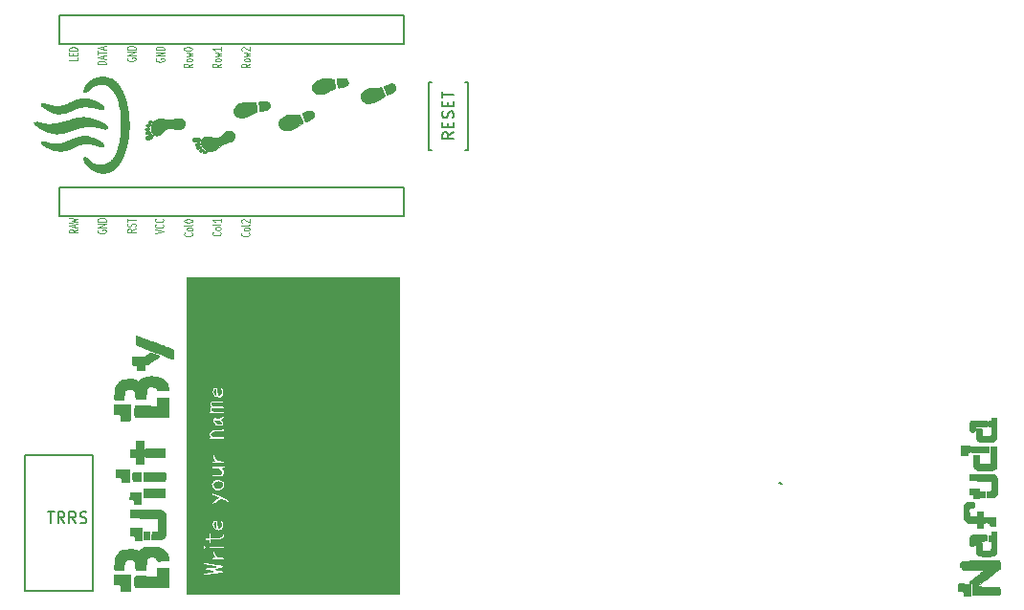
<source format=gto>
G04 #@! TF.GenerationSoftware,KiCad,Pcbnew,(5.1.5)-3*
G04 #@! TF.CreationDate,2021-03-06T01:45:53+09:00*
G04 #@! TF.ProjectId,Nafuda,4e616675-6461-42e6-9b69-6361645f7063,rev?*
G04 #@! TF.SameCoordinates,Original*
G04 #@! TF.FileFunction,Legend,Top*
G04 #@! TF.FilePolarity,Positive*
%FSLAX46Y46*%
G04 Gerber Fmt 4.6, Leading zero omitted, Abs format (unit mm)*
G04 Created by KiCad (PCBNEW (5.1.5)-3) date 2021-03-06 01:45:53*
%MOMM*%
%LPD*%
G04 APERTURE LIST*
%ADD10C,0.200000*%
%ADD11C,0.150000*%
%ADD12C,0.010000*%
%ADD13C,0.125000*%
G04 APERTURE END LIST*
D10*
X168250000Y-143400000D02*
X168450000Y-143500000D01*
D11*
X135032000Y-104563600D02*
X104552000Y-104563600D01*
X135032000Y-102023600D02*
X135032000Y-104563600D01*
X104552000Y-102023600D02*
X135032000Y-102023600D01*
X104552000Y-104563600D02*
X104552000Y-102023600D01*
X135032000Y-119783600D02*
X104552000Y-119783600D01*
X135032000Y-117243600D02*
X135032000Y-119783600D01*
X104552000Y-117243600D02*
X135032000Y-117243600D01*
X104552000Y-119783600D02*
X104552000Y-117243600D01*
X140750000Y-113950000D02*
X140750000Y-107950000D01*
X140750000Y-107950000D02*
X140500000Y-107950000D01*
X140750000Y-113950000D02*
X140500000Y-113950000D01*
X137250000Y-113950000D02*
X137500000Y-113950000D01*
X137250000Y-113950000D02*
X137250000Y-107950000D01*
X137250000Y-107950000D02*
X137500000Y-107950000D01*
X107550000Y-153000000D02*
X101550000Y-153000000D01*
X101550000Y-153000000D02*
X101550000Y-141000000D01*
X101550000Y-141000000D02*
X107550000Y-141000000D01*
X107550000Y-141000000D02*
X107550000Y-153000000D01*
D12*
G36*
X102962078Y-113267551D02*
G01*
X102976643Y-113225295D01*
X102998199Y-113193943D01*
X103025111Y-113179627D01*
X103034948Y-113179694D01*
X103112368Y-113191451D01*
X103181530Y-113203472D01*
X103238758Y-113214980D01*
X103280377Y-113225195D01*
X103302711Y-113233341D01*
X103305312Y-113236933D01*
X103308288Y-113243062D01*
X103317737Y-113240843D01*
X103336294Y-113241656D01*
X103374283Y-113248910D01*
X103426881Y-113261502D01*
X103489266Y-113278330D01*
X103518421Y-113286748D01*
X103638089Y-113321318D01*
X103738708Y-113348587D01*
X103825255Y-113369493D01*
X103902707Y-113384977D01*
X103976040Y-113395977D01*
X104050231Y-113403432D01*
X104130258Y-113408283D01*
X104170924Y-113409917D01*
X104288026Y-113412231D01*
X104389039Y-113409463D01*
X104482939Y-113400640D01*
X104578702Y-113384791D01*
X104685303Y-113360941D01*
X104732633Y-113349035D01*
X104790386Y-113335131D01*
X104839539Y-113325095D01*
X104874694Y-113319911D01*
X104890170Y-113320348D01*
X104897543Y-113320843D01*
X104893426Y-113312062D01*
X104891240Y-113300897D01*
X104908763Y-113302128D01*
X104911770Y-113302889D01*
X104930578Y-113305783D01*
X104932419Y-113302387D01*
X104939392Y-113294673D01*
X104964870Y-113281314D01*
X105003192Y-113264475D01*
X105048693Y-113246325D01*
X105095713Y-113229032D01*
X105138587Y-113214763D01*
X105171653Y-113205686D01*
X105189250Y-113203969D01*
X105189384Y-113204017D01*
X105200637Y-113204131D01*
X105199655Y-113200075D01*
X105208837Y-113192236D01*
X105238473Y-113176425D01*
X105285389Y-113153991D01*
X105346411Y-113126284D01*
X105418366Y-113094652D01*
X105498080Y-113060446D01*
X105582379Y-113025015D01*
X105668090Y-112989709D01*
X105752039Y-112955876D01*
X105831052Y-112924867D01*
X105901955Y-112898031D01*
X105953900Y-112879362D01*
X106050515Y-112847052D01*
X106140826Y-112819164D01*
X106221450Y-112796580D01*
X106289003Y-112780179D01*
X106340101Y-112770841D01*
X106371360Y-112769446D01*
X106374305Y-112770022D01*
X106390831Y-112770300D01*
X106390334Y-112763224D01*
X106394913Y-112755166D01*
X106422079Y-112754823D01*
X106427525Y-112755405D01*
X106455489Y-112756699D01*
X106467589Y-112753235D01*
X106467316Y-112751790D01*
X106475364Y-112745646D01*
X106504627Y-112740157D01*
X106550923Y-112735547D01*
X106610070Y-112732041D01*
X106677887Y-112729863D01*
X106750191Y-112729239D01*
X106822802Y-112730393D01*
X106848536Y-112731301D01*
X107031962Y-112748192D01*
X107222329Y-112784445D01*
X107423266Y-112840767D01*
X107441882Y-112846808D01*
X107524117Y-112874976D01*
X107600677Y-112903438D01*
X107668296Y-112930761D01*
X107723704Y-112955514D01*
X107763633Y-112976264D01*
X107784816Y-112991579D01*
X107786943Y-112998008D01*
X107786859Y-113005082D01*
X107794145Y-113001726D01*
X107811379Y-113003375D01*
X107846335Y-113015480D01*
X107894655Y-113035945D01*
X107951977Y-113062675D01*
X108013942Y-113093577D01*
X108076189Y-113126555D01*
X108134358Y-113159516D01*
X108176400Y-113185347D01*
X108240622Y-113228647D01*
X108283150Y-113261914D01*
X108305148Y-113286196D01*
X108307778Y-113302539D01*
X108307396Y-113303209D01*
X108307679Y-113310122D01*
X108312754Y-113307818D01*
X108331569Y-113309862D01*
X108357030Y-113330989D01*
X108386318Y-113366711D01*
X108416615Y-113412542D01*
X108445102Y-113463993D01*
X108468961Y-113516578D01*
X108485373Y-113565808D01*
X108490295Y-113590492D01*
X108493073Y-113619874D01*
X108487210Y-113635903D01*
X108466874Y-113645688D01*
X108438898Y-113653135D01*
X108361545Y-113666522D01*
X108281829Y-113667165D01*
X108195580Y-113654377D01*
X108098628Y-113627470D01*
X107986804Y-113585758D01*
X107958424Y-113573948D01*
X107872074Y-113538321D01*
X107801293Y-113511613D01*
X107738838Y-113491569D01*
X107677469Y-113475936D01*
X107609943Y-113462457D01*
X107587910Y-113458583D01*
X107307360Y-113420693D01*
X107029107Y-113404504D01*
X106842900Y-113405346D01*
X106704246Y-113411231D01*
X106584896Y-113421232D01*
X106478919Y-113436558D01*
X106380385Y-113458419D01*
X106283364Y-113488023D01*
X106181926Y-113526579D01*
X106121095Y-113552481D01*
X106076146Y-113570394D01*
X106039371Y-113581727D01*
X106017396Y-113584520D01*
X106015163Y-113583768D01*
X106006439Y-113582318D01*
X106008254Y-113586977D01*
X106001429Y-113597847D01*
X105976948Y-113615942D01*
X105940417Y-113638290D01*
X105897441Y-113661919D01*
X105853627Y-113683857D01*
X105814582Y-113701131D01*
X105785911Y-113710768D01*
X105774284Y-113711028D01*
X105765256Y-113709333D01*
X105767214Y-113714398D01*
X105760722Y-113725677D01*
X105736672Y-113743763D01*
X105700903Y-113765572D01*
X105659252Y-113788017D01*
X105617557Y-113808015D01*
X105581655Y-113822482D01*
X105557384Y-113828332D01*
X105552677Y-113827758D01*
X105539786Y-113826824D01*
X105540541Y-113831816D01*
X105533553Y-113842082D01*
X105506234Y-113856986D01*
X105462930Y-113875139D01*
X105407985Y-113895150D01*
X105345742Y-113915630D01*
X105280546Y-113935188D01*
X105216741Y-113952434D01*
X105158672Y-113965978D01*
X105110683Y-113974429D01*
X105088468Y-113976480D01*
X105054900Y-113979364D01*
X105035949Y-113984029D01*
X105034236Y-113986747D01*
X105024764Y-113991720D01*
X104995411Y-113998393D01*
X104951538Y-114005652D01*
X104927257Y-114008972D01*
X104867616Y-114014916D01*
X104797239Y-114019195D01*
X104719885Y-114021879D01*
X104639310Y-114023037D01*
X104559271Y-114022739D01*
X104483525Y-114021054D01*
X104415830Y-114018051D01*
X104359942Y-114013801D01*
X104319619Y-114008372D01*
X104298619Y-114001834D01*
X104296913Y-113997312D01*
X104291972Y-113992137D01*
X104278100Y-113994064D01*
X104250254Y-113994593D01*
X104202929Y-113988236D01*
X104140765Y-113976065D01*
X104068404Y-113959152D01*
X103990486Y-113938571D01*
X103911654Y-113915393D01*
X103848105Y-113894695D01*
X103771239Y-113866485D01*
X103689522Y-113833259D01*
X103606033Y-113796610D01*
X103523855Y-113758131D01*
X103446067Y-113719416D01*
X103375751Y-113682057D01*
X103315986Y-113647647D01*
X103269855Y-113617779D01*
X103240438Y-113594047D01*
X103230815Y-113578043D01*
X103231550Y-113575888D01*
X103232058Y-113568192D01*
X103225720Y-113571016D01*
X103206745Y-113571494D01*
X103182506Y-113560455D01*
X103162068Y-113543896D01*
X103154494Y-113527810D01*
X103155621Y-113524649D01*
X103155687Y-113517446D01*
X103149419Y-113520279D01*
X103132653Y-113517622D01*
X103103018Y-113502157D01*
X103066494Y-113478101D01*
X103029059Y-113449672D01*
X102996695Y-113421086D01*
X102976660Y-113398447D01*
X102960454Y-113360257D01*
X102956137Y-113314581D01*
X102962078Y-113267551D01*
G37*
X102962078Y-113267551D02*
X102976643Y-113225295D01*
X102998199Y-113193943D01*
X103025111Y-113179627D01*
X103034948Y-113179694D01*
X103112368Y-113191451D01*
X103181530Y-113203472D01*
X103238758Y-113214980D01*
X103280377Y-113225195D01*
X103302711Y-113233341D01*
X103305312Y-113236933D01*
X103308288Y-113243062D01*
X103317737Y-113240843D01*
X103336294Y-113241656D01*
X103374283Y-113248910D01*
X103426881Y-113261502D01*
X103489266Y-113278330D01*
X103518421Y-113286748D01*
X103638089Y-113321318D01*
X103738708Y-113348587D01*
X103825255Y-113369493D01*
X103902707Y-113384977D01*
X103976040Y-113395977D01*
X104050231Y-113403432D01*
X104130258Y-113408283D01*
X104170924Y-113409917D01*
X104288026Y-113412231D01*
X104389039Y-113409463D01*
X104482939Y-113400640D01*
X104578702Y-113384791D01*
X104685303Y-113360941D01*
X104732633Y-113349035D01*
X104790386Y-113335131D01*
X104839539Y-113325095D01*
X104874694Y-113319911D01*
X104890170Y-113320348D01*
X104897543Y-113320843D01*
X104893426Y-113312062D01*
X104891240Y-113300897D01*
X104908763Y-113302128D01*
X104911770Y-113302889D01*
X104930578Y-113305783D01*
X104932419Y-113302387D01*
X104939392Y-113294673D01*
X104964870Y-113281314D01*
X105003192Y-113264475D01*
X105048693Y-113246325D01*
X105095713Y-113229032D01*
X105138587Y-113214763D01*
X105171653Y-113205686D01*
X105189250Y-113203969D01*
X105189384Y-113204017D01*
X105200637Y-113204131D01*
X105199655Y-113200075D01*
X105208837Y-113192236D01*
X105238473Y-113176425D01*
X105285389Y-113153991D01*
X105346411Y-113126284D01*
X105418366Y-113094652D01*
X105498080Y-113060446D01*
X105582379Y-113025015D01*
X105668090Y-112989709D01*
X105752039Y-112955876D01*
X105831052Y-112924867D01*
X105901955Y-112898031D01*
X105953900Y-112879362D01*
X106050515Y-112847052D01*
X106140826Y-112819164D01*
X106221450Y-112796580D01*
X106289003Y-112780179D01*
X106340101Y-112770841D01*
X106371360Y-112769446D01*
X106374305Y-112770022D01*
X106390831Y-112770300D01*
X106390334Y-112763224D01*
X106394913Y-112755166D01*
X106422079Y-112754823D01*
X106427525Y-112755405D01*
X106455489Y-112756699D01*
X106467589Y-112753235D01*
X106467316Y-112751790D01*
X106475364Y-112745646D01*
X106504627Y-112740157D01*
X106550923Y-112735547D01*
X106610070Y-112732041D01*
X106677887Y-112729863D01*
X106750191Y-112729239D01*
X106822802Y-112730393D01*
X106848536Y-112731301D01*
X107031962Y-112748192D01*
X107222329Y-112784445D01*
X107423266Y-112840767D01*
X107441882Y-112846808D01*
X107524117Y-112874976D01*
X107600677Y-112903438D01*
X107668296Y-112930761D01*
X107723704Y-112955514D01*
X107763633Y-112976264D01*
X107784816Y-112991579D01*
X107786943Y-112998008D01*
X107786859Y-113005082D01*
X107794145Y-113001726D01*
X107811379Y-113003375D01*
X107846335Y-113015480D01*
X107894655Y-113035945D01*
X107951977Y-113062675D01*
X108013942Y-113093577D01*
X108076189Y-113126555D01*
X108134358Y-113159516D01*
X108176400Y-113185347D01*
X108240622Y-113228647D01*
X108283150Y-113261914D01*
X108305148Y-113286196D01*
X108307778Y-113302539D01*
X108307396Y-113303209D01*
X108307679Y-113310122D01*
X108312754Y-113307818D01*
X108331569Y-113309862D01*
X108357030Y-113330989D01*
X108386318Y-113366711D01*
X108416615Y-113412542D01*
X108445102Y-113463993D01*
X108468961Y-113516578D01*
X108485373Y-113565808D01*
X108490295Y-113590492D01*
X108493073Y-113619874D01*
X108487210Y-113635903D01*
X108466874Y-113645688D01*
X108438898Y-113653135D01*
X108361545Y-113666522D01*
X108281829Y-113667165D01*
X108195580Y-113654377D01*
X108098628Y-113627470D01*
X107986804Y-113585758D01*
X107958424Y-113573948D01*
X107872074Y-113538321D01*
X107801293Y-113511613D01*
X107738838Y-113491569D01*
X107677469Y-113475936D01*
X107609943Y-113462457D01*
X107587910Y-113458583D01*
X107307360Y-113420693D01*
X107029107Y-113404504D01*
X106842900Y-113405346D01*
X106704246Y-113411231D01*
X106584896Y-113421232D01*
X106478919Y-113436558D01*
X106380385Y-113458419D01*
X106283364Y-113488023D01*
X106181926Y-113526579D01*
X106121095Y-113552481D01*
X106076146Y-113570394D01*
X106039371Y-113581727D01*
X106017396Y-113584520D01*
X106015163Y-113583768D01*
X106006439Y-113582318D01*
X106008254Y-113586977D01*
X106001429Y-113597847D01*
X105976948Y-113615942D01*
X105940417Y-113638290D01*
X105897441Y-113661919D01*
X105853627Y-113683857D01*
X105814582Y-113701131D01*
X105785911Y-113710768D01*
X105774284Y-113711028D01*
X105765256Y-113709333D01*
X105767214Y-113714398D01*
X105760722Y-113725677D01*
X105736672Y-113743763D01*
X105700903Y-113765572D01*
X105659252Y-113788017D01*
X105617557Y-113808015D01*
X105581655Y-113822482D01*
X105557384Y-113828332D01*
X105552677Y-113827758D01*
X105539786Y-113826824D01*
X105540541Y-113831816D01*
X105533553Y-113842082D01*
X105506234Y-113856986D01*
X105462930Y-113875139D01*
X105407985Y-113895150D01*
X105345742Y-113915630D01*
X105280546Y-113935188D01*
X105216741Y-113952434D01*
X105158672Y-113965978D01*
X105110683Y-113974429D01*
X105088468Y-113976480D01*
X105054900Y-113979364D01*
X105035949Y-113984029D01*
X105034236Y-113986747D01*
X105024764Y-113991720D01*
X104995411Y-113998393D01*
X104951538Y-114005652D01*
X104927257Y-114008972D01*
X104867616Y-114014916D01*
X104797239Y-114019195D01*
X104719885Y-114021879D01*
X104639310Y-114023037D01*
X104559271Y-114022739D01*
X104483525Y-114021054D01*
X104415830Y-114018051D01*
X104359942Y-114013801D01*
X104319619Y-114008372D01*
X104298619Y-114001834D01*
X104296913Y-113997312D01*
X104291972Y-113992137D01*
X104278100Y-113994064D01*
X104250254Y-113994593D01*
X104202929Y-113988236D01*
X104140765Y-113976065D01*
X104068404Y-113959152D01*
X103990486Y-113938571D01*
X103911654Y-113915393D01*
X103848105Y-113894695D01*
X103771239Y-113866485D01*
X103689522Y-113833259D01*
X103606033Y-113796610D01*
X103523855Y-113758131D01*
X103446067Y-113719416D01*
X103375751Y-113682057D01*
X103315986Y-113647647D01*
X103269855Y-113617779D01*
X103240438Y-113594047D01*
X103230815Y-113578043D01*
X103231550Y-113575888D01*
X103232058Y-113568192D01*
X103225720Y-113571016D01*
X103206745Y-113571494D01*
X103182506Y-113560455D01*
X103162068Y-113543896D01*
X103154494Y-113527810D01*
X103155621Y-113524649D01*
X103155687Y-113517446D01*
X103149419Y-113520279D01*
X103132653Y-113517622D01*
X103103018Y-113502157D01*
X103066494Y-113478101D01*
X103029059Y-113449672D01*
X102996695Y-113421086D01*
X102976660Y-113398447D01*
X102960454Y-113360257D01*
X102956137Y-113314581D01*
X102962078Y-113267551D01*
G36*
X102960118Y-109942551D02*
G01*
X102965529Y-109900960D01*
X102971669Y-109869395D01*
X102975548Y-109858027D01*
X102993134Y-109850315D01*
X103030720Y-109846072D01*
X103083167Y-109845126D01*
X103145337Y-109847303D01*
X103212091Y-109852429D01*
X103278293Y-109860331D01*
X103335705Y-109870191D01*
X103390185Y-109882450D01*
X103461805Y-109900115D01*
X103543366Y-109921330D01*
X103627669Y-109944235D01*
X103680600Y-109959172D01*
X103818494Y-109997063D01*
X103943272Y-110027942D01*
X104052448Y-110051290D01*
X104143540Y-110066589D01*
X104214063Y-110073318D01*
X104228094Y-110073600D01*
X104262974Y-110075319D01*
X104283313Y-110079723D01*
X104285669Y-110083357D01*
X104294854Y-110085967D01*
X104324348Y-110085711D01*
X104369277Y-110083045D01*
X104424770Y-110078426D01*
X104485952Y-110072312D01*
X104547952Y-110065160D01*
X104605895Y-110057427D01*
X104654910Y-110049570D01*
X104664118Y-110047850D01*
X104741462Y-110031408D01*
X104819707Y-110011475D01*
X104901869Y-109986963D01*
X104990962Y-109956785D01*
X105090003Y-109919854D01*
X105202007Y-109875080D01*
X105329989Y-109821378D01*
X105476965Y-109757659D01*
X105514593Y-109741111D01*
X105602021Y-109703043D01*
X105682380Y-109668944D01*
X105752625Y-109640038D01*
X105809710Y-109617546D01*
X105850588Y-109602690D01*
X105872214Y-109596691D01*
X105874420Y-109596771D01*
X105885880Y-109596834D01*
X105884703Y-109592058D01*
X105892315Y-109582735D01*
X105919763Y-109568314D01*
X105962373Y-109550357D01*
X106015471Y-109530426D01*
X106074382Y-109510082D01*
X106134431Y-109490889D01*
X106190944Y-109474406D01*
X106239246Y-109462198D01*
X106274662Y-109455824D01*
X106291286Y-109456214D01*
X106304422Y-109457296D01*
X106303755Y-109452280D01*
X106309633Y-109443547D01*
X106332169Y-109435724D01*
X106362630Y-109430346D01*
X106392282Y-109428944D01*
X106412391Y-109433051D01*
X106412596Y-109433175D01*
X106421863Y-109435139D01*
X106419431Y-109429107D01*
X106425937Y-109420991D01*
X106450337Y-109413310D01*
X106485134Y-109407083D01*
X106522827Y-109403329D01*
X106555919Y-109403065D01*
X106576911Y-109407311D01*
X106577484Y-109407644D01*
X106586777Y-109409903D01*
X106582721Y-109400779D01*
X106590004Y-109394330D01*
X106618613Y-109390096D01*
X106664586Y-109387922D01*
X106723959Y-109387652D01*
X106792770Y-109389131D01*
X106867056Y-109392205D01*
X106942853Y-109396718D01*
X107016200Y-109402516D01*
X107083133Y-109409443D01*
X107139689Y-109417345D01*
X107173100Y-109423862D01*
X107285092Y-109454514D01*
X107410309Y-109496478D01*
X107544510Y-109547742D01*
X107683453Y-109606297D01*
X107822896Y-109670132D01*
X107958598Y-109737235D01*
X108086317Y-109805596D01*
X108201812Y-109873204D01*
X108300840Y-109938048D01*
X108372478Y-109992463D01*
X108436066Y-110054182D01*
X108478834Y-110114819D01*
X108499749Y-110172301D01*
X108497782Y-110224551D01*
X108493683Y-110236341D01*
X108479147Y-110256211D01*
X108466645Y-110256604D01*
X108457701Y-110254978D01*
X108459888Y-110260441D01*
X108458995Y-110279067D01*
X108439622Y-110298112D01*
X108408261Y-110313346D01*
X108371402Y-110320539D01*
X108367490Y-110320655D01*
X108338374Y-110323607D01*
X108325345Y-110330247D01*
X108325707Y-110332784D01*
X108317879Y-110337602D01*
X108288987Y-110338713D01*
X108243118Y-110335988D01*
X108238715Y-110335588D01*
X108158794Y-110327396D01*
X108102693Y-110319766D01*
X108068847Y-110312409D01*
X108055691Y-110305036D01*
X108055998Y-110301799D01*
X108051352Y-110296293D01*
X108038811Y-110297968D01*
X108018890Y-110296863D01*
X107979413Y-110289781D01*
X107925239Y-110277760D01*
X107861223Y-110261839D01*
X107826069Y-110252476D01*
X107754975Y-110233646D01*
X107687497Y-110216736D01*
X107629743Y-110203208D01*
X107587818Y-110194526D01*
X107576617Y-110192706D01*
X107543199Y-110185977D01*
X107524677Y-110177903D01*
X107523302Y-110173660D01*
X107520237Y-110167758D01*
X107511718Y-110169814D01*
X107493545Y-110170537D01*
X107454782Y-110168104D01*
X107399986Y-110162932D01*
X107333713Y-110155437D01*
X107279283Y-110148551D01*
X107132252Y-110132344D01*
X106984261Y-110122026D01*
X106840041Y-110117606D01*
X106704320Y-110119091D01*
X106581828Y-110126488D01*
X106477296Y-110139804D01*
X106439480Y-110147255D01*
X106384041Y-110158540D01*
X106337110Y-110165993D01*
X106304613Y-110168794D01*
X106293430Y-110167443D01*
X106284782Y-110165029D01*
X106287592Y-110169248D01*
X106279919Y-110176805D01*
X106253151Y-110190391D01*
X106212322Y-110208099D01*
X106162463Y-110228020D01*
X106108608Y-110248244D01*
X106055788Y-110266864D01*
X106009038Y-110281969D01*
X105973389Y-110291651D01*
X105958287Y-110294150D01*
X105938532Y-110298228D01*
X105935377Y-110303054D01*
X105926428Y-110310924D01*
X105897952Y-110326270D01*
X105854088Y-110347337D01*
X105798973Y-110372371D01*
X105736745Y-110399618D01*
X105671542Y-110427324D01*
X105607501Y-110453735D01*
X105548760Y-110477096D01*
X105499457Y-110495653D01*
X105463729Y-110507653D01*
X105445715Y-110511340D01*
X105444766Y-110511050D01*
X105435132Y-110508740D01*
X105437532Y-110514836D01*
X105430257Y-110524699D01*
X105403119Y-110539615D01*
X105360775Y-110558009D01*
X105307880Y-110578304D01*
X105249090Y-110598923D01*
X105189063Y-110618289D01*
X105132455Y-110634826D01*
X105083920Y-110646957D01*
X105048117Y-110653105D01*
X105031159Y-110652444D01*
X105018792Y-110651761D01*
X105019665Y-110656531D01*
X105012319Y-110664211D01*
X104986861Y-110673065D01*
X104950448Y-110681700D01*
X104910238Y-110688721D01*
X104873388Y-110692735D01*
X104847055Y-110692347D01*
X104842128Y-110691108D01*
X104828568Y-110689611D01*
X104828944Y-110694273D01*
X104821678Y-110701976D01*
X104791375Y-110708658D01*
X104740383Y-110714124D01*
X104671052Y-110718179D01*
X104585730Y-110720628D01*
X104503508Y-110721300D01*
X104426810Y-110720057D01*
X104352672Y-110716615D01*
X104285037Y-110711409D01*
X104227849Y-110704870D01*
X104185053Y-110697432D01*
X104160592Y-110689528D01*
X104156829Y-110683234D01*
X104151020Y-110678215D01*
X104134240Y-110679524D01*
X104099605Y-110678183D01*
X104046358Y-110665984D01*
X103978081Y-110644418D01*
X103898362Y-110614973D01*
X103810783Y-110579139D01*
X103718929Y-110538404D01*
X103626386Y-110494257D01*
X103536737Y-110448188D01*
X103453568Y-110401686D01*
X103426666Y-110385591D01*
X103345553Y-110334031D01*
X103266130Y-110279751D01*
X103191069Y-110224951D01*
X103123042Y-110171832D01*
X103064721Y-110122593D01*
X103018777Y-110079434D01*
X102987883Y-110044553D01*
X102974711Y-110020152D01*
X102975023Y-110013765D01*
X102974802Y-110002449D01*
X102967274Y-110005064D01*
X102959367Y-110002952D01*
X102957275Y-109981264D01*
X102960118Y-109942551D01*
G37*
X102960118Y-109942551D02*
X102965529Y-109900960D01*
X102971669Y-109869395D01*
X102975548Y-109858027D01*
X102993134Y-109850315D01*
X103030720Y-109846072D01*
X103083167Y-109845126D01*
X103145337Y-109847303D01*
X103212091Y-109852429D01*
X103278293Y-109860331D01*
X103335705Y-109870191D01*
X103390185Y-109882450D01*
X103461805Y-109900115D01*
X103543366Y-109921330D01*
X103627669Y-109944235D01*
X103680600Y-109959172D01*
X103818494Y-109997063D01*
X103943272Y-110027942D01*
X104052448Y-110051290D01*
X104143540Y-110066589D01*
X104214063Y-110073318D01*
X104228094Y-110073600D01*
X104262974Y-110075319D01*
X104283313Y-110079723D01*
X104285669Y-110083357D01*
X104294854Y-110085967D01*
X104324348Y-110085711D01*
X104369277Y-110083045D01*
X104424770Y-110078426D01*
X104485952Y-110072312D01*
X104547952Y-110065160D01*
X104605895Y-110057427D01*
X104654910Y-110049570D01*
X104664118Y-110047850D01*
X104741462Y-110031408D01*
X104819707Y-110011475D01*
X104901869Y-109986963D01*
X104990962Y-109956785D01*
X105090003Y-109919854D01*
X105202007Y-109875080D01*
X105329989Y-109821378D01*
X105476965Y-109757659D01*
X105514593Y-109741111D01*
X105602021Y-109703043D01*
X105682380Y-109668944D01*
X105752625Y-109640038D01*
X105809710Y-109617546D01*
X105850588Y-109602690D01*
X105872214Y-109596691D01*
X105874420Y-109596771D01*
X105885880Y-109596834D01*
X105884703Y-109592058D01*
X105892315Y-109582735D01*
X105919763Y-109568314D01*
X105962373Y-109550357D01*
X106015471Y-109530426D01*
X106074382Y-109510082D01*
X106134431Y-109490889D01*
X106190944Y-109474406D01*
X106239246Y-109462198D01*
X106274662Y-109455824D01*
X106291286Y-109456214D01*
X106304422Y-109457296D01*
X106303755Y-109452280D01*
X106309633Y-109443547D01*
X106332169Y-109435724D01*
X106362630Y-109430346D01*
X106392282Y-109428944D01*
X106412391Y-109433051D01*
X106412596Y-109433175D01*
X106421863Y-109435139D01*
X106419431Y-109429107D01*
X106425937Y-109420991D01*
X106450337Y-109413310D01*
X106485134Y-109407083D01*
X106522827Y-109403329D01*
X106555919Y-109403065D01*
X106576911Y-109407311D01*
X106577484Y-109407644D01*
X106586777Y-109409903D01*
X106582721Y-109400779D01*
X106590004Y-109394330D01*
X106618613Y-109390096D01*
X106664586Y-109387922D01*
X106723959Y-109387652D01*
X106792770Y-109389131D01*
X106867056Y-109392205D01*
X106942853Y-109396718D01*
X107016200Y-109402516D01*
X107083133Y-109409443D01*
X107139689Y-109417345D01*
X107173100Y-109423862D01*
X107285092Y-109454514D01*
X107410309Y-109496478D01*
X107544510Y-109547742D01*
X107683453Y-109606297D01*
X107822896Y-109670132D01*
X107958598Y-109737235D01*
X108086317Y-109805596D01*
X108201812Y-109873204D01*
X108300840Y-109938048D01*
X108372478Y-109992463D01*
X108436066Y-110054182D01*
X108478834Y-110114819D01*
X108499749Y-110172301D01*
X108497782Y-110224551D01*
X108493683Y-110236341D01*
X108479147Y-110256211D01*
X108466645Y-110256604D01*
X108457701Y-110254978D01*
X108459888Y-110260441D01*
X108458995Y-110279067D01*
X108439622Y-110298112D01*
X108408261Y-110313346D01*
X108371402Y-110320539D01*
X108367490Y-110320655D01*
X108338374Y-110323607D01*
X108325345Y-110330247D01*
X108325707Y-110332784D01*
X108317879Y-110337602D01*
X108288987Y-110338713D01*
X108243118Y-110335988D01*
X108238715Y-110335588D01*
X108158794Y-110327396D01*
X108102693Y-110319766D01*
X108068847Y-110312409D01*
X108055691Y-110305036D01*
X108055998Y-110301799D01*
X108051352Y-110296293D01*
X108038811Y-110297968D01*
X108018890Y-110296863D01*
X107979413Y-110289781D01*
X107925239Y-110277760D01*
X107861223Y-110261839D01*
X107826069Y-110252476D01*
X107754975Y-110233646D01*
X107687497Y-110216736D01*
X107629743Y-110203208D01*
X107587818Y-110194526D01*
X107576617Y-110192706D01*
X107543199Y-110185977D01*
X107524677Y-110177903D01*
X107523302Y-110173660D01*
X107520237Y-110167758D01*
X107511718Y-110169814D01*
X107493545Y-110170537D01*
X107454782Y-110168104D01*
X107399986Y-110162932D01*
X107333713Y-110155437D01*
X107279283Y-110148551D01*
X107132252Y-110132344D01*
X106984261Y-110122026D01*
X106840041Y-110117606D01*
X106704320Y-110119091D01*
X106581828Y-110126488D01*
X106477296Y-110139804D01*
X106439480Y-110147255D01*
X106384041Y-110158540D01*
X106337110Y-110165993D01*
X106304613Y-110168794D01*
X106293430Y-110167443D01*
X106284782Y-110165029D01*
X106287592Y-110169248D01*
X106279919Y-110176805D01*
X106253151Y-110190391D01*
X106212322Y-110208099D01*
X106162463Y-110228020D01*
X106108608Y-110248244D01*
X106055788Y-110266864D01*
X106009038Y-110281969D01*
X105973389Y-110291651D01*
X105958287Y-110294150D01*
X105938532Y-110298228D01*
X105935377Y-110303054D01*
X105926428Y-110310924D01*
X105897952Y-110326270D01*
X105854088Y-110347337D01*
X105798973Y-110372371D01*
X105736745Y-110399618D01*
X105671542Y-110427324D01*
X105607501Y-110453735D01*
X105548760Y-110477096D01*
X105499457Y-110495653D01*
X105463729Y-110507653D01*
X105445715Y-110511340D01*
X105444766Y-110511050D01*
X105435132Y-110508740D01*
X105437532Y-110514836D01*
X105430257Y-110524699D01*
X105403119Y-110539615D01*
X105360775Y-110558009D01*
X105307880Y-110578304D01*
X105249090Y-110598923D01*
X105189063Y-110618289D01*
X105132455Y-110634826D01*
X105083920Y-110646957D01*
X105048117Y-110653105D01*
X105031159Y-110652444D01*
X105018792Y-110651761D01*
X105019665Y-110656531D01*
X105012319Y-110664211D01*
X104986861Y-110673065D01*
X104950448Y-110681700D01*
X104910238Y-110688721D01*
X104873388Y-110692735D01*
X104847055Y-110692347D01*
X104842128Y-110691108D01*
X104828568Y-110689611D01*
X104828944Y-110694273D01*
X104821678Y-110701976D01*
X104791375Y-110708658D01*
X104740383Y-110714124D01*
X104671052Y-110718179D01*
X104585730Y-110720628D01*
X104503508Y-110721300D01*
X104426810Y-110720057D01*
X104352672Y-110716615D01*
X104285037Y-110711409D01*
X104227849Y-110704870D01*
X104185053Y-110697432D01*
X104160592Y-110689528D01*
X104156829Y-110683234D01*
X104151020Y-110678215D01*
X104134240Y-110679524D01*
X104099605Y-110678183D01*
X104046358Y-110665984D01*
X103978081Y-110644418D01*
X103898362Y-110614973D01*
X103810783Y-110579139D01*
X103718929Y-110538404D01*
X103626386Y-110494257D01*
X103536737Y-110448188D01*
X103453568Y-110401686D01*
X103426666Y-110385591D01*
X103345553Y-110334031D01*
X103266130Y-110279751D01*
X103191069Y-110224951D01*
X103123042Y-110171832D01*
X103064721Y-110122593D01*
X103018777Y-110079434D01*
X102987883Y-110044553D01*
X102974711Y-110020152D01*
X102975023Y-110013765D01*
X102974802Y-110002449D01*
X102967274Y-110005064D01*
X102959367Y-110002952D01*
X102957275Y-109981264D01*
X102960118Y-109942551D01*
G36*
X102333153Y-111527640D02*
G01*
X102367722Y-111503606D01*
X102425717Y-111487375D01*
X102507450Y-111478845D01*
X102575700Y-111477389D01*
X102630658Y-111478090D01*
X102674706Y-111480689D01*
X102714805Y-111486555D01*
X102757918Y-111497054D01*
X102811007Y-111513553D01*
X102880500Y-111537233D01*
X102950743Y-111560852D01*
X103020512Y-111583060D01*
X103082394Y-111601574D01*
X103128977Y-111614114D01*
X103134500Y-111615410D01*
X103241300Y-111634387D01*
X103367360Y-111647923D01*
X103507112Y-111655949D01*
X103654988Y-111658394D01*
X103805424Y-111655187D01*
X103952851Y-111646260D01*
X104091702Y-111631542D01*
X104118750Y-111627782D01*
X104183016Y-111618929D01*
X104242511Y-111611605D01*
X104290246Y-111606618D01*
X104317562Y-111604792D01*
X104345704Y-111601621D01*
X104357516Y-111594804D01*
X104357033Y-111592719D01*
X104362862Y-111586677D01*
X104386321Y-111586847D01*
X104389898Y-111587330D01*
X104415332Y-111589725D01*
X104424176Y-111587759D01*
X104423827Y-111587295D01*
X104433653Y-111582517D01*
X104464497Y-111572670D01*
X104512726Y-111558796D01*
X104574703Y-111541935D01*
X104646795Y-111523129D01*
X104655699Y-111520856D01*
X104745370Y-111497200D01*
X104850410Y-111468179D01*
X104962039Y-111436300D01*
X105071477Y-111404067D01*
X105166500Y-111375064D01*
X105365012Y-111313607D01*
X105541575Y-111260114D01*
X105698196Y-111214110D01*
X105836882Y-111175120D01*
X105959641Y-111142667D01*
X106068480Y-111116277D01*
X106165405Y-111095472D01*
X106252425Y-111079778D01*
X106331547Y-111068718D01*
X106404777Y-111061816D01*
X106474124Y-111058598D01*
X106503129Y-111058228D01*
X106555708Y-111057160D01*
X106597203Y-111054591D01*
X106622167Y-111050956D01*
X106626954Y-111048325D01*
X106637898Y-111041221D01*
X106659499Y-111038800D01*
X106681360Y-111042045D01*
X106685790Y-111048846D01*
X106692475Y-111054142D01*
X106716891Y-111054422D01*
X106723704Y-111053741D01*
X106758117Y-111052059D01*
X106803148Y-111052970D01*
X106852754Y-111055922D01*
X106900896Y-111060360D01*
X106941532Y-111065733D01*
X106968622Y-111071487D01*
X106976275Y-111076860D01*
X106980799Y-111082604D01*
X106994103Y-111080893D01*
X107017813Y-111080306D01*
X107058273Y-111085008D01*
X107110766Y-111093899D01*
X107170573Y-111105879D01*
X107232979Y-111119848D01*
X107293267Y-111134705D01*
X107346719Y-111149350D01*
X107388619Y-111162682D01*
X107414250Y-111173602D01*
X107419712Y-111180179D01*
X107422949Y-111185875D01*
X107431887Y-111183693D01*
X107454292Y-111184609D01*
X107498975Y-111195557D01*
X107565019Y-111216219D01*
X107651506Y-111246278D01*
X107757519Y-111285417D01*
X107882141Y-111333319D01*
X108004950Y-111381861D01*
X108104914Y-111421841D01*
X108183709Y-111453528D01*
X108243762Y-111478033D01*
X108287497Y-111496469D01*
X108317342Y-111509947D01*
X108335721Y-111519578D01*
X108345061Y-111526474D01*
X108347788Y-111531748D01*
X108346328Y-111536511D01*
X108345489Y-111537920D01*
X108345864Y-111544556D01*
X108352543Y-111541474D01*
X108371267Y-111542102D01*
X108404541Y-111554192D01*
X108447504Y-111574835D01*
X108495295Y-111601118D01*
X108543056Y-111630131D01*
X108585924Y-111658961D01*
X108619041Y-111684698D01*
X108637545Y-111704429D01*
X108639166Y-111713168D01*
X108641983Y-111719388D01*
X108650113Y-111717466D01*
X108669045Y-111722517D01*
X108696052Y-111744443D01*
X108727001Y-111777848D01*
X108757756Y-111817336D01*
X108784182Y-111857511D01*
X108802144Y-111892974D01*
X108807508Y-111918331D01*
X108806674Y-111921796D01*
X108805514Y-111935196D01*
X108813546Y-111932824D01*
X108823022Y-111933476D01*
X108820934Y-111951232D01*
X108819561Y-111969616D01*
X108825284Y-111971519D01*
X108834490Y-111975895D01*
X108836800Y-111989501D01*
X108827994Y-112009868D01*
X108799126Y-112028327D01*
X108780128Y-112036243D01*
X108742308Y-112047614D01*
X108711885Y-112051460D01*
X108703269Y-112050138D01*
X108689565Y-112048637D01*
X108689946Y-112053501D01*
X108683968Y-112061977D01*
X108658457Y-112068567D01*
X108619236Y-112072835D01*
X108572131Y-112074342D01*
X108522966Y-112072652D01*
X108486583Y-112068779D01*
X108424556Y-112057913D01*
X108366436Y-112044740D01*
X108316874Y-112030671D01*
X108280522Y-112017116D01*
X108262032Y-112005486D01*
X108261154Y-112000433D01*
X108260972Y-111993455D01*
X108255049Y-111996137D01*
X108237283Y-111996602D01*
X108201605Y-111990494D01*
X108154281Y-111979017D01*
X108129262Y-111971953D01*
X108069982Y-111957018D01*
X107993281Y-111941403D01*
X107906107Y-111926159D01*
X107815407Y-111912340D01*
X107728127Y-111900999D01*
X107651216Y-111893190D01*
X107591620Y-111889966D01*
X107588275Y-111889939D01*
X107554250Y-111888059D01*
X107534937Y-111883524D01*
X107533129Y-111880175D01*
X107524687Y-111875906D01*
X107496868Y-111873786D01*
X107455640Y-111874260D01*
X107454504Y-111874308D01*
X107407574Y-111874921D01*
X107344001Y-111873823D01*
X107272468Y-111871241D01*
X107208025Y-111867812D01*
X107147323Y-111864714D01*
X107096991Y-111863496D01*
X107061769Y-111864173D01*
X107046400Y-111866757D01*
X107046100Y-111867329D01*
X107034418Y-111871878D01*
X107003438Y-111875277D01*
X106959255Y-111876930D01*
X106947341Y-111877000D01*
X106807284Y-111883760D01*
X106649874Y-111903596D01*
X106479120Y-111935843D01*
X106299032Y-111979833D01*
X106255319Y-111991936D01*
X106199125Y-112006740D01*
X106151384Y-112017258D01*
X106117652Y-112022397D01*
X106104132Y-112021711D01*
X106095776Y-112020301D01*
X106099973Y-112029439D01*
X106102159Y-112040604D01*
X106084636Y-112039373D01*
X106081629Y-112038612D01*
X106062708Y-112035620D01*
X106060690Y-112038824D01*
X106052721Y-112045734D01*
X106025302Y-112058652D01*
X105983187Y-112075884D01*
X105931129Y-112095733D01*
X105873883Y-112116506D01*
X105816201Y-112136506D01*
X105762838Y-112154039D01*
X105718548Y-112167410D01*
X105688083Y-112174923D01*
X105677015Y-112175641D01*
X105666073Y-112175920D01*
X105667312Y-112180446D01*
X105659237Y-112188903D01*
X105632084Y-112202557D01*
X105591175Y-112219551D01*
X105541834Y-112238030D01*
X105489382Y-112256138D01*
X105439143Y-112272017D01*
X105396440Y-112283811D01*
X105366595Y-112289665D01*
X105355875Y-112289055D01*
X105346436Y-112286623D01*
X105350673Y-112296139D01*
X105352852Y-112307426D01*
X105335098Y-112306028D01*
X105333568Y-112305635D01*
X105314596Y-112303464D01*
X105311869Y-112307699D01*
X105304261Y-112316048D01*
X105278664Y-112327879D01*
X105241864Y-112341086D01*
X105200651Y-112353560D01*
X105161810Y-112363194D01*
X105132130Y-112367881D01*
X105120502Y-112367114D01*
X105107892Y-112366355D01*
X105108746Y-112371325D01*
X105100417Y-112378974D01*
X105071114Y-112389906D01*
X105024905Y-112403152D01*
X104965858Y-112417742D01*
X104898040Y-112432708D01*
X104825521Y-112447080D01*
X104752367Y-112459888D01*
X104709300Y-112466501D01*
X104646415Y-112474525D01*
X104576572Y-112481725D01*
X104503960Y-112487874D01*
X104432771Y-112492745D01*
X104367195Y-112496111D01*
X104311422Y-112497745D01*
X104269644Y-112497419D01*
X104246051Y-112494908D01*
X104242567Y-112491780D01*
X104235670Y-112485829D01*
X104209472Y-112483751D01*
X104188517Y-112484576D01*
X104147090Y-112484616D01*
X104093701Y-112480518D01*
X104033018Y-112473144D01*
X103969708Y-112463356D01*
X103908439Y-112452016D01*
X103853877Y-112439986D01*
X103810691Y-112428127D01*
X103783547Y-112417302D01*
X103776975Y-112408579D01*
X103773577Y-112403080D01*
X103764260Y-112405382D01*
X103739269Y-112405215D01*
X103692027Y-112394009D01*
X103622396Y-112371720D01*
X103530242Y-112338304D01*
X103420250Y-112295636D01*
X103342325Y-112264545D01*
X103285135Y-112241199D01*
X103245736Y-112224149D01*
X103221183Y-112211949D01*
X103208533Y-112203152D01*
X103204840Y-112196310D01*
X103206710Y-112190681D01*
X103206411Y-112183787D01*
X103201311Y-112186104D01*
X103182144Y-112186792D01*
X103150421Y-112178516D01*
X103139024Y-112174181D01*
X103097323Y-112155346D01*
X103048456Y-112130729D01*
X102997168Y-112103066D01*
X102948205Y-112075091D01*
X102906312Y-112049538D01*
X102876235Y-112029142D01*
X102862720Y-112016638D01*
X102862578Y-112014875D01*
X102859517Y-112009053D01*
X102851748Y-112010957D01*
X102834804Y-112006698D01*
X102801762Y-111990022D01*
X102756896Y-111963684D01*
X102704480Y-111930439D01*
X102648789Y-111893040D01*
X102594097Y-111854241D01*
X102544677Y-111816797D01*
X102522511Y-111798800D01*
X102492032Y-111770302D01*
X102473102Y-111746679D01*
X102469699Y-111734145D01*
X102470084Y-111726482D01*
X102465208Y-111728597D01*
X102449071Y-111726265D01*
X102428603Y-111710587D01*
X102411508Y-111689674D01*
X102405495Y-111671641D01*
X102407308Y-111667647D01*
X102408088Y-111662723D01*
X102402232Y-111665448D01*
X102384456Y-111662759D01*
X102362333Y-111643404D01*
X102341084Y-111614247D01*
X102325930Y-111582152D01*
X102321699Y-111559576D01*
X102333153Y-111527640D01*
G37*
X102333153Y-111527640D02*
X102367722Y-111503606D01*
X102425717Y-111487375D01*
X102507450Y-111478845D01*
X102575700Y-111477389D01*
X102630658Y-111478090D01*
X102674706Y-111480689D01*
X102714805Y-111486555D01*
X102757918Y-111497054D01*
X102811007Y-111513553D01*
X102880500Y-111537233D01*
X102950743Y-111560852D01*
X103020512Y-111583060D01*
X103082394Y-111601574D01*
X103128977Y-111614114D01*
X103134500Y-111615410D01*
X103241300Y-111634387D01*
X103367360Y-111647923D01*
X103507112Y-111655949D01*
X103654988Y-111658394D01*
X103805424Y-111655187D01*
X103952851Y-111646260D01*
X104091702Y-111631542D01*
X104118750Y-111627782D01*
X104183016Y-111618929D01*
X104242511Y-111611605D01*
X104290246Y-111606618D01*
X104317562Y-111604792D01*
X104345704Y-111601621D01*
X104357516Y-111594804D01*
X104357033Y-111592719D01*
X104362862Y-111586677D01*
X104386321Y-111586847D01*
X104389898Y-111587330D01*
X104415332Y-111589725D01*
X104424176Y-111587759D01*
X104423827Y-111587295D01*
X104433653Y-111582517D01*
X104464497Y-111572670D01*
X104512726Y-111558796D01*
X104574703Y-111541935D01*
X104646795Y-111523129D01*
X104655699Y-111520856D01*
X104745370Y-111497200D01*
X104850410Y-111468179D01*
X104962039Y-111436300D01*
X105071477Y-111404067D01*
X105166500Y-111375064D01*
X105365012Y-111313607D01*
X105541575Y-111260114D01*
X105698196Y-111214110D01*
X105836882Y-111175120D01*
X105959641Y-111142667D01*
X106068480Y-111116277D01*
X106165405Y-111095472D01*
X106252425Y-111079778D01*
X106331547Y-111068718D01*
X106404777Y-111061816D01*
X106474124Y-111058598D01*
X106503129Y-111058228D01*
X106555708Y-111057160D01*
X106597203Y-111054591D01*
X106622167Y-111050956D01*
X106626954Y-111048325D01*
X106637898Y-111041221D01*
X106659499Y-111038800D01*
X106681360Y-111042045D01*
X106685790Y-111048846D01*
X106692475Y-111054142D01*
X106716891Y-111054422D01*
X106723704Y-111053741D01*
X106758117Y-111052059D01*
X106803148Y-111052970D01*
X106852754Y-111055922D01*
X106900896Y-111060360D01*
X106941532Y-111065733D01*
X106968622Y-111071487D01*
X106976275Y-111076860D01*
X106980799Y-111082604D01*
X106994103Y-111080893D01*
X107017813Y-111080306D01*
X107058273Y-111085008D01*
X107110766Y-111093899D01*
X107170573Y-111105879D01*
X107232979Y-111119848D01*
X107293267Y-111134705D01*
X107346719Y-111149350D01*
X107388619Y-111162682D01*
X107414250Y-111173602D01*
X107419712Y-111180179D01*
X107422949Y-111185875D01*
X107431887Y-111183693D01*
X107454292Y-111184609D01*
X107498975Y-111195557D01*
X107565019Y-111216219D01*
X107651506Y-111246278D01*
X107757519Y-111285417D01*
X107882141Y-111333319D01*
X108004950Y-111381861D01*
X108104914Y-111421841D01*
X108183709Y-111453528D01*
X108243762Y-111478033D01*
X108287497Y-111496469D01*
X108317342Y-111509947D01*
X108335721Y-111519578D01*
X108345061Y-111526474D01*
X108347788Y-111531748D01*
X108346328Y-111536511D01*
X108345489Y-111537920D01*
X108345864Y-111544556D01*
X108352543Y-111541474D01*
X108371267Y-111542102D01*
X108404541Y-111554192D01*
X108447504Y-111574835D01*
X108495295Y-111601118D01*
X108543056Y-111630131D01*
X108585924Y-111658961D01*
X108619041Y-111684698D01*
X108637545Y-111704429D01*
X108639166Y-111713168D01*
X108641983Y-111719388D01*
X108650113Y-111717466D01*
X108669045Y-111722517D01*
X108696052Y-111744443D01*
X108727001Y-111777848D01*
X108757756Y-111817336D01*
X108784182Y-111857511D01*
X108802144Y-111892974D01*
X108807508Y-111918331D01*
X108806674Y-111921796D01*
X108805514Y-111935196D01*
X108813546Y-111932824D01*
X108823022Y-111933476D01*
X108820934Y-111951232D01*
X108819561Y-111969616D01*
X108825284Y-111971519D01*
X108834490Y-111975895D01*
X108836800Y-111989501D01*
X108827994Y-112009868D01*
X108799126Y-112028327D01*
X108780128Y-112036243D01*
X108742308Y-112047614D01*
X108711885Y-112051460D01*
X108703269Y-112050138D01*
X108689565Y-112048637D01*
X108689946Y-112053501D01*
X108683968Y-112061977D01*
X108658457Y-112068567D01*
X108619236Y-112072835D01*
X108572131Y-112074342D01*
X108522966Y-112072652D01*
X108486583Y-112068779D01*
X108424556Y-112057913D01*
X108366436Y-112044740D01*
X108316874Y-112030671D01*
X108280522Y-112017116D01*
X108262032Y-112005486D01*
X108261154Y-112000433D01*
X108260972Y-111993455D01*
X108255049Y-111996137D01*
X108237283Y-111996602D01*
X108201605Y-111990494D01*
X108154281Y-111979017D01*
X108129262Y-111971953D01*
X108069982Y-111957018D01*
X107993281Y-111941403D01*
X107906107Y-111926159D01*
X107815407Y-111912340D01*
X107728127Y-111900999D01*
X107651216Y-111893190D01*
X107591620Y-111889966D01*
X107588275Y-111889939D01*
X107554250Y-111888059D01*
X107534937Y-111883524D01*
X107533129Y-111880175D01*
X107524687Y-111875906D01*
X107496868Y-111873786D01*
X107455640Y-111874260D01*
X107454504Y-111874308D01*
X107407574Y-111874921D01*
X107344001Y-111873823D01*
X107272468Y-111871241D01*
X107208025Y-111867812D01*
X107147323Y-111864714D01*
X107096991Y-111863496D01*
X107061769Y-111864173D01*
X107046400Y-111866757D01*
X107046100Y-111867329D01*
X107034418Y-111871878D01*
X107003438Y-111875277D01*
X106959255Y-111876930D01*
X106947341Y-111877000D01*
X106807284Y-111883760D01*
X106649874Y-111903596D01*
X106479120Y-111935843D01*
X106299032Y-111979833D01*
X106255319Y-111991936D01*
X106199125Y-112006740D01*
X106151384Y-112017258D01*
X106117652Y-112022397D01*
X106104132Y-112021711D01*
X106095776Y-112020301D01*
X106099973Y-112029439D01*
X106102159Y-112040604D01*
X106084636Y-112039373D01*
X106081629Y-112038612D01*
X106062708Y-112035620D01*
X106060690Y-112038824D01*
X106052721Y-112045734D01*
X106025302Y-112058652D01*
X105983187Y-112075884D01*
X105931129Y-112095733D01*
X105873883Y-112116506D01*
X105816201Y-112136506D01*
X105762838Y-112154039D01*
X105718548Y-112167410D01*
X105688083Y-112174923D01*
X105677015Y-112175641D01*
X105666073Y-112175920D01*
X105667312Y-112180446D01*
X105659237Y-112188903D01*
X105632084Y-112202557D01*
X105591175Y-112219551D01*
X105541834Y-112238030D01*
X105489382Y-112256138D01*
X105439143Y-112272017D01*
X105396440Y-112283811D01*
X105366595Y-112289665D01*
X105355875Y-112289055D01*
X105346436Y-112286623D01*
X105350673Y-112296139D01*
X105352852Y-112307426D01*
X105335098Y-112306028D01*
X105333568Y-112305635D01*
X105314596Y-112303464D01*
X105311869Y-112307699D01*
X105304261Y-112316048D01*
X105278664Y-112327879D01*
X105241864Y-112341086D01*
X105200651Y-112353560D01*
X105161810Y-112363194D01*
X105132130Y-112367881D01*
X105120502Y-112367114D01*
X105107892Y-112366355D01*
X105108746Y-112371325D01*
X105100417Y-112378974D01*
X105071114Y-112389906D01*
X105024905Y-112403152D01*
X104965858Y-112417742D01*
X104898040Y-112432708D01*
X104825521Y-112447080D01*
X104752367Y-112459888D01*
X104709300Y-112466501D01*
X104646415Y-112474525D01*
X104576572Y-112481725D01*
X104503960Y-112487874D01*
X104432771Y-112492745D01*
X104367195Y-112496111D01*
X104311422Y-112497745D01*
X104269644Y-112497419D01*
X104246051Y-112494908D01*
X104242567Y-112491780D01*
X104235670Y-112485829D01*
X104209472Y-112483751D01*
X104188517Y-112484576D01*
X104147090Y-112484616D01*
X104093701Y-112480518D01*
X104033018Y-112473144D01*
X103969708Y-112463356D01*
X103908439Y-112452016D01*
X103853877Y-112439986D01*
X103810691Y-112428127D01*
X103783547Y-112417302D01*
X103776975Y-112408579D01*
X103773577Y-112403080D01*
X103764260Y-112405382D01*
X103739269Y-112405215D01*
X103692027Y-112394009D01*
X103622396Y-112371720D01*
X103530242Y-112338304D01*
X103420250Y-112295636D01*
X103342325Y-112264545D01*
X103285135Y-112241199D01*
X103245736Y-112224149D01*
X103221183Y-112211949D01*
X103208533Y-112203152D01*
X103204840Y-112196310D01*
X103206710Y-112190681D01*
X103206411Y-112183787D01*
X103201311Y-112186104D01*
X103182144Y-112186792D01*
X103150421Y-112178516D01*
X103139024Y-112174181D01*
X103097323Y-112155346D01*
X103048456Y-112130729D01*
X102997168Y-112103066D01*
X102948205Y-112075091D01*
X102906312Y-112049538D01*
X102876235Y-112029142D01*
X102862720Y-112016638D01*
X102862578Y-112014875D01*
X102859517Y-112009053D01*
X102851748Y-112010957D01*
X102834804Y-112006698D01*
X102801762Y-111990022D01*
X102756896Y-111963684D01*
X102704480Y-111930439D01*
X102648789Y-111893040D01*
X102594097Y-111854241D01*
X102544677Y-111816797D01*
X102522511Y-111798800D01*
X102492032Y-111770302D01*
X102473102Y-111746679D01*
X102469699Y-111734145D01*
X102470084Y-111726482D01*
X102465208Y-111728597D01*
X102449071Y-111726265D01*
X102428603Y-111710587D01*
X102411508Y-111689674D01*
X102405495Y-111671641D01*
X102407308Y-111667647D01*
X102408088Y-111662723D01*
X102402232Y-111665448D01*
X102384456Y-111662759D01*
X102362333Y-111643404D01*
X102341084Y-111614247D01*
X102325930Y-111582152D01*
X102321699Y-111559576D01*
X102333153Y-111527640D01*
G36*
X106681784Y-114692742D02*
G01*
X106702154Y-114634601D01*
X106742463Y-114590858D01*
X106748169Y-114586942D01*
X106769185Y-114575279D01*
X106788912Y-114573009D01*
X106816996Y-114580312D01*
X106839980Y-114588654D01*
X106890685Y-114609858D01*
X106937000Y-114633097D01*
X106973997Y-114655426D01*
X106996746Y-114673904D01*
X107000993Y-114684763D01*
X107004044Y-114690809D01*
X107013770Y-114688515D01*
X107028909Y-114692969D01*
X107057401Y-114713588D01*
X107100166Y-114751163D01*
X107158121Y-114806486D01*
X107208105Y-114856082D01*
X107305931Y-114950784D01*
X107393204Y-115027283D01*
X107473694Y-115088351D01*
X107551173Y-115136762D01*
X107629410Y-115175288D01*
X107658480Y-115187268D01*
X107699761Y-115205508D01*
X107727305Y-115221708D01*
X107736192Y-115232923D01*
X107735892Y-115233614D01*
X107736339Y-115240319D01*
X107742089Y-115237702D01*
X107760084Y-115236864D01*
X107795852Y-115242178D01*
X107842818Y-115252558D01*
X107861526Y-115257414D01*
X107908506Y-115268942D01*
X107953928Y-115277003D01*
X108004081Y-115282186D01*
X108065254Y-115285083D01*
X108143735Y-115286285D01*
X108170050Y-115286399D01*
X108286654Y-115284237D01*
X108386182Y-115276080D01*
X108476550Y-115260464D01*
X108565673Y-115235924D01*
X108661469Y-115200995D01*
X108686454Y-115190853D01*
X108731001Y-115174157D01*
X108767027Y-115163728D01*
X108787799Y-115161450D01*
X108789388Y-115162045D01*
X108796902Y-115162340D01*
X108794828Y-115157611D01*
X108800270Y-115144834D01*
X108822829Y-115126353D01*
X108840491Y-115115652D01*
X108882884Y-115090604D01*
X108931146Y-115059585D01*
X108954851Y-115043361D01*
X108989479Y-115021528D01*
X109016647Y-115009070D01*
X109028191Y-115008101D01*
X109037513Y-115008168D01*
X109037139Y-115004327D01*
X109044074Y-114990887D01*
X109065667Y-114965882D01*
X109097385Y-114933499D01*
X109134693Y-114897927D01*
X109173056Y-114863354D01*
X109207941Y-114833970D01*
X109234813Y-114813962D01*
X109249138Y-114807519D01*
X109249815Y-114807872D01*
X109254406Y-114808300D01*
X109251759Y-114802668D01*
X109252819Y-114784125D01*
X109266339Y-114760032D01*
X109285616Y-114738799D01*
X109303946Y-114728837D01*
X109309679Y-114729992D01*
X109317330Y-114730389D01*
X109314718Y-114724501D01*
X109317376Y-114708226D01*
X109332013Y-114677191D01*
X109355745Y-114637230D01*
X109364382Y-114624113D01*
X109403209Y-114561735D01*
X109447848Y-114482311D01*
X109494945Y-114392487D01*
X109541147Y-114298906D01*
X109583100Y-114208210D01*
X109617449Y-114127045D01*
X109624562Y-114108739D01*
X109644372Y-114060703D01*
X109661962Y-114025536D01*
X109674948Y-114007713D01*
X109678960Y-114006698D01*
X109685622Y-114006216D01*
X109683168Y-114000843D01*
X109683868Y-113984704D01*
X109691126Y-113948603D01*
X109703902Y-113896814D01*
X109721158Y-113833612D01*
X109736862Y-113779806D01*
X109764352Y-113684272D01*
X109792255Y-113580381D01*
X109819723Y-113471947D01*
X109845906Y-113362786D01*
X109869953Y-113256715D01*
X109891016Y-113157549D01*
X109908245Y-113069105D01*
X109920790Y-112995198D01*
X109927802Y-112939646D01*
X109929000Y-112916806D01*
X109933972Y-112899744D01*
X109941554Y-112899261D01*
X109948886Y-112897259D01*
X109946941Y-112888340D01*
X109945727Y-112869073D01*
X109947665Y-112830216D01*
X109952347Y-112777327D01*
X109959367Y-112715966D01*
X109959736Y-112713055D01*
X109976475Y-112577173D01*
X109990037Y-112455144D01*
X110000733Y-112341678D01*
X110008874Y-112231486D01*
X110014770Y-112119278D01*
X110018731Y-111999764D01*
X110021067Y-111867657D01*
X110022090Y-111717664D01*
X110022202Y-111648400D01*
X110021435Y-111464245D01*
X110018759Y-111300515D01*
X110013874Y-111152290D01*
X110006478Y-111014646D01*
X109996271Y-110882661D01*
X109982952Y-110751413D01*
X109966220Y-110615979D01*
X109953527Y-110524450D01*
X109905258Y-110234380D01*
X109845968Y-109957721D01*
X109776243Y-109696257D01*
X109696670Y-109451772D01*
X109607835Y-109226048D01*
X109510322Y-109020870D01*
X109404718Y-108838020D01*
X109394171Y-108821698D01*
X109367354Y-108777812D01*
X109348315Y-108741132D01*
X109339778Y-108717195D01*
X109340151Y-108711947D01*
X109340846Y-108703924D01*
X109335884Y-108706011D01*
X109320916Y-108702095D01*
X109299340Y-108682886D01*
X109276647Y-108655420D01*
X109258332Y-108626737D01*
X109249887Y-108603874D01*
X109250902Y-108597119D01*
X109253633Y-108588118D01*
X109249711Y-108590633D01*
X109237682Y-108585636D01*
X109211973Y-108566199D01*
X109176599Y-108536102D01*
X109135575Y-108499128D01*
X109092918Y-108459056D01*
X109052643Y-108419668D01*
X109018765Y-108384745D01*
X108995300Y-108358068D01*
X108986263Y-108343418D01*
X108986339Y-108342648D01*
X108981820Y-108337501D01*
X108976921Y-108339790D01*
X108959970Y-108337718D01*
X108930660Y-108323712D01*
X108909931Y-108310672D01*
X108777151Y-108233053D01*
X108634142Y-108175950D01*
X108478379Y-108138566D01*
X108307779Y-108120123D01*
X108246668Y-108117602D01*
X108196489Y-108116782D01*
X108161700Y-108117638D01*
X108146754Y-108120148D01*
X108146604Y-108120975D01*
X108140045Y-108127637D01*
X108116043Y-108130498D01*
X108115277Y-108130500D01*
X108074634Y-108134827D01*
X108016524Y-108146664D01*
X107947145Y-108164294D01*
X107872695Y-108186002D01*
X107799372Y-108210071D01*
X107733374Y-108234786D01*
X107722746Y-108239173D01*
X107671910Y-108259738D01*
X107628234Y-108275976D01*
X107598120Y-108285573D01*
X107589957Y-108287171D01*
X107574133Y-108291798D01*
X107573414Y-108296029D01*
X107566662Y-108306480D01*
X107543492Y-108323120D01*
X107510869Y-108342212D01*
X107475756Y-108360020D01*
X107445118Y-108372810D01*
X107425918Y-108376844D01*
X107423958Y-108376209D01*
X107416417Y-108376014D01*
X107418647Y-108381099D01*
X107417783Y-108398458D01*
X107402108Y-108413331D01*
X107381639Y-108417870D01*
X107374894Y-108415382D01*
X107365484Y-108413308D01*
X107367593Y-108418788D01*
X107361689Y-108431609D01*
X107339931Y-108457451D01*
X107305875Y-108492947D01*
X107263075Y-108534734D01*
X107215087Y-108579446D01*
X107165465Y-108623717D01*
X107117765Y-108664184D01*
X107075541Y-108697480D01*
X107065150Y-108705084D01*
X107010901Y-108739958D01*
X106958206Y-108766906D01*
X106912688Y-108783547D01*
X106879968Y-108787498D01*
X106874016Y-108786065D01*
X106860884Y-108785163D01*
X106862039Y-108791046D01*
X106855439Y-108798536D01*
X106826968Y-108802838D01*
X106800558Y-108803600D01*
X106763328Y-108802553D01*
X106739005Y-108796441D01*
X106724855Y-108780816D01*
X106718144Y-108751225D01*
X106716137Y-108703218D01*
X106716050Y-108666037D01*
X106728457Y-108538193D01*
X106765456Y-108411065D01*
X106827314Y-108283953D01*
X106904752Y-108168600D01*
X106944832Y-108118907D01*
X106989246Y-108069030D01*
X107034416Y-108022390D01*
X107076760Y-107982408D01*
X107112700Y-107952504D01*
X107138657Y-107936100D01*
X107149468Y-107934743D01*
X107158500Y-107936456D01*
X107156311Y-107930960D01*
X107157971Y-107913673D01*
X107174231Y-107895065D01*
X107195953Y-107882860D01*
X107212361Y-107883569D01*
X107221978Y-107885855D01*
X107219652Y-107879902D01*
X107220516Y-107862543D01*
X107236191Y-107847670D01*
X107256660Y-107843131D01*
X107263405Y-107845619D01*
X107272775Y-107847674D01*
X107270421Y-107841752D01*
X107273708Y-107826913D01*
X107291758Y-107809657D01*
X107315476Y-107796280D01*
X107335767Y-107793078D01*
X107338873Y-107794367D01*
X107348286Y-107792668D01*
X107348039Y-107786700D01*
X107356863Y-107774207D01*
X107382885Y-107754638D01*
X107420125Y-107731304D01*
X107462601Y-107707516D01*
X107504332Y-107686584D01*
X107539339Y-107671821D01*
X107561640Y-107666535D01*
X107564284Y-107666987D01*
X107575057Y-107666240D01*
X107573665Y-107661434D01*
X107580969Y-107651993D01*
X107606401Y-107637653D01*
X107643758Y-107620815D01*
X107686840Y-107603881D01*
X107729445Y-107589253D01*
X107765373Y-107579334D01*
X107788422Y-107576525D01*
X107791270Y-107577145D01*
X107803455Y-107577711D01*
X107802521Y-107572949D01*
X107810827Y-107565354D01*
X107839485Y-107554430D01*
X107883854Y-107541380D01*
X107939294Y-107527409D01*
X108001165Y-107513721D01*
X108064826Y-107501521D01*
X108100200Y-107495684D01*
X108170001Y-107488329D01*
X108257484Y-107484172D01*
X108355149Y-107483118D01*
X108455492Y-107485070D01*
X108551011Y-107489930D01*
X108634204Y-107497601D01*
X108672637Y-107503093D01*
X108834566Y-107539221D01*
X108996609Y-107591657D01*
X109151849Y-107657616D01*
X109293367Y-107734314D01*
X109365367Y-107781860D01*
X109404670Y-107812274D01*
X109430377Y-107837049D01*
X109438804Y-107852550D01*
X109438332Y-107853879D01*
X109437568Y-107861616D01*
X109445699Y-107857884D01*
X109461273Y-107861571D01*
X109487873Y-107879556D01*
X109520239Y-107906817D01*
X109553111Y-107938333D01*
X109581229Y-107969084D01*
X109599333Y-107994047D01*
X109602587Y-108007646D01*
X109602909Y-108014434D01*
X109607525Y-108012307D01*
X109623905Y-108015286D01*
X109647216Y-108032876D01*
X109671034Y-108058082D01*
X109688938Y-108083909D01*
X109694504Y-108103361D01*
X109693515Y-108105965D01*
X109690960Y-108115850D01*
X109697322Y-108113352D01*
X109712392Y-108117198D01*
X109734036Y-108136311D01*
X109756716Y-108163633D01*
X109774895Y-108192106D01*
X109783037Y-108214670D01*
X109781876Y-108221137D01*
X109780112Y-108230232D01*
X109785318Y-108228211D01*
X109800000Y-108231957D01*
X109819301Y-108250424D01*
X109837004Y-108275363D01*
X109846896Y-108298521D01*
X109846087Y-108308887D01*
X109848071Y-108318279D01*
X109855031Y-108318140D01*
X109868377Y-108325162D01*
X109870169Y-108336377D01*
X109875416Y-108353448D01*
X109882869Y-108355427D01*
X109894132Y-108363272D01*
X109895508Y-108374839D01*
X109898552Y-108390435D01*
X109903825Y-108390711D01*
X109914814Y-108397449D01*
X109933310Y-108421401D01*
X109956040Y-108456782D01*
X109979735Y-108497808D01*
X110001123Y-108538691D01*
X110016933Y-108573647D01*
X110023895Y-108596890D01*
X110023272Y-108601983D01*
X110021396Y-108611146D01*
X110027597Y-108608606D01*
X110039459Y-108615232D01*
X110058590Y-108642707D01*
X110083726Y-108687959D01*
X110113598Y-108747916D01*
X110146942Y-108819504D01*
X110182491Y-108899650D01*
X110218978Y-108985282D01*
X110255138Y-109073326D01*
X110289704Y-109160711D01*
X110321409Y-109244362D01*
X110348989Y-109321208D01*
X110371177Y-109388174D01*
X110386705Y-109442190D01*
X110394309Y-109480181D01*
X110393752Y-109497195D01*
X110392621Y-109510110D01*
X110397187Y-109509509D01*
X110404668Y-109518428D01*
X110416777Y-109549432D01*
X110432745Y-109599784D01*
X110451800Y-109666748D01*
X110473173Y-109747590D01*
X110496092Y-109839574D01*
X110519788Y-109939963D01*
X110525652Y-109965650D01*
X110563085Y-110145743D01*
X110598231Y-110343988D01*
X110630047Y-110553170D01*
X110657493Y-110766070D01*
X110679527Y-110975472D01*
X110690627Y-111108650D01*
X110696568Y-111206657D01*
X110701519Y-111322826D01*
X110705412Y-111451579D01*
X110708176Y-111587337D01*
X110709745Y-111724522D01*
X110710048Y-111857556D01*
X110709019Y-111980858D01*
X110706586Y-112088852D01*
X110703582Y-112160525D01*
X110697674Y-112256785D01*
X110690298Y-112357700D01*
X110681788Y-112460232D01*
X110672480Y-112561344D01*
X110662708Y-112658001D01*
X110652808Y-112747165D01*
X110643115Y-112825799D01*
X110633964Y-112890866D01*
X110625691Y-112939330D01*
X110618629Y-112968154D01*
X110613711Y-112974878D01*
X110608787Y-112979935D01*
X110610630Y-112992728D01*
X110611194Y-113015294D01*
X110607167Y-113056495D01*
X110599332Y-113112372D01*
X110588471Y-113178964D01*
X110575365Y-113252314D01*
X110560797Y-113328462D01*
X110545548Y-113403450D01*
X110530401Y-113473317D01*
X110516138Y-113534106D01*
X110503541Y-113581856D01*
X110493392Y-113612610D01*
X110486472Y-113622407D01*
X110486270Y-113622306D01*
X110480307Y-113625309D01*
X110482300Y-113633588D01*
X110482794Y-113656186D01*
X110475732Y-113697689D01*
X110462198Y-113754873D01*
X110443275Y-113824516D01*
X110420045Y-113903393D01*
X110393593Y-113988281D01*
X110365001Y-114075957D01*
X110335352Y-114163196D01*
X110305729Y-114246777D01*
X110277215Y-114323474D01*
X110250894Y-114390065D01*
X110227848Y-114443326D01*
X110209160Y-114480034D01*
X110195914Y-114496965D01*
X110192094Y-114497322D01*
X110185299Y-114497399D01*
X110189139Y-114505560D01*
X110188501Y-114522657D01*
X110178798Y-114554195D01*
X110162879Y-114594060D01*
X110143591Y-114636132D01*
X110123784Y-114674297D01*
X110106304Y-114702436D01*
X110094001Y-114714433D01*
X110092010Y-114714159D01*
X110087128Y-114718108D01*
X110090053Y-114729574D01*
X110092525Y-114744355D01*
X110081595Y-114740972D01*
X110070779Y-114737453D01*
X110074057Y-114745594D01*
X110072335Y-114762739D01*
X110059297Y-114795842D01*
X110037476Y-114840621D01*
X110009409Y-114892792D01*
X109977631Y-114948074D01*
X109944676Y-115002182D01*
X109913080Y-115050835D01*
X109885379Y-115089749D01*
X109864107Y-115114642D01*
X109851800Y-115121231D01*
X109851725Y-115121186D01*
X109844793Y-115123700D01*
X109846168Y-115130716D01*
X109841398Y-115147600D01*
X109823889Y-115177507D01*
X109797830Y-115215044D01*
X109767410Y-115254818D01*
X109736816Y-115291434D01*
X109710238Y-115319501D01*
X109691864Y-115333624D01*
X109688084Y-115334261D01*
X109679504Y-115338812D01*
X109681815Y-115344854D01*
X109676971Y-115359145D01*
X109656891Y-115386181D01*
X109625519Y-115422057D01*
X109586801Y-115462868D01*
X109544682Y-115504708D01*
X109503106Y-115543674D01*
X109466021Y-115575859D01*
X109437369Y-115597360D01*
X109421097Y-115604270D01*
X109420106Y-115603898D01*
X109410306Y-115601364D01*
X109413259Y-115608550D01*
X109408550Y-115623602D01*
X109384879Y-115647749D01*
X109345993Y-115678716D01*
X109295641Y-115714226D01*
X109237573Y-115752002D01*
X109175536Y-115789769D01*
X109113281Y-115825251D01*
X109054556Y-115856171D01*
X109003110Y-115880254D01*
X108962692Y-115895223D01*
X108937050Y-115898801D01*
X108935683Y-115898510D01*
X108919838Y-115897942D01*
X108919237Y-115902719D01*
X108911602Y-115911220D01*
X108883455Y-115922548D01*
X108839372Y-115935562D01*
X108783932Y-115949122D01*
X108721710Y-115962090D01*
X108657283Y-115973324D01*
X108608200Y-115980181D01*
X108535742Y-115986314D01*
X108453989Y-115989172D01*
X108378671Y-115988268D01*
X108366900Y-115987661D01*
X108298281Y-115982476D01*
X108231331Y-115975482D01*
X108170470Y-115967371D01*
X108120123Y-115958834D01*
X108084710Y-115950561D01*
X108068655Y-115943244D01*
X108068429Y-115941034D01*
X108062166Y-115936459D01*
X108040778Y-115938326D01*
X108018117Y-115940095D01*
X108015913Y-115931435D01*
X108017724Y-115928180D01*
X108020963Y-115917661D01*
X108012952Y-115920929D01*
X107991875Y-115925616D01*
X107964755Y-115922787D01*
X107940916Y-115914824D01*
X107929685Y-115904107D01*
X107930601Y-115899905D01*
X107930999Y-115892284D01*
X107924946Y-115894977D01*
X107905066Y-115898965D01*
X107879753Y-115895580D01*
X107859015Y-115887430D01*
X107852861Y-115877127D01*
X107853297Y-115876291D01*
X107850286Y-115870245D01*
X107841142Y-115872412D01*
X107820619Y-115870963D01*
X107783955Y-115859563D01*
X107735403Y-115840337D01*
X107679216Y-115815408D01*
X107619648Y-115786899D01*
X107560954Y-115756935D01*
X107507386Y-115727639D01*
X107463198Y-115701135D01*
X107432645Y-115679547D01*
X107419978Y-115664999D01*
X107420316Y-115662301D01*
X107415892Y-115654325D01*
X107404738Y-115653509D01*
X107387836Y-115647379D01*
X107386139Y-115638432D01*
X107382053Y-115628049D01*
X107376049Y-115630005D01*
X107359507Y-115627628D01*
X107331689Y-115612734D01*
X107298781Y-115590074D01*
X107266971Y-115564401D01*
X107242443Y-115540466D01*
X107231385Y-115523019D01*
X107231874Y-115519272D01*
X107232783Y-115511362D01*
X107224764Y-115515016D01*
X107207523Y-115512831D01*
X107182447Y-115496970D01*
X107156534Y-115473855D01*
X107136779Y-115449908D01*
X107130177Y-115431553D01*
X107131106Y-115429026D01*
X107130872Y-115422101D01*
X107126205Y-115424237D01*
X107110471Y-115421417D01*
X107088638Y-115405125D01*
X107067805Y-115382741D01*
X107055076Y-115361644D01*
X107055447Y-115350709D01*
X107056532Y-115345495D01*
X107051338Y-115347888D01*
X107035155Y-115344227D01*
X107010670Y-115326241D01*
X106984144Y-115300410D01*
X106961835Y-115273213D01*
X106950003Y-115251131D01*
X106950335Y-115243332D01*
X106949689Y-115232644D01*
X106943301Y-115232661D01*
X106928202Y-115224296D01*
X106903612Y-115197710D01*
X106872321Y-115156915D01*
X106837121Y-115105923D01*
X106800801Y-115048747D01*
X106766152Y-114989398D01*
X106740582Y-114941206D01*
X106700972Y-114847279D01*
X106681382Y-114764046D01*
X106681784Y-114692742D01*
G37*
X106681784Y-114692742D02*
X106702154Y-114634601D01*
X106742463Y-114590858D01*
X106748169Y-114586942D01*
X106769185Y-114575279D01*
X106788912Y-114573009D01*
X106816996Y-114580312D01*
X106839980Y-114588654D01*
X106890685Y-114609858D01*
X106937000Y-114633097D01*
X106973997Y-114655426D01*
X106996746Y-114673904D01*
X107000993Y-114684763D01*
X107004044Y-114690809D01*
X107013770Y-114688515D01*
X107028909Y-114692969D01*
X107057401Y-114713588D01*
X107100166Y-114751163D01*
X107158121Y-114806486D01*
X107208105Y-114856082D01*
X107305931Y-114950784D01*
X107393204Y-115027283D01*
X107473694Y-115088351D01*
X107551173Y-115136762D01*
X107629410Y-115175288D01*
X107658480Y-115187268D01*
X107699761Y-115205508D01*
X107727305Y-115221708D01*
X107736192Y-115232923D01*
X107735892Y-115233614D01*
X107736339Y-115240319D01*
X107742089Y-115237702D01*
X107760084Y-115236864D01*
X107795852Y-115242178D01*
X107842818Y-115252558D01*
X107861526Y-115257414D01*
X107908506Y-115268942D01*
X107953928Y-115277003D01*
X108004081Y-115282186D01*
X108065254Y-115285083D01*
X108143735Y-115286285D01*
X108170050Y-115286399D01*
X108286654Y-115284237D01*
X108386182Y-115276080D01*
X108476550Y-115260464D01*
X108565673Y-115235924D01*
X108661469Y-115200995D01*
X108686454Y-115190853D01*
X108731001Y-115174157D01*
X108767027Y-115163728D01*
X108787799Y-115161450D01*
X108789388Y-115162045D01*
X108796902Y-115162340D01*
X108794828Y-115157611D01*
X108800270Y-115144834D01*
X108822829Y-115126353D01*
X108840491Y-115115652D01*
X108882884Y-115090604D01*
X108931146Y-115059585D01*
X108954851Y-115043361D01*
X108989479Y-115021528D01*
X109016647Y-115009070D01*
X109028191Y-115008101D01*
X109037513Y-115008168D01*
X109037139Y-115004327D01*
X109044074Y-114990887D01*
X109065667Y-114965882D01*
X109097385Y-114933499D01*
X109134693Y-114897927D01*
X109173056Y-114863354D01*
X109207941Y-114833970D01*
X109234813Y-114813962D01*
X109249138Y-114807519D01*
X109249815Y-114807872D01*
X109254406Y-114808300D01*
X109251759Y-114802668D01*
X109252819Y-114784125D01*
X109266339Y-114760032D01*
X109285616Y-114738799D01*
X109303946Y-114728837D01*
X109309679Y-114729992D01*
X109317330Y-114730389D01*
X109314718Y-114724501D01*
X109317376Y-114708226D01*
X109332013Y-114677191D01*
X109355745Y-114637230D01*
X109364382Y-114624113D01*
X109403209Y-114561735D01*
X109447848Y-114482311D01*
X109494945Y-114392487D01*
X109541147Y-114298906D01*
X109583100Y-114208210D01*
X109617449Y-114127045D01*
X109624562Y-114108739D01*
X109644372Y-114060703D01*
X109661962Y-114025536D01*
X109674948Y-114007713D01*
X109678960Y-114006698D01*
X109685622Y-114006216D01*
X109683168Y-114000843D01*
X109683868Y-113984704D01*
X109691126Y-113948603D01*
X109703902Y-113896814D01*
X109721158Y-113833612D01*
X109736862Y-113779806D01*
X109764352Y-113684272D01*
X109792255Y-113580381D01*
X109819723Y-113471947D01*
X109845906Y-113362786D01*
X109869953Y-113256715D01*
X109891016Y-113157549D01*
X109908245Y-113069105D01*
X109920790Y-112995198D01*
X109927802Y-112939646D01*
X109929000Y-112916806D01*
X109933972Y-112899744D01*
X109941554Y-112899261D01*
X109948886Y-112897259D01*
X109946941Y-112888340D01*
X109945727Y-112869073D01*
X109947665Y-112830216D01*
X109952347Y-112777327D01*
X109959367Y-112715966D01*
X109959736Y-112713055D01*
X109976475Y-112577173D01*
X109990037Y-112455144D01*
X110000733Y-112341678D01*
X110008874Y-112231486D01*
X110014770Y-112119278D01*
X110018731Y-111999764D01*
X110021067Y-111867657D01*
X110022090Y-111717664D01*
X110022202Y-111648400D01*
X110021435Y-111464245D01*
X110018759Y-111300515D01*
X110013874Y-111152290D01*
X110006478Y-111014646D01*
X109996271Y-110882661D01*
X109982952Y-110751413D01*
X109966220Y-110615979D01*
X109953527Y-110524450D01*
X109905258Y-110234380D01*
X109845968Y-109957721D01*
X109776243Y-109696257D01*
X109696670Y-109451772D01*
X109607835Y-109226048D01*
X109510322Y-109020870D01*
X109404718Y-108838020D01*
X109394171Y-108821698D01*
X109367354Y-108777812D01*
X109348315Y-108741132D01*
X109339778Y-108717195D01*
X109340151Y-108711947D01*
X109340846Y-108703924D01*
X109335884Y-108706011D01*
X109320916Y-108702095D01*
X109299340Y-108682886D01*
X109276647Y-108655420D01*
X109258332Y-108626737D01*
X109249887Y-108603874D01*
X109250902Y-108597119D01*
X109253633Y-108588118D01*
X109249711Y-108590633D01*
X109237682Y-108585636D01*
X109211973Y-108566199D01*
X109176599Y-108536102D01*
X109135575Y-108499128D01*
X109092918Y-108459056D01*
X109052643Y-108419668D01*
X109018765Y-108384745D01*
X108995300Y-108358068D01*
X108986263Y-108343418D01*
X108986339Y-108342648D01*
X108981820Y-108337501D01*
X108976921Y-108339790D01*
X108959970Y-108337718D01*
X108930660Y-108323712D01*
X108909931Y-108310672D01*
X108777151Y-108233053D01*
X108634142Y-108175950D01*
X108478379Y-108138566D01*
X108307779Y-108120123D01*
X108246668Y-108117602D01*
X108196489Y-108116782D01*
X108161700Y-108117638D01*
X108146754Y-108120148D01*
X108146604Y-108120975D01*
X108140045Y-108127637D01*
X108116043Y-108130498D01*
X108115277Y-108130500D01*
X108074634Y-108134827D01*
X108016524Y-108146664D01*
X107947145Y-108164294D01*
X107872695Y-108186002D01*
X107799372Y-108210071D01*
X107733374Y-108234786D01*
X107722746Y-108239173D01*
X107671910Y-108259738D01*
X107628234Y-108275976D01*
X107598120Y-108285573D01*
X107589957Y-108287171D01*
X107574133Y-108291798D01*
X107573414Y-108296029D01*
X107566662Y-108306480D01*
X107543492Y-108323120D01*
X107510869Y-108342212D01*
X107475756Y-108360020D01*
X107445118Y-108372810D01*
X107425918Y-108376844D01*
X107423958Y-108376209D01*
X107416417Y-108376014D01*
X107418647Y-108381099D01*
X107417783Y-108398458D01*
X107402108Y-108413331D01*
X107381639Y-108417870D01*
X107374894Y-108415382D01*
X107365484Y-108413308D01*
X107367593Y-108418788D01*
X107361689Y-108431609D01*
X107339931Y-108457451D01*
X107305875Y-108492947D01*
X107263075Y-108534734D01*
X107215087Y-108579446D01*
X107165465Y-108623717D01*
X107117765Y-108664184D01*
X107075541Y-108697480D01*
X107065150Y-108705084D01*
X107010901Y-108739958D01*
X106958206Y-108766906D01*
X106912688Y-108783547D01*
X106879968Y-108787498D01*
X106874016Y-108786065D01*
X106860884Y-108785163D01*
X106862039Y-108791046D01*
X106855439Y-108798536D01*
X106826968Y-108802838D01*
X106800558Y-108803600D01*
X106763328Y-108802553D01*
X106739005Y-108796441D01*
X106724855Y-108780816D01*
X106718144Y-108751225D01*
X106716137Y-108703218D01*
X106716050Y-108666037D01*
X106728457Y-108538193D01*
X106765456Y-108411065D01*
X106827314Y-108283953D01*
X106904752Y-108168600D01*
X106944832Y-108118907D01*
X106989246Y-108069030D01*
X107034416Y-108022390D01*
X107076760Y-107982408D01*
X107112700Y-107952504D01*
X107138657Y-107936100D01*
X107149468Y-107934743D01*
X107158500Y-107936456D01*
X107156311Y-107930960D01*
X107157971Y-107913673D01*
X107174231Y-107895065D01*
X107195953Y-107882860D01*
X107212361Y-107883569D01*
X107221978Y-107885855D01*
X107219652Y-107879902D01*
X107220516Y-107862543D01*
X107236191Y-107847670D01*
X107256660Y-107843131D01*
X107263405Y-107845619D01*
X107272775Y-107847674D01*
X107270421Y-107841752D01*
X107273708Y-107826913D01*
X107291758Y-107809657D01*
X107315476Y-107796280D01*
X107335767Y-107793078D01*
X107338873Y-107794367D01*
X107348286Y-107792668D01*
X107348039Y-107786700D01*
X107356863Y-107774207D01*
X107382885Y-107754638D01*
X107420125Y-107731304D01*
X107462601Y-107707516D01*
X107504332Y-107686584D01*
X107539339Y-107671821D01*
X107561640Y-107666535D01*
X107564284Y-107666987D01*
X107575057Y-107666240D01*
X107573665Y-107661434D01*
X107580969Y-107651993D01*
X107606401Y-107637653D01*
X107643758Y-107620815D01*
X107686840Y-107603881D01*
X107729445Y-107589253D01*
X107765373Y-107579334D01*
X107788422Y-107576525D01*
X107791270Y-107577145D01*
X107803455Y-107577711D01*
X107802521Y-107572949D01*
X107810827Y-107565354D01*
X107839485Y-107554430D01*
X107883854Y-107541380D01*
X107939294Y-107527409D01*
X108001165Y-107513721D01*
X108064826Y-107501521D01*
X108100200Y-107495684D01*
X108170001Y-107488329D01*
X108257484Y-107484172D01*
X108355149Y-107483118D01*
X108455492Y-107485070D01*
X108551011Y-107489930D01*
X108634204Y-107497601D01*
X108672637Y-107503093D01*
X108834566Y-107539221D01*
X108996609Y-107591657D01*
X109151849Y-107657616D01*
X109293367Y-107734314D01*
X109365367Y-107781860D01*
X109404670Y-107812274D01*
X109430377Y-107837049D01*
X109438804Y-107852550D01*
X109438332Y-107853879D01*
X109437568Y-107861616D01*
X109445699Y-107857884D01*
X109461273Y-107861571D01*
X109487873Y-107879556D01*
X109520239Y-107906817D01*
X109553111Y-107938333D01*
X109581229Y-107969084D01*
X109599333Y-107994047D01*
X109602587Y-108007646D01*
X109602909Y-108014434D01*
X109607525Y-108012307D01*
X109623905Y-108015286D01*
X109647216Y-108032876D01*
X109671034Y-108058082D01*
X109688938Y-108083909D01*
X109694504Y-108103361D01*
X109693515Y-108105965D01*
X109690960Y-108115850D01*
X109697322Y-108113352D01*
X109712392Y-108117198D01*
X109734036Y-108136311D01*
X109756716Y-108163633D01*
X109774895Y-108192106D01*
X109783037Y-108214670D01*
X109781876Y-108221137D01*
X109780112Y-108230232D01*
X109785318Y-108228211D01*
X109800000Y-108231957D01*
X109819301Y-108250424D01*
X109837004Y-108275363D01*
X109846896Y-108298521D01*
X109846087Y-108308887D01*
X109848071Y-108318279D01*
X109855031Y-108318140D01*
X109868377Y-108325162D01*
X109870169Y-108336377D01*
X109875416Y-108353448D01*
X109882869Y-108355427D01*
X109894132Y-108363272D01*
X109895508Y-108374839D01*
X109898552Y-108390435D01*
X109903825Y-108390711D01*
X109914814Y-108397449D01*
X109933310Y-108421401D01*
X109956040Y-108456782D01*
X109979735Y-108497808D01*
X110001123Y-108538691D01*
X110016933Y-108573647D01*
X110023895Y-108596890D01*
X110023272Y-108601983D01*
X110021396Y-108611146D01*
X110027597Y-108608606D01*
X110039459Y-108615232D01*
X110058590Y-108642707D01*
X110083726Y-108687959D01*
X110113598Y-108747916D01*
X110146942Y-108819504D01*
X110182491Y-108899650D01*
X110218978Y-108985282D01*
X110255138Y-109073326D01*
X110289704Y-109160711D01*
X110321409Y-109244362D01*
X110348989Y-109321208D01*
X110371177Y-109388174D01*
X110386705Y-109442190D01*
X110394309Y-109480181D01*
X110393752Y-109497195D01*
X110392621Y-109510110D01*
X110397187Y-109509509D01*
X110404668Y-109518428D01*
X110416777Y-109549432D01*
X110432745Y-109599784D01*
X110451800Y-109666748D01*
X110473173Y-109747590D01*
X110496092Y-109839574D01*
X110519788Y-109939963D01*
X110525652Y-109965650D01*
X110563085Y-110145743D01*
X110598231Y-110343988D01*
X110630047Y-110553170D01*
X110657493Y-110766070D01*
X110679527Y-110975472D01*
X110690627Y-111108650D01*
X110696568Y-111206657D01*
X110701519Y-111322826D01*
X110705412Y-111451579D01*
X110708176Y-111587337D01*
X110709745Y-111724522D01*
X110710048Y-111857556D01*
X110709019Y-111980858D01*
X110706586Y-112088852D01*
X110703582Y-112160525D01*
X110697674Y-112256785D01*
X110690298Y-112357700D01*
X110681788Y-112460232D01*
X110672480Y-112561344D01*
X110662708Y-112658001D01*
X110652808Y-112747165D01*
X110643115Y-112825799D01*
X110633964Y-112890866D01*
X110625691Y-112939330D01*
X110618629Y-112968154D01*
X110613711Y-112974878D01*
X110608787Y-112979935D01*
X110610630Y-112992728D01*
X110611194Y-113015294D01*
X110607167Y-113056495D01*
X110599332Y-113112372D01*
X110588471Y-113178964D01*
X110575365Y-113252314D01*
X110560797Y-113328462D01*
X110545548Y-113403450D01*
X110530401Y-113473317D01*
X110516138Y-113534106D01*
X110503541Y-113581856D01*
X110493392Y-113612610D01*
X110486472Y-113622407D01*
X110486270Y-113622306D01*
X110480307Y-113625309D01*
X110482300Y-113633588D01*
X110482794Y-113656186D01*
X110475732Y-113697689D01*
X110462198Y-113754873D01*
X110443275Y-113824516D01*
X110420045Y-113903393D01*
X110393593Y-113988281D01*
X110365001Y-114075957D01*
X110335352Y-114163196D01*
X110305729Y-114246777D01*
X110277215Y-114323474D01*
X110250894Y-114390065D01*
X110227848Y-114443326D01*
X110209160Y-114480034D01*
X110195914Y-114496965D01*
X110192094Y-114497322D01*
X110185299Y-114497399D01*
X110189139Y-114505560D01*
X110188501Y-114522657D01*
X110178798Y-114554195D01*
X110162879Y-114594060D01*
X110143591Y-114636132D01*
X110123784Y-114674297D01*
X110106304Y-114702436D01*
X110094001Y-114714433D01*
X110092010Y-114714159D01*
X110087128Y-114718108D01*
X110090053Y-114729574D01*
X110092525Y-114744355D01*
X110081595Y-114740972D01*
X110070779Y-114737453D01*
X110074057Y-114745594D01*
X110072335Y-114762739D01*
X110059297Y-114795842D01*
X110037476Y-114840621D01*
X110009409Y-114892792D01*
X109977631Y-114948074D01*
X109944676Y-115002182D01*
X109913080Y-115050835D01*
X109885379Y-115089749D01*
X109864107Y-115114642D01*
X109851800Y-115121231D01*
X109851725Y-115121186D01*
X109844793Y-115123700D01*
X109846168Y-115130716D01*
X109841398Y-115147600D01*
X109823889Y-115177507D01*
X109797830Y-115215044D01*
X109767410Y-115254818D01*
X109736816Y-115291434D01*
X109710238Y-115319501D01*
X109691864Y-115333624D01*
X109688084Y-115334261D01*
X109679504Y-115338812D01*
X109681815Y-115344854D01*
X109676971Y-115359145D01*
X109656891Y-115386181D01*
X109625519Y-115422057D01*
X109586801Y-115462868D01*
X109544682Y-115504708D01*
X109503106Y-115543674D01*
X109466021Y-115575859D01*
X109437369Y-115597360D01*
X109421097Y-115604270D01*
X109420106Y-115603898D01*
X109410306Y-115601364D01*
X109413259Y-115608550D01*
X109408550Y-115623602D01*
X109384879Y-115647749D01*
X109345993Y-115678716D01*
X109295641Y-115714226D01*
X109237573Y-115752002D01*
X109175536Y-115789769D01*
X109113281Y-115825251D01*
X109054556Y-115856171D01*
X109003110Y-115880254D01*
X108962692Y-115895223D01*
X108937050Y-115898801D01*
X108935683Y-115898510D01*
X108919838Y-115897942D01*
X108919237Y-115902719D01*
X108911602Y-115911220D01*
X108883455Y-115922548D01*
X108839372Y-115935562D01*
X108783932Y-115949122D01*
X108721710Y-115962090D01*
X108657283Y-115973324D01*
X108608200Y-115980181D01*
X108535742Y-115986314D01*
X108453989Y-115989172D01*
X108378671Y-115988268D01*
X108366900Y-115987661D01*
X108298281Y-115982476D01*
X108231331Y-115975482D01*
X108170470Y-115967371D01*
X108120123Y-115958834D01*
X108084710Y-115950561D01*
X108068655Y-115943244D01*
X108068429Y-115941034D01*
X108062166Y-115936459D01*
X108040778Y-115938326D01*
X108018117Y-115940095D01*
X108015913Y-115931435D01*
X108017724Y-115928180D01*
X108020963Y-115917661D01*
X108012952Y-115920929D01*
X107991875Y-115925616D01*
X107964755Y-115922787D01*
X107940916Y-115914824D01*
X107929685Y-115904107D01*
X107930601Y-115899905D01*
X107930999Y-115892284D01*
X107924946Y-115894977D01*
X107905066Y-115898965D01*
X107879753Y-115895580D01*
X107859015Y-115887430D01*
X107852861Y-115877127D01*
X107853297Y-115876291D01*
X107850286Y-115870245D01*
X107841142Y-115872412D01*
X107820619Y-115870963D01*
X107783955Y-115859563D01*
X107735403Y-115840337D01*
X107679216Y-115815408D01*
X107619648Y-115786899D01*
X107560954Y-115756935D01*
X107507386Y-115727639D01*
X107463198Y-115701135D01*
X107432645Y-115679547D01*
X107419978Y-115664999D01*
X107420316Y-115662301D01*
X107415892Y-115654325D01*
X107404738Y-115653509D01*
X107387836Y-115647379D01*
X107386139Y-115638432D01*
X107382053Y-115628049D01*
X107376049Y-115630005D01*
X107359507Y-115627628D01*
X107331689Y-115612734D01*
X107298781Y-115590074D01*
X107266971Y-115564401D01*
X107242443Y-115540466D01*
X107231385Y-115523019D01*
X107231874Y-115519272D01*
X107232783Y-115511362D01*
X107224764Y-115515016D01*
X107207523Y-115512831D01*
X107182447Y-115496970D01*
X107156534Y-115473855D01*
X107136779Y-115449908D01*
X107130177Y-115431553D01*
X107131106Y-115429026D01*
X107130872Y-115422101D01*
X107126205Y-115424237D01*
X107110471Y-115421417D01*
X107088638Y-115405125D01*
X107067805Y-115382741D01*
X107055076Y-115361644D01*
X107055447Y-115350709D01*
X107056532Y-115345495D01*
X107051338Y-115347888D01*
X107035155Y-115344227D01*
X107010670Y-115326241D01*
X106984144Y-115300410D01*
X106961835Y-115273213D01*
X106950003Y-115251131D01*
X106950335Y-115243332D01*
X106949689Y-115232644D01*
X106943301Y-115232661D01*
X106928202Y-115224296D01*
X106903612Y-115197710D01*
X106872321Y-115156915D01*
X106837121Y-115105923D01*
X106800801Y-115048747D01*
X106766152Y-114989398D01*
X106740582Y-114941206D01*
X106700972Y-114847279D01*
X106681382Y-114764046D01*
X106681784Y-114692742D01*
G36*
X184299300Y-140580595D02*
G01*
X184300212Y-140447799D01*
X184302208Y-140345482D01*
X184305483Y-140270266D01*
X184310231Y-140218774D01*
X184316644Y-140187631D01*
X184322540Y-140175743D01*
X184334299Y-140166703D01*
X184355421Y-140159924D01*
X184390244Y-140155103D01*
X184443108Y-140151938D01*
X184518352Y-140150128D01*
X184620315Y-140149370D01*
X184702440Y-140149298D01*
X184811352Y-140149838D01*
X184910592Y-140151213D01*
X184994505Y-140153276D01*
X185057433Y-140155875D01*
X185093719Y-140158863D01*
X185098300Y-140159739D01*
X185112626Y-140164690D01*
X185122819Y-140174042D01*
X185129583Y-140192909D01*
X185133619Y-140226407D01*
X185135632Y-140279652D01*
X185136324Y-140357758D01*
X185136400Y-140436933D01*
X185136241Y-140537366D01*
X185135297Y-140609048D01*
X185132863Y-140657094D01*
X185128237Y-140686620D01*
X185120715Y-140702740D01*
X185109596Y-140710571D01*
X185098300Y-140714127D01*
X185052432Y-140721833D01*
X185008553Y-140724569D01*
X184960539Y-140731733D01*
X184931882Y-140756454D01*
X184918581Y-140804369D01*
X184916267Y-140854591D01*
X184913583Y-140910832D01*
X184903478Y-140943252D01*
X184882868Y-140961614D01*
X184882402Y-140961865D01*
X184854310Y-140968428D01*
X184800911Y-140974039D01*
X184729320Y-140978558D01*
X184646650Y-140981847D01*
X184560018Y-140983765D01*
X184476537Y-140984174D01*
X184403323Y-140982934D01*
X184347490Y-140979907D01*
X184316154Y-140974952D01*
X184312540Y-140973018D01*
X184308435Y-140952626D01*
X184304887Y-140903410D01*
X184302066Y-140830412D01*
X184300142Y-140738670D01*
X184299286Y-140633227D01*
X184299300Y-140580595D01*
G37*
X184299300Y-140580595D02*
X184300212Y-140447799D01*
X184302208Y-140345482D01*
X184305483Y-140270266D01*
X184310231Y-140218774D01*
X184316644Y-140187631D01*
X184322540Y-140175743D01*
X184334299Y-140166703D01*
X184355421Y-140159924D01*
X184390244Y-140155103D01*
X184443108Y-140151938D01*
X184518352Y-140150128D01*
X184620315Y-140149370D01*
X184702440Y-140149298D01*
X184811352Y-140149838D01*
X184910592Y-140151213D01*
X184994505Y-140153276D01*
X185057433Y-140155875D01*
X185093719Y-140158863D01*
X185098300Y-140159739D01*
X185112626Y-140164690D01*
X185122819Y-140174042D01*
X185129583Y-140192909D01*
X185133619Y-140226407D01*
X185135632Y-140279652D01*
X185136324Y-140357758D01*
X185136400Y-140436933D01*
X185136241Y-140537366D01*
X185135297Y-140609048D01*
X185132863Y-140657094D01*
X185128237Y-140686620D01*
X185120715Y-140702740D01*
X185109596Y-140710571D01*
X185098300Y-140714127D01*
X185052432Y-140721833D01*
X185008553Y-140724569D01*
X184960539Y-140731733D01*
X184931882Y-140756454D01*
X184918581Y-140804369D01*
X184916267Y-140854591D01*
X184913583Y-140910832D01*
X184903478Y-140943252D01*
X184882868Y-140961614D01*
X184882402Y-140961865D01*
X184854310Y-140968428D01*
X184800911Y-140974039D01*
X184729320Y-140978558D01*
X184646650Y-140981847D01*
X184560018Y-140983765D01*
X184476537Y-140984174D01*
X184403323Y-140982934D01*
X184347490Y-140979907D01*
X184316154Y-140974952D01*
X184312540Y-140973018D01*
X184308435Y-140952626D01*
X184304887Y-140903410D01*
X184302066Y-140830412D01*
X184300142Y-140738670D01*
X184299286Y-140633227D01*
X184299300Y-140580595D01*
G36*
X184052952Y-152573463D02*
G01*
X184056488Y-152494252D01*
X184061931Y-152430453D01*
X184069258Y-152389053D01*
X184074871Y-152377585D01*
X184096680Y-152373474D01*
X184147128Y-152370674D01*
X184221100Y-152369085D01*
X184313486Y-152368606D01*
X184419170Y-152369134D01*
X184533041Y-152370568D01*
X184649985Y-152372807D01*
X184764889Y-152375749D01*
X184872641Y-152379292D01*
X184968127Y-152383336D01*
X185046235Y-152387778D01*
X185101851Y-152392517D01*
X185129863Y-152397451D01*
X185131837Y-152398576D01*
X185135329Y-152418204D01*
X185138857Y-152467373D01*
X185142263Y-152541759D01*
X185145389Y-152637037D01*
X185148075Y-152748883D01*
X185150163Y-152872971D01*
X185150628Y-152910125D01*
X185156389Y-153408660D01*
X184854295Y-153404030D01*
X184552200Y-153399400D01*
X184547337Y-153253288D01*
X184543373Y-153177328D01*
X184536496Y-153127524D01*
X184525083Y-153096189D01*
X184510358Y-153078111D01*
X184442570Y-153037485D01*
X184347066Y-153011939D01*
X184226834Y-153002258D01*
X184221153Y-153002210D01*
X184150097Y-152999094D01*
X184097833Y-152991390D01*
X184072986Y-152981146D01*
X184064627Y-152956179D01*
X184058305Y-152904704D01*
X184053998Y-152833708D01*
X184051685Y-152750178D01*
X184051343Y-152661101D01*
X184052952Y-152573463D01*
G37*
X184052952Y-152573463D02*
X184056488Y-152494252D01*
X184061931Y-152430453D01*
X184069258Y-152389053D01*
X184074871Y-152377585D01*
X184096680Y-152373474D01*
X184147128Y-152370674D01*
X184221100Y-152369085D01*
X184313486Y-152368606D01*
X184419170Y-152369134D01*
X184533041Y-152370568D01*
X184649985Y-152372807D01*
X184764889Y-152375749D01*
X184872641Y-152379292D01*
X184968127Y-152383336D01*
X185046235Y-152387778D01*
X185101851Y-152392517D01*
X185129863Y-152397451D01*
X185131837Y-152398576D01*
X185135329Y-152418204D01*
X185138857Y-152467373D01*
X185142263Y-152541759D01*
X185145389Y-152637037D01*
X185148075Y-152748883D01*
X185150163Y-152872971D01*
X185150628Y-152910125D01*
X185156389Y-153408660D01*
X184854295Y-153404030D01*
X184552200Y-153399400D01*
X184547337Y-153253288D01*
X184543373Y-153177328D01*
X184536496Y-153127524D01*
X184525083Y-153096189D01*
X184510358Y-153078111D01*
X184442570Y-153037485D01*
X184347066Y-153011939D01*
X184226834Y-153002258D01*
X184221153Y-153002210D01*
X184150097Y-152999094D01*
X184097833Y-152991390D01*
X184072986Y-152981146D01*
X184064627Y-152956179D01*
X184058305Y-152904704D01*
X184053998Y-152833708D01*
X184051685Y-152750178D01*
X184051343Y-152661101D01*
X184052952Y-152573463D01*
G36*
X184657033Y-145331478D02*
G01*
X184706880Y-145279008D01*
X184762276Y-145228915D01*
X184786574Y-145209897D01*
X184853614Y-145161333D01*
X185163131Y-145161333D01*
X185282893Y-145161415D01*
X185372970Y-145163141D01*
X185437539Y-145168733D01*
X185480775Y-145180412D01*
X185506856Y-145200400D01*
X185519959Y-145230918D01*
X185524259Y-145274188D01*
X185523934Y-145332431D01*
X185523560Y-145353043D01*
X185521613Y-145422900D01*
X185518528Y-145483343D01*
X185514900Y-145523371D01*
X185514077Y-145528403D01*
X185503873Y-145561056D01*
X185484598Y-145583541D01*
X185450913Y-145597428D01*
X185397483Y-145604284D01*
X185318969Y-145605677D01*
X185255125Y-145604480D01*
X185056808Y-145599319D01*
X185045385Y-145722235D01*
X185039353Y-145782409D01*
X185034016Y-145827357D01*
X185030423Y-145848367D01*
X185030147Y-145848878D01*
X185012800Y-145851182D01*
X184968119Y-145854812D01*
X184902591Y-145859296D01*
X184822701Y-145864161D01*
X184810433Y-145864863D01*
X184594533Y-145877120D01*
X184594533Y-145404496D01*
X184657033Y-145331478D01*
G37*
X184657033Y-145331478D02*
X184706880Y-145279008D01*
X184762276Y-145228915D01*
X184786574Y-145209897D01*
X184853614Y-145161333D01*
X185163131Y-145161333D01*
X185282893Y-145161415D01*
X185372970Y-145163141D01*
X185437539Y-145168733D01*
X185480775Y-145180412D01*
X185506856Y-145200400D01*
X185519959Y-145230918D01*
X185524259Y-145274188D01*
X185523934Y-145332431D01*
X185523560Y-145353043D01*
X185521613Y-145422900D01*
X185518528Y-145483343D01*
X185514900Y-145523371D01*
X185514077Y-145528403D01*
X185503873Y-145561056D01*
X185484598Y-145583541D01*
X185450913Y-145597428D01*
X185397483Y-145604284D01*
X185318969Y-145605677D01*
X185255125Y-145604480D01*
X185056808Y-145599319D01*
X185045385Y-145722235D01*
X185039353Y-145782409D01*
X185034016Y-145827357D01*
X185030423Y-145848367D01*
X185030147Y-145848878D01*
X185012800Y-145851182D01*
X184968119Y-145854812D01*
X184902591Y-145859296D01*
X184822701Y-145864161D01*
X184810433Y-145864863D01*
X184594533Y-145877120D01*
X184594533Y-145404496D01*
X184657033Y-145331478D01*
G36*
X185458133Y-143950600D02*
G01*
X185572278Y-143951102D01*
X185676182Y-143952510D01*
X185764694Y-143954679D01*
X185832663Y-143957460D01*
X185874935Y-143960708D01*
X185885700Y-143962768D01*
X185895340Y-143969262D01*
X185902646Y-143982589D01*
X185907935Y-144006962D01*
X185911526Y-144046595D01*
X185913739Y-144105701D01*
X185914892Y-144188495D01*
X185915304Y-144299190D01*
X185915333Y-144354395D01*
X185914936Y-144482816D01*
X185913594Y-144581201D01*
X185911083Y-144653374D01*
X185907176Y-144703157D01*
X185901649Y-144734375D01*
X185894276Y-144750850D01*
X185891823Y-144753364D01*
X185862734Y-144762488D01*
X185801743Y-144767702D01*
X185708163Y-144769045D01*
X185642057Y-144768138D01*
X185415800Y-144763400D01*
X185406225Y-144644866D01*
X185398771Y-144565678D01*
X185387580Y-144511836D01*
X185366722Y-144478158D01*
X185330269Y-144459460D01*
X185272291Y-144450558D01*
X185186859Y-144446270D01*
X185178733Y-144445973D01*
X185060200Y-144441666D01*
X185060200Y-143950600D01*
X185458133Y-143950600D01*
G37*
X185458133Y-143950600D02*
X185572278Y-143951102D01*
X185676182Y-143952510D01*
X185764694Y-143954679D01*
X185832663Y-143957460D01*
X185874935Y-143960708D01*
X185885700Y-143962768D01*
X185895340Y-143969262D01*
X185902646Y-143982589D01*
X185907935Y-144006962D01*
X185911526Y-144046595D01*
X185913739Y-144105701D01*
X185914892Y-144188495D01*
X185915304Y-144299190D01*
X185915333Y-144354395D01*
X185914936Y-144482816D01*
X185913594Y-144581201D01*
X185911083Y-144653374D01*
X185907176Y-144703157D01*
X185901649Y-144734375D01*
X185894276Y-144750850D01*
X185891823Y-144753364D01*
X185862734Y-144762488D01*
X185801743Y-144767702D01*
X185708163Y-144769045D01*
X185642057Y-144768138D01*
X185415800Y-144763400D01*
X185406225Y-144644866D01*
X185398771Y-144565678D01*
X185387580Y-144511836D01*
X185366722Y-144478158D01*
X185330269Y-144459460D01*
X185272291Y-144450558D01*
X185186859Y-144446270D01*
X185178733Y-144445973D01*
X185060200Y-144441666D01*
X185060200Y-143950600D01*
X185458133Y-143950600D01*
G36*
X186027662Y-144553244D02*
G01*
X186030214Y-144468643D01*
X186031902Y-144424733D01*
X186042333Y-144170733D01*
X186227228Y-144165898D01*
X186316698Y-144164794D01*
X186376848Y-144167256D01*
X186412074Y-144173657D01*
X186425936Y-144182831D01*
X186430577Y-144206559D01*
X186434200Y-144256390D01*
X186436756Y-144324576D01*
X186438197Y-144403370D01*
X186438474Y-144485021D01*
X186437540Y-144561781D01*
X186435345Y-144625902D01*
X186431843Y-144669634D01*
X186429052Y-144682966D01*
X186410001Y-144690951D01*
X186365447Y-144697333D01*
X186303721Y-144701938D01*
X186233157Y-144704588D01*
X186162088Y-144705109D01*
X186098847Y-144703322D01*
X186051765Y-144699053D01*
X186029177Y-144692124D01*
X186028668Y-144691433D01*
X186026813Y-144670879D01*
X186026503Y-144622736D01*
X186027662Y-144553244D01*
G37*
X186027662Y-144553244D02*
X186030214Y-144468643D01*
X186031902Y-144424733D01*
X186042333Y-144170733D01*
X186227228Y-144165898D01*
X186316698Y-144164794D01*
X186376848Y-144167256D01*
X186412074Y-144173657D01*
X186425936Y-144182831D01*
X186430577Y-144206559D01*
X186434200Y-144256390D01*
X186436756Y-144324576D01*
X186438197Y-144403370D01*
X186438474Y-144485021D01*
X186437540Y-144561781D01*
X186435345Y-144625902D01*
X186431843Y-144669634D01*
X186429052Y-144682966D01*
X186410001Y-144690951D01*
X186365447Y-144697333D01*
X186303721Y-144701938D01*
X186233157Y-144704588D01*
X186162088Y-144705109D01*
X186098847Y-144703322D01*
X186051765Y-144699053D01*
X186029177Y-144692124D01*
X186028668Y-144691433D01*
X186026813Y-144670879D01*
X186026503Y-144622736D01*
X186027662Y-144553244D01*
G36*
X185103922Y-138489917D02*
G01*
X185105627Y-138391492D01*
X185109239Y-138264549D01*
X185114374Y-138166791D01*
X185122157Y-138093540D01*
X185133709Y-138040117D01*
X185150156Y-138001844D01*
X185172618Y-137974041D01*
X185202221Y-137952031D01*
X185212600Y-137945892D01*
X185234753Y-137935894D01*
X185264873Y-137927655D01*
X185305928Y-137921056D01*
X185360889Y-137915973D01*
X185432727Y-137912287D01*
X185524412Y-137909875D01*
X185638915Y-137908615D01*
X185779205Y-137908387D01*
X185948254Y-137909068D01*
X186088900Y-137910050D01*
X186575733Y-137913867D01*
X186575733Y-138421867D01*
X186173567Y-138422604D01*
X186007532Y-138423836D01*
X185873374Y-138426955D01*
X185769145Y-138432096D01*
X185692899Y-138439396D01*
X185642691Y-138448993D01*
X185616574Y-138461023D01*
X185615758Y-138461797D01*
X185609667Y-138482293D01*
X185602237Y-138528206D01*
X185594726Y-138591186D01*
X185591862Y-138620581D01*
X185582930Y-138711468D01*
X185574150Y-138773886D01*
X185563311Y-138813153D01*
X185548204Y-138834582D01*
X185526619Y-138843491D01*
X185498492Y-138845200D01*
X185458139Y-138849513D01*
X185442461Y-138865602D01*
X185441200Y-138877231D01*
X185426539Y-138906315D01*
X185387045Y-138921522D01*
X185329447Y-138921248D01*
X185290027Y-138913263D01*
X185230711Y-138886081D01*
X185173257Y-138841576D01*
X185128383Y-138789529D01*
X185108327Y-138747445D01*
X185105572Y-138718496D01*
X185103889Y-138661833D01*
X185103323Y-138583594D01*
X185103922Y-138489917D01*
G37*
X185103922Y-138489917D02*
X185105627Y-138391492D01*
X185109239Y-138264549D01*
X185114374Y-138166791D01*
X185122157Y-138093540D01*
X185133709Y-138040117D01*
X185150156Y-138001844D01*
X185172618Y-137974041D01*
X185202221Y-137952031D01*
X185212600Y-137945892D01*
X185234753Y-137935894D01*
X185264873Y-137927655D01*
X185305928Y-137921056D01*
X185360889Y-137915973D01*
X185432727Y-137912287D01*
X185524412Y-137909875D01*
X185638915Y-137908615D01*
X185779205Y-137908387D01*
X185948254Y-137909068D01*
X186088900Y-137910050D01*
X186575733Y-137913867D01*
X186575733Y-138421867D01*
X186173567Y-138422604D01*
X186007532Y-138423836D01*
X185873374Y-138426955D01*
X185769145Y-138432096D01*
X185692899Y-138439396D01*
X185642691Y-138448993D01*
X185616574Y-138461023D01*
X185615758Y-138461797D01*
X185609667Y-138482293D01*
X185602237Y-138528206D01*
X185594726Y-138591186D01*
X185591862Y-138620581D01*
X185582930Y-138711468D01*
X185574150Y-138773886D01*
X185563311Y-138813153D01*
X185548204Y-138834582D01*
X185526619Y-138843491D01*
X185498492Y-138845200D01*
X185458139Y-138849513D01*
X185442461Y-138865602D01*
X185441200Y-138877231D01*
X185426539Y-138906315D01*
X185387045Y-138921522D01*
X185329447Y-138921248D01*
X185290027Y-138913263D01*
X185230711Y-138886081D01*
X185173257Y-138841576D01*
X185128383Y-138789529D01*
X185108327Y-138747445D01*
X185105572Y-138718496D01*
X185103889Y-138661833D01*
X185103323Y-138583594D01*
X185103922Y-138489917D01*
G36*
X185104230Y-148463690D02*
G01*
X185109700Y-148345082D01*
X185120235Y-148252801D01*
X185137032Y-148183129D01*
X185161287Y-148132348D01*
X185194196Y-148096742D01*
X185236953Y-148072593D01*
X185280758Y-148058593D01*
X185313293Y-148054542D01*
X185373981Y-148050902D01*
X185458019Y-148047702D01*
X185560603Y-148044976D01*
X185676930Y-148042754D01*
X185802197Y-148041068D01*
X185931600Y-148039949D01*
X186060336Y-148039429D01*
X186183602Y-148039539D01*
X186296594Y-148040311D01*
X186394510Y-148041777D01*
X186472546Y-148043967D01*
X186525899Y-148046914D01*
X186548948Y-148050278D01*
X186559512Y-148058811D01*
X186566943Y-148078323D01*
X186571757Y-148113841D01*
X186574471Y-148170396D01*
X186575600Y-148253016D01*
X186575733Y-148311331D01*
X186575733Y-148562105D01*
X186110891Y-148567752D01*
X185957352Y-148570133D01*
X185835597Y-148573215D01*
X185743554Y-148577111D01*
X185679144Y-148581929D01*
X185640294Y-148587783D01*
X185625772Y-148593699D01*
X185615346Y-148618908D01*
X185604799Y-148668931D01*
X185595853Y-148734768D01*
X185593004Y-148764785D01*
X185582980Y-148859471D01*
X185569968Y-148924562D01*
X185551998Y-148964315D01*
X185527098Y-148982985D01*
X185493299Y-148984831D01*
X185491272Y-148984548D01*
X185455056Y-148984284D01*
X185439900Y-149001873D01*
X185437745Y-149012480D01*
X185429307Y-149033929D01*
X185406104Y-149045749D01*
X185359493Y-149051719D01*
X185346091Y-149052573D01*
X185288132Y-149052658D01*
X185247518Y-149041524D01*
X185208392Y-149014638D01*
X185205783Y-149012456D01*
X185168864Y-148978727D01*
X185141910Y-148944936D01*
X185123381Y-148905109D01*
X185111736Y-148853275D01*
X185105436Y-148783460D01*
X185102942Y-148689690D01*
X185102631Y-148612341D01*
X185104230Y-148463690D01*
G37*
X185104230Y-148463690D02*
X185109700Y-148345082D01*
X185120235Y-148252801D01*
X185137032Y-148183129D01*
X185161287Y-148132348D01*
X185194196Y-148096742D01*
X185236953Y-148072593D01*
X185280758Y-148058593D01*
X185313293Y-148054542D01*
X185373981Y-148050902D01*
X185458019Y-148047702D01*
X185560603Y-148044976D01*
X185676930Y-148042754D01*
X185802197Y-148041068D01*
X185931600Y-148039949D01*
X186060336Y-148039429D01*
X186183602Y-148039539D01*
X186296594Y-148040311D01*
X186394510Y-148041777D01*
X186472546Y-148043967D01*
X186525899Y-148046914D01*
X186548948Y-148050278D01*
X186559512Y-148058811D01*
X186566943Y-148078323D01*
X186571757Y-148113841D01*
X186574471Y-148170396D01*
X186575600Y-148253016D01*
X186575733Y-148311331D01*
X186575733Y-148562105D01*
X186110891Y-148567752D01*
X185957352Y-148570133D01*
X185835597Y-148573215D01*
X185743554Y-148577111D01*
X185679144Y-148581929D01*
X185640294Y-148587783D01*
X185625772Y-148593699D01*
X185615346Y-148618908D01*
X185604799Y-148668931D01*
X185595853Y-148734768D01*
X185593004Y-148764785D01*
X185582980Y-148859471D01*
X185569968Y-148924562D01*
X185551998Y-148964315D01*
X185527098Y-148982985D01*
X185493299Y-148984831D01*
X185491272Y-148984548D01*
X185455056Y-148984284D01*
X185439900Y-149001873D01*
X185437745Y-149012480D01*
X185429307Y-149033929D01*
X185406104Y-149045749D01*
X185359493Y-149051719D01*
X185346091Y-149052573D01*
X185288132Y-149052658D01*
X185247518Y-149041524D01*
X185208392Y-149014638D01*
X185205783Y-149012456D01*
X185168864Y-148978727D01*
X185141910Y-148944936D01*
X185123381Y-148905109D01*
X185111736Y-148853275D01*
X185105436Y-148783460D01*
X185102942Y-148689690D01*
X185102631Y-148612341D01*
X185104230Y-148463690D01*
G36*
X184637326Y-145947105D02*
G01*
X184674532Y-145942738D01*
X184733184Y-145941165D01*
X184804178Y-145942020D01*
X184878415Y-145944935D01*
X184946793Y-145949545D01*
X185000210Y-145955482D01*
X185029567Y-145962381D01*
X185030567Y-145962940D01*
X185040421Y-145981434D01*
X185047035Y-146024580D01*
X185050704Y-146095513D01*
X185051733Y-146187218D01*
X185051924Y-146274835D01*
X185053258Y-146334556D01*
X185056873Y-146372353D01*
X185063910Y-146394199D01*
X185075508Y-146406064D01*
X185092807Y-146413920D01*
X185095169Y-146414819D01*
X185125643Y-146420113D01*
X185183678Y-146424704D01*
X185262968Y-146428298D01*
X185357210Y-146430603D01*
X185450769Y-146431333D01*
X185762933Y-146431333D01*
X185762933Y-145956318D01*
X186021167Y-145960992D01*
X186279400Y-145965667D01*
X186288796Y-146448267D01*
X186428878Y-146448267D01*
X186507150Y-146450829D01*
X186562679Y-146458044D01*
X186589280Y-146468587D01*
X186599075Y-146495246D01*
X186605633Y-146553012D01*
X186609037Y-146642890D01*
X186609600Y-146713797D01*
X186609374Y-146804766D01*
X186608090Y-146867444D01*
X186604837Y-146907409D01*
X186598708Y-146930235D01*
X186588793Y-146941499D01*
X186574181Y-146946777D01*
X186571500Y-146947404D01*
X186535459Y-146952447D01*
X186478210Y-146957168D01*
X186414867Y-146960426D01*
X186296333Y-146964733D01*
X186287867Y-147176400D01*
X186279400Y-147388067D01*
X185771400Y-147388067D01*
X185761934Y-146978581D01*
X185370240Y-146967544D01*
X184978547Y-146956507D01*
X184854243Y-146895088D01*
X184746159Y-146831481D01*
X184669633Y-146762363D01*
X184622529Y-146685619D01*
X184612485Y-146656163D01*
X184606789Y-146618881D01*
X184601841Y-146554477D01*
X184597954Y-146469693D01*
X184595446Y-146371270D01*
X184594628Y-146275022D01*
X184594533Y-145957845D01*
X184637326Y-145947105D01*
G37*
X184637326Y-145947105D02*
X184674532Y-145942738D01*
X184733184Y-145941165D01*
X184804178Y-145942020D01*
X184878415Y-145944935D01*
X184946793Y-145949545D01*
X185000210Y-145955482D01*
X185029567Y-145962381D01*
X185030567Y-145962940D01*
X185040421Y-145981434D01*
X185047035Y-146024580D01*
X185050704Y-146095513D01*
X185051733Y-146187218D01*
X185051924Y-146274835D01*
X185053258Y-146334556D01*
X185056873Y-146372353D01*
X185063910Y-146394199D01*
X185075508Y-146406064D01*
X185092807Y-146413920D01*
X185095169Y-146414819D01*
X185125643Y-146420113D01*
X185183678Y-146424704D01*
X185262968Y-146428298D01*
X185357210Y-146430603D01*
X185450769Y-146431333D01*
X185762933Y-146431333D01*
X185762933Y-145956318D01*
X186021167Y-145960992D01*
X186279400Y-145965667D01*
X186288796Y-146448267D01*
X186428878Y-146448267D01*
X186507150Y-146450829D01*
X186562679Y-146458044D01*
X186589280Y-146468587D01*
X186599075Y-146495246D01*
X186605633Y-146553012D01*
X186609037Y-146642890D01*
X186609600Y-146713797D01*
X186609374Y-146804766D01*
X186608090Y-146867444D01*
X186604837Y-146907409D01*
X186598708Y-146930235D01*
X186588793Y-146941499D01*
X186574181Y-146946777D01*
X186571500Y-146947404D01*
X186535459Y-146952447D01*
X186478210Y-146957168D01*
X186414867Y-146960426D01*
X186296333Y-146964733D01*
X186287867Y-147176400D01*
X186279400Y-147388067D01*
X185771400Y-147388067D01*
X185761934Y-146978581D01*
X185370240Y-146967544D01*
X184978547Y-146956507D01*
X184854243Y-146895088D01*
X184746159Y-146831481D01*
X184669633Y-146762363D01*
X184622529Y-146685619D01*
X184612485Y-146656163D01*
X184606789Y-146618881D01*
X184601841Y-146554477D01*
X184597954Y-146469693D01*
X184595446Y-146371270D01*
X184594628Y-146275022D01*
X184594533Y-145957845D01*
X184637326Y-145947105D01*
G36*
X185257048Y-140338834D02*
G01*
X185260839Y-140282941D01*
X185265040Y-140257066D01*
X185269941Y-140244884D01*
X185279451Y-140234626D01*
X185296423Y-140226056D01*
X185323711Y-140218944D01*
X185364168Y-140213056D01*
X185420648Y-140208159D01*
X185496004Y-140204021D01*
X185593089Y-140200408D01*
X185714757Y-140197089D01*
X185863862Y-140193830D01*
X186043256Y-140190399D01*
X186093665Y-140189478D01*
X186271573Y-140186536D01*
X186418134Y-140184796D01*
X186535848Y-140184289D01*
X186627213Y-140185044D01*
X186694729Y-140187093D01*
X186740896Y-140190467D01*
X186768212Y-140195196D01*
X186775231Y-140197885D01*
X186789790Y-140207153D01*
X186799963Y-140220442D01*
X186806495Y-140243274D01*
X186810128Y-140281172D01*
X186811605Y-140339656D01*
X186811669Y-140424248D01*
X186811463Y-140467162D01*
X186810433Y-140556820D01*
X186808501Y-140635142D01*
X186805910Y-140695529D01*
X186802900Y-140731384D01*
X186801585Y-140737500D01*
X186792314Y-140742784D01*
X186767532Y-140747177D01*
X186724824Y-140750747D01*
X186661775Y-140753560D01*
X186575969Y-140755685D01*
X186464992Y-140757187D01*
X186326427Y-140758135D01*
X186157859Y-140758596D01*
X186041518Y-140758667D01*
X185862352Y-140758618D01*
X185714051Y-140758387D01*
X185593615Y-140757846D01*
X185498041Y-140756867D01*
X185424328Y-140755322D01*
X185369475Y-140753083D01*
X185330481Y-140750023D01*
X185304343Y-140746013D01*
X185288062Y-140740926D01*
X185278635Y-140734635D01*
X185273061Y-140727010D01*
X185272462Y-140725913D01*
X185266013Y-140697135D01*
X185260939Y-140642892D01*
X185257373Y-140571562D01*
X185255447Y-140491523D01*
X185255295Y-140411154D01*
X185257048Y-140338834D01*
G37*
X185257048Y-140338834D02*
X185260839Y-140282941D01*
X185265040Y-140257066D01*
X185269941Y-140244884D01*
X185279451Y-140234626D01*
X185296423Y-140226056D01*
X185323711Y-140218944D01*
X185364168Y-140213056D01*
X185420648Y-140208159D01*
X185496004Y-140204021D01*
X185593089Y-140200408D01*
X185714757Y-140197089D01*
X185863862Y-140193830D01*
X186043256Y-140190399D01*
X186093665Y-140189478D01*
X186271573Y-140186536D01*
X186418134Y-140184796D01*
X186535848Y-140184289D01*
X186627213Y-140185044D01*
X186694729Y-140187093D01*
X186740896Y-140190467D01*
X186768212Y-140195196D01*
X186775231Y-140197885D01*
X186789790Y-140207153D01*
X186799963Y-140220442D01*
X186806495Y-140243274D01*
X186810128Y-140281172D01*
X186811605Y-140339656D01*
X186811669Y-140424248D01*
X186811463Y-140467162D01*
X186810433Y-140556820D01*
X186808501Y-140635142D01*
X186805910Y-140695529D01*
X186802900Y-140731384D01*
X186801585Y-140737500D01*
X186792314Y-140742784D01*
X186767532Y-140747177D01*
X186724824Y-140750747D01*
X186661775Y-140753560D01*
X186575969Y-140755685D01*
X186464992Y-140757187D01*
X186326427Y-140758135D01*
X186157859Y-140758596D01*
X186041518Y-140758667D01*
X185862352Y-140758618D01*
X185714051Y-140758387D01*
X185593615Y-140757846D01*
X185498041Y-140756867D01*
X185424328Y-140755322D01*
X185369475Y-140753083D01*
X185330481Y-140750023D01*
X185304343Y-140746013D01*
X185288062Y-140740926D01*
X185278635Y-140734635D01*
X185273061Y-140727010D01*
X185272462Y-140725913D01*
X185266013Y-140697135D01*
X185260939Y-140642892D01*
X185257373Y-140571562D01*
X185255447Y-140491523D01*
X185255295Y-140411154D01*
X185257048Y-140338834D01*
G36*
X187028279Y-146452168D02*
G01*
X187397000Y-146456733D01*
X187401552Y-146842376D01*
X187402756Y-146968887D01*
X187402862Y-147065490D01*
X187401670Y-147136130D01*
X187398976Y-147184754D01*
X187394579Y-147215308D01*
X187388279Y-147231738D01*
X187381353Y-147237516D01*
X187355433Y-147240771D01*
X187303303Y-147242570D01*
X187232595Y-147242783D01*
X187152992Y-147241340D01*
X187052590Y-147237029D01*
X186981341Y-147229126D01*
X186934561Y-147215438D01*
X186907565Y-147193771D01*
X186895670Y-147161930D01*
X186894097Y-147120073D01*
X186885885Y-147064755D01*
X186854190Y-147028489D01*
X186795838Y-147008653D01*
X186753411Y-147003929D01*
X186668867Y-146998600D01*
X186664212Y-146723102D01*
X186659558Y-146447604D01*
X187028279Y-146452168D01*
G37*
X187028279Y-146452168D02*
X187397000Y-146456733D01*
X187401552Y-146842376D01*
X187402756Y-146968887D01*
X187402862Y-147065490D01*
X187401670Y-147136130D01*
X187398976Y-147184754D01*
X187394579Y-147215308D01*
X187388279Y-147231738D01*
X187381353Y-147237516D01*
X187355433Y-147240771D01*
X187303303Y-147242570D01*
X187232595Y-147242783D01*
X187152992Y-147241340D01*
X187052590Y-147237029D01*
X186981341Y-147229126D01*
X186934561Y-147215438D01*
X186907565Y-147193771D01*
X186895670Y-147161930D01*
X186894097Y-147120073D01*
X186885885Y-147064755D01*
X186854190Y-147028489D01*
X186795838Y-147008653D01*
X186753411Y-147003929D01*
X186668867Y-146998600D01*
X186664212Y-146723102D01*
X186659558Y-146447604D01*
X187028279Y-146452168D01*
G36*
X185885521Y-138574267D02*
G01*
X185995678Y-138575773D01*
X186073152Y-138580349D01*
X186118994Y-138588082D01*
X186132080Y-138594587D01*
X186140000Y-138615247D01*
X186145850Y-138660796D01*
X186149770Y-138733588D01*
X186151896Y-138835977D01*
X186152400Y-138940510D01*
X186152790Y-139056634D01*
X186154194Y-139143500D01*
X186156959Y-139205711D01*
X186161432Y-139247870D01*
X186167962Y-139274579D01*
X186176895Y-139290440D01*
X186179009Y-139292724D01*
X186205336Y-139302263D01*
X186259260Y-139309958D01*
X186334561Y-139315789D01*
X186425020Y-139319733D01*
X186524417Y-139321772D01*
X186626530Y-139321883D01*
X186725142Y-139320046D01*
X186814030Y-139316240D01*
X186886976Y-139310444D01*
X186937759Y-139302638D01*
X186957730Y-139295330D01*
X186969299Y-139284524D01*
X186977923Y-139268188D01*
X186984128Y-139241488D01*
X186988439Y-139199589D01*
X186991383Y-139137657D01*
X186993484Y-139050858D01*
X186995021Y-138952430D01*
X186996866Y-138849465D01*
X186999320Y-138756164D01*
X187002161Y-138678614D01*
X187005167Y-138622906D01*
X187008044Y-138595433D01*
X187013056Y-138579606D01*
X187023485Y-138568906D01*
X187045102Y-138562331D01*
X187083679Y-138558879D01*
X187144988Y-138557548D01*
X187227393Y-138557333D01*
X187315977Y-138557782D01*
X187376677Y-138559700D01*
X187415468Y-138563944D01*
X187438327Y-138571372D01*
X187451231Y-138582843D01*
X187455671Y-138590087D01*
X187460622Y-138616119D01*
X187464678Y-138670139D01*
X187467825Y-138746279D01*
X187470054Y-138838672D01*
X187471353Y-138941451D01*
X187471710Y-139048747D01*
X187471114Y-139154694D01*
X187469554Y-139253423D01*
X187467019Y-139339069D01*
X187463498Y-139405762D01*
X187458979Y-139447637D01*
X187457331Y-139454800D01*
X187420438Y-139545125D01*
X187368237Y-139634289D01*
X187309077Y-139708883D01*
X187284562Y-139732301D01*
X187213104Y-139793467D01*
X186614050Y-139793467D01*
X186429582Y-139792881D01*
X186271756Y-139791151D01*
X186142061Y-139788319D01*
X186041983Y-139784426D01*
X185973009Y-139779514D01*
X185939965Y-139774573D01*
X185864325Y-139739425D01*
X185792713Y-139675723D01*
X185730436Y-139588752D01*
X185705992Y-139541539D01*
X185694948Y-139515595D01*
X185686308Y-139488222D01*
X185679713Y-139454878D01*
X185674801Y-139411018D01*
X185671213Y-139352099D01*
X185668589Y-139273577D01*
X185666568Y-139170907D01*
X185664790Y-139039546D01*
X185664541Y-139018767D01*
X185659283Y-138574267D01*
X185885521Y-138574267D01*
G37*
X185885521Y-138574267D02*
X185995678Y-138575773D01*
X186073152Y-138580349D01*
X186118994Y-138588082D01*
X186132080Y-138594587D01*
X186140000Y-138615247D01*
X186145850Y-138660796D01*
X186149770Y-138733588D01*
X186151896Y-138835977D01*
X186152400Y-138940510D01*
X186152790Y-139056634D01*
X186154194Y-139143500D01*
X186156959Y-139205711D01*
X186161432Y-139247870D01*
X186167962Y-139274579D01*
X186176895Y-139290440D01*
X186179009Y-139292724D01*
X186205336Y-139302263D01*
X186259260Y-139309958D01*
X186334561Y-139315789D01*
X186425020Y-139319733D01*
X186524417Y-139321772D01*
X186626530Y-139321883D01*
X186725142Y-139320046D01*
X186814030Y-139316240D01*
X186886976Y-139310444D01*
X186937759Y-139302638D01*
X186957730Y-139295330D01*
X186969299Y-139284524D01*
X186977923Y-139268188D01*
X186984128Y-139241488D01*
X186988439Y-139199589D01*
X186991383Y-139137657D01*
X186993484Y-139050858D01*
X186995021Y-138952430D01*
X186996866Y-138849465D01*
X186999320Y-138756164D01*
X187002161Y-138678614D01*
X187005167Y-138622906D01*
X187008044Y-138595433D01*
X187013056Y-138579606D01*
X187023485Y-138568906D01*
X187045102Y-138562331D01*
X187083679Y-138558879D01*
X187144988Y-138557548D01*
X187227393Y-138557333D01*
X187315977Y-138557782D01*
X187376677Y-138559700D01*
X187415468Y-138563944D01*
X187438327Y-138571372D01*
X187451231Y-138582843D01*
X187455671Y-138590087D01*
X187460622Y-138616119D01*
X187464678Y-138670139D01*
X187467825Y-138746279D01*
X187470054Y-138838672D01*
X187471353Y-138941451D01*
X187471710Y-139048747D01*
X187471114Y-139154694D01*
X187469554Y-139253423D01*
X187467019Y-139339069D01*
X187463498Y-139405762D01*
X187458979Y-139447637D01*
X187457331Y-139454800D01*
X187420438Y-139545125D01*
X187368237Y-139634289D01*
X187309077Y-139708883D01*
X187284562Y-139732301D01*
X187213104Y-139793467D01*
X186614050Y-139793467D01*
X186429582Y-139792881D01*
X186271756Y-139791151D01*
X186142061Y-139788319D01*
X186041983Y-139784426D01*
X185973009Y-139779514D01*
X185939965Y-139774573D01*
X185864325Y-139739425D01*
X185792713Y-139675723D01*
X185730436Y-139588752D01*
X185705992Y-139541539D01*
X185694948Y-139515595D01*
X185686308Y-139488222D01*
X185679713Y-139454878D01*
X185674801Y-139411018D01*
X185671213Y-139352099D01*
X185668589Y-139273577D01*
X185666568Y-139170907D01*
X185664790Y-139039546D01*
X185664541Y-139018767D01*
X185659283Y-138574267D01*
X185885521Y-138574267D01*
G36*
X185885745Y-148717333D02*
G01*
X185995864Y-148718842D01*
X186073293Y-148723427D01*
X186119076Y-148731173D01*
X186132080Y-148737653D01*
X186140028Y-148758394D01*
X186145892Y-148804106D01*
X186149809Y-148877136D01*
X186151919Y-148979830D01*
X186152400Y-149081400D01*
X186153204Y-149208717D01*
X186155707Y-149304550D01*
X186160049Y-149371246D01*
X186166369Y-149411150D01*
X186172720Y-149425146D01*
X186191828Y-149432491D01*
X186234245Y-149438065D01*
X186302428Y-149441992D01*
X186398833Y-149444400D01*
X186525917Y-149445415D01*
X186568580Y-149445466D01*
X186692659Y-149445203D01*
X186787182Y-149444209D01*
X186856453Y-149442185D01*
X186904781Y-149438828D01*
X186936473Y-149433837D01*
X186955834Y-149426909D01*
X186967171Y-149417742D01*
X186967360Y-149417517D01*
X186976473Y-149397220D01*
X186983467Y-149358526D01*
X186988656Y-149297649D01*
X186992352Y-149210801D01*
X186994868Y-149094197D01*
X186995033Y-149083083D01*
X186996927Y-148982085D01*
X186999448Y-148890744D01*
X187002361Y-148815309D01*
X187005430Y-148762028D01*
X187008056Y-148738500D01*
X187013063Y-148722672D01*
X187023487Y-148711973D01*
X187045101Y-148705398D01*
X187083674Y-148701946D01*
X187144979Y-148700614D01*
X187227393Y-148700400D01*
X187315977Y-148700849D01*
X187376677Y-148702766D01*
X187415468Y-148707011D01*
X187438327Y-148714439D01*
X187451231Y-148725909D01*
X187455671Y-148733153D01*
X187462164Y-148762657D01*
X187467140Y-148820061D01*
X187470642Y-148899436D01*
X187472712Y-148994853D01*
X187473393Y-149100381D01*
X187472728Y-149210090D01*
X187470758Y-149318051D01*
X187467527Y-149418334D01*
X187463077Y-149505009D01*
X187457450Y-149572146D01*
X187450690Y-149613815D01*
X187449318Y-149618261D01*
X187415175Y-149693827D01*
X187368983Y-149769593D01*
X187317927Y-149835303D01*
X187269190Y-149880698D01*
X187262311Y-149885252D01*
X187246460Y-149894217D01*
X187228523Y-149901472D01*
X187204959Y-149907197D01*
X187172229Y-149911572D01*
X187126793Y-149914779D01*
X187065113Y-149916997D01*
X186983648Y-149918408D01*
X186878859Y-149919192D01*
X186747207Y-149919529D01*
X186588961Y-149919600D01*
X186393844Y-149919055D01*
X186232165Y-149917411D01*
X186103515Y-149914658D01*
X186007482Y-149910784D01*
X185943657Y-149905776D01*
X185913627Y-149900362D01*
X185841930Y-149863620D01*
X185781359Y-149802969D01*
X185727627Y-149713880D01*
X185717929Y-149693562D01*
X185669800Y-149589400D01*
X185664765Y-149153366D01*
X185659730Y-148717333D01*
X185885745Y-148717333D01*
G37*
X185885745Y-148717333D02*
X185995864Y-148718842D01*
X186073293Y-148723427D01*
X186119076Y-148731173D01*
X186132080Y-148737653D01*
X186140028Y-148758394D01*
X186145892Y-148804106D01*
X186149809Y-148877136D01*
X186151919Y-148979830D01*
X186152400Y-149081400D01*
X186153204Y-149208717D01*
X186155707Y-149304550D01*
X186160049Y-149371246D01*
X186166369Y-149411150D01*
X186172720Y-149425146D01*
X186191828Y-149432491D01*
X186234245Y-149438065D01*
X186302428Y-149441992D01*
X186398833Y-149444400D01*
X186525917Y-149445415D01*
X186568580Y-149445466D01*
X186692659Y-149445203D01*
X186787182Y-149444209D01*
X186856453Y-149442185D01*
X186904781Y-149438828D01*
X186936473Y-149433837D01*
X186955834Y-149426909D01*
X186967171Y-149417742D01*
X186967360Y-149417517D01*
X186976473Y-149397220D01*
X186983467Y-149358526D01*
X186988656Y-149297649D01*
X186992352Y-149210801D01*
X186994868Y-149094197D01*
X186995033Y-149083083D01*
X186996927Y-148982085D01*
X186999448Y-148890744D01*
X187002361Y-148815309D01*
X187005430Y-148762028D01*
X187008056Y-148738500D01*
X187013063Y-148722672D01*
X187023487Y-148711973D01*
X187045101Y-148705398D01*
X187083674Y-148701946D01*
X187144979Y-148700614D01*
X187227393Y-148700400D01*
X187315977Y-148700849D01*
X187376677Y-148702766D01*
X187415468Y-148707011D01*
X187438327Y-148714439D01*
X187451231Y-148725909D01*
X187455671Y-148733153D01*
X187462164Y-148762657D01*
X187467140Y-148820061D01*
X187470642Y-148899436D01*
X187472712Y-148994853D01*
X187473393Y-149100381D01*
X187472728Y-149210090D01*
X187470758Y-149318051D01*
X187467527Y-149418334D01*
X187463077Y-149505009D01*
X187457450Y-149572146D01*
X187450690Y-149613815D01*
X187449318Y-149618261D01*
X187415175Y-149693827D01*
X187368983Y-149769593D01*
X187317927Y-149835303D01*
X187269190Y-149880698D01*
X187262311Y-149885252D01*
X187246460Y-149894217D01*
X187228523Y-149901472D01*
X187204959Y-149907197D01*
X187172229Y-149911572D01*
X187126793Y-149914779D01*
X187065113Y-149916997D01*
X186983648Y-149918408D01*
X186878859Y-149919192D01*
X186747207Y-149919529D01*
X186588961Y-149919600D01*
X186393844Y-149919055D01*
X186232165Y-149917411D01*
X186103515Y-149914658D01*
X186007482Y-149910784D01*
X185943657Y-149905776D01*
X185913627Y-149900362D01*
X185841930Y-149863620D01*
X185781359Y-149802969D01*
X185727627Y-149713880D01*
X185717929Y-149693562D01*
X185669800Y-149589400D01*
X185664765Y-149153366D01*
X185659730Y-148717333D01*
X185885745Y-148717333D01*
G36*
X186731844Y-138174275D02*
G01*
X186736600Y-137956200D01*
X186857884Y-137951255D01*
X186924805Y-137945710D01*
X186974210Y-137936087D01*
X186996730Y-137925149D01*
X187006263Y-137898386D01*
X187014395Y-137848535D01*
X187019370Y-137786369D01*
X187019379Y-137786161D01*
X187024466Y-137668333D01*
X187257300Y-137663622D01*
X187490133Y-137658911D01*
X187486786Y-137875289D01*
X187484559Y-137981542D01*
X187481179Y-138098311D01*
X187477156Y-138209370D01*
X187474086Y-138277933D01*
X187464733Y-138464200D01*
X186780171Y-138473364D01*
X186753630Y-138432857D01*
X186742250Y-138408616D01*
X186734980Y-138373334D01*
X186731303Y-138320870D01*
X186730700Y-138245083D01*
X186731844Y-138174275D01*
G37*
X186731844Y-138174275D02*
X186736600Y-137956200D01*
X186857884Y-137951255D01*
X186924805Y-137945710D01*
X186974210Y-137936087D01*
X186996730Y-137925149D01*
X187006263Y-137898386D01*
X187014395Y-137848535D01*
X187019370Y-137786369D01*
X187019379Y-137786161D01*
X187024466Y-137668333D01*
X187257300Y-137663622D01*
X187490133Y-137658911D01*
X187486786Y-137875289D01*
X187484559Y-137981542D01*
X187481179Y-138098311D01*
X187477156Y-138209370D01*
X187474086Y-138277933D01*
X187464733Y-138464200D01*
X186780171Y-138473364D01*
X186753630Y-138432857D01*
X186742250Y-138408616D01*
X186734980Y-138373334D01*
X186731303Y-138320870D01*
X186730700Y-138245083D01*
X186731844Y-138174275D01*
G36*
X185940733Y-140970333D02*
G01*
X185949200Y-141354759D01*
X185952752Y-141490284D01*
X185956863Y-141594897D01*
X185961754Y-141671550D01*
X185967647Y-141723198D01*
X185974762Y-141752792D01*
X185979679Y-141761159D01*
X185994973Y-141768344D01*
X186026901Y-141773904D01*
X186078728Y-141778001D01*
X186153715Y-141780793D01*
X186255126Y-141782440D01*
X186386224Y-141783102D01*
X186428412Y-141783133D01*
X186547788Y-141782627D01*
X186658041Y-141781205D01*
X186753976Y-141779010D01*
X186830396Y-141776185D01*
X186882105Y-141772872D01*
X186901700Y-141770111D01*
X186948266Y-141757088D01*
X186948266Y-140203816D01*
X186986366Y-140193606D01*
X187028762Y-140187206D01*
X187092044Y-140183521D01*
X187167914Y-140182361D01*
X187248071Y-140183536D01*
X187324218Y-140186855D01*
X187388055Y-140192129D01*
X187431283Y-140199165D01*
X187443804Y-140204100D01*
X187450229Y-140211608D01*
X187455672Y-140225448D01*
X187460252Y-140248429D01*
X187464087Y-140283366D01*
X187467296Y-140333071D01*
X187469997Y-140400354D01*
X187472308Y-140488029D01*
X187474348Y-140598907D01*
X187476234Y-140735802D01*
X187478086Y-140901524D01*
X187479605Y-141055000D01*
X187480962Y-141223421D01*
X187481780Y-141384687D01*
X187482074Y-141534994D01*
X187481858Y-141670535D01*
X187481146Y-141787505D01*
X187479952Y-141882098D01*
X187478290Y-141950511D01*
X187476175Y-141988937D01*
X187476131Y-141989349D01*
X187458657Y-142077685D01*
X187424081Y-142146736D01*
X187365987Y-142207143D01*
X187326861Y-142236902D01*
X187297592Y-142255409D01*
X187264584Y-142270825D01*
X187224622Y-142283428D01*
X187174491Y-142293493D01*
X187110974Y-142301299D01*
X187030857Y-142307121D01*
X186930925Y-142311237D01*
X186807961Y-142313923D01*
X186658751Y-142315457D01*
X186480079Y-142316116D01*
X186406097Y-142316193D01*
X185770795Y-142316533D01*
X185703364Y-142271837D01*
X185610272Y-142202116D01*
X185540563Y-142129654D01*
X185494722Y-142062533D01*
X185449666Y-141986333D01*
X185449666Y-140970333D01*
X185940733Y-140970333D01*
G37*
X185940733Y-140970333D02*
X185949200Y-141354759D01*
X185952752Y-141490284D01*
X185956863Y-141594897D01*
X185961754Y-141671550D01*
X185967647Y-141723198D01*
X185974762Y-141752792D01*
X185979679Y-141761159D01*
X185994973Y-141768344D01*
X186026901Y-141773904D01*
X186078728Y-141778001D01*
X186153715Y-141780793D01*
X186255126Y-141782440D01*
X186386224Y-141783102D01*
X186428412Y-141783133D01*
X186547788Y-141782627D01*
X186658041Y-141781205D01*
X186753976Y-141779010D01*
X186830396Y-141776185D01*
X186882105Y-141772872D01*
X186901700Y-141770111D01*
X186948266Y-141757088D01*
X186948266Y-140203816D01*
X186986366Y-140193606D01*
X187028762Y-140187206D01*
X187092044Y-140183521D01*
X187167914Y-140182361D01*
X187248071Y-140183536D01*
X187324218Y-140186855D01*
X187388055Y-140192129D01*
X187431283Y-140199165D01*
X187443804Y-140204100D01*
X187450229Y-140211608D01*
X187455672Y-140225448D01*
X187460252Y-140248429D01*
X187464087Y-140283366D01*
X187467296Y-140333071D01*
X187469997Y-140400354D01*
X187472308Y-140488029D01*
X187474348Y-140598907D01*
X187476234Y-140735802D01*
X187478086Y-140901524D01*
X187479605Y-141055000D01*
X187480962Y-141223421D01*
X187481780Y-141384687D01*
X187482074Y-141534994D01*
X187481858Y-141670535D01*
X187481146Y-141787505D01*
X187479952Y-141882098D01*
X187478290Y-141950511D01*
X187476175Y-141988937D01*
X187476131Y-141989349D01*
X187458657Y-142077685D01*
X187424081Y-142146736D01*
X187365987Y-142207143D01*
X187326861Y-142236902D01*
X187297592Y-142255409D01*
X187264584Y-142270825D01*
X187224622Y-142283428D01*
X187174491Y-142293493D01*
X187110974Y-142301299D01*
X187030857Y-142307121D01*
X186930925Y-142311237D01*
X186807961Y-142313923D01*
X186658751Y-142315457D01*
X186480079Y-142316116D01*
X186406097Y-142316193D01*
X185770795Y-142316533D01*
X185703364Y-142271837D01*
X185610272Y-142202116D01*
X185540563Y-142129654D01*
X185494722Y-142062533D01*
X185449666Y-141986333D01*
X185449666Y-140970333D01*
X185940733Y-140970333D01*
G36*
X186855133Y-148094171D02*
G01*
X186916687Y-148089349D01*
X186965188Y-148081554D01*
X186990358Y-148072451D01*
X186990600Y-148072221D01*
X186999739Y-148048156D01*
X187008475Y-147999874D01*
X187015149Y-147936999D01*
X187016000Y-147924917D01*
X187024466Y-147794466D01*
X187481666Y-147794466D01*
X187482784Y-148014600D01*
X187482396Y-148121177D01*
X187480475Y-148237913D01*
X187477354Y-148348945D01*
X187474317Y-148421000D01*
X187464733Y-148607266D01*
X187134009Y-148611845D01*
X187014455Y-148613032D01*
X186924288Y-148612671D01*
X186859057Y-148610522D01*
X186814306Y-148606341D01*
X186785583Y-148599888D01*
X186769942Y-148592075D01*
X186756566Y-148579585D01*
X186747316Y-148561161D01*
X186741444Y-148530996D01*
X186738201Y-148483286D01*
X186736839Y-148412224D01*
X186736600Y-148333496D01*
X186736600Y-148099266D01*
X186855133Y-148094171D01*
G37*
X186855133Y-148094171D02*
X186916687Y-148089349D01*
X186965188Y-148081554D01*
X186990358Y-148072451D01*
X186990600Y-148072221D01*
X186999739Y-148048156D01*
X187008475Y-147999874D01*
X187015149Y-147936999D01*
X187016000Y-147924917D01*
X187024466Y-147794466D01*
X187481666Y-147794466D01*
X187482784Y-148014600D01*
X187482396Y-148121177D01*
X187480475Y-148237913D01*
X187477354Y-148348945D01*
X187474317Y-148421000D01*
X187464733Y-148607266D01*
X187134009Y-148611845D01*
X187014455Y-148613032D01*
X186924288Y-148612671D01*
X186859057Y-148610522D01*
X186814306Y-148606341D01*
X186785583Y-148599888D01*
X186769942Y-148592075D01*
X186756566Y-148579585D01*
X186747316Y-148561161D01*
X186741444Y-148530996D01*
X186738201Y-148483286D01*
X186736839Y-148412224D01*
X186736600Y-148333496D01*
X186736600Y-148099266D01*
X186855133Y-148094171D01*
G36*
X185053276Y-142841961D02*
G01*
X185055578Y-142781708D01*
X185059460Y-142746319D01*
X185070201Y-142689066D01*
X186136908Y-142689066D01*
X186353301Y-142689087D01*
X186538457Y-142689204D01*
X186695009Y-142689500D01*
X186825585Y-142690060D01*
X186932818Y-142690966D01*
X187019337Y-142692302D01*
X187087774Y-142694152D01*
X187140758Y-142696598D01*
X187180922Y-142699725D01*
X187210895Y-142703615D01*
X187233308Y-142708352D01*
X187250791Y-142714020D01*
X187265977Y-142720701D01*
X187274908Y-142725144D01*
X187354819Y-142769495D01*
X187411071Y-142812213D01*
X187452413Y-142861502D01*
X187486760Y-142923805D01*
X187532075Y-143019266D01*
X187537370Y-143706466D01*
X187542664Y-144393665D01*
X187469832Y-144502332D01*
X187418675Y-144571156D01*
X187369619Y-144618207D01*
X187312462Y-144653269D01*
X187312333Y-144653333D01*
X187281720Y-144667935D01*
X187252920Y-144678727D01*
X187220299Y-144686283D01*
X187178222Y-144691179D01*
X187121055Y-144693990D01*
X187043162Y-144695289D01*
X186938910Y-144695654D01*
X186897466Y-144695666D01*
X186567267Y-144695666D01*
X186567267Y-144455181D01*
X186568428Y-144362442D01*
X186571662Y-144285152D01*
X186576588Y-144229054D01*
X186582829Y-144199889D01*
X186584241Y-144197753D01*
X186607263Y-144189793D01*
X186656364Y-144181424D01*
X186723791Y-144173759D01*
X186784610Y-144168954D01*
X186865654Y-144163269D01*
X186919322Y-144157602D01*
X186952062Y-144150246D01*
X186970320Y-144139491D01*
X186980544Y-144123630D01*
X186983535Y-144116246D01*
X186988015Y-144087942D01*
X186991989Y-144031203D01*
X186995260Y-143951461D01*
X186997630Y-143854147D01*
X186998903Y-143744693D01*
X186999066Y-143688240D01*
X186998770Y-143560978D01*
X186997702Y-143463380D01*
X186995590Y-143391246D01*
X186992167Y-143340379D01*
X186987161Y-143306579D01*
X186980302Y-143285648D01*
X186972457Y-143274476D01*
X186950180Y-143252087D01*
X186942824Y-143244557D01*
X186925823Y-143243769D01*
X186878037Y-143242707D01*
X186802544Y-143241413D01*
X186702424Y-143239927D01*
X186580757Y-143238294D01*
X186440620Y-143236554D01*
X186285095Y-143234750D01*
X186117259Y-143232924D01*
X186014091Y-143231857D01*
X185840033Y-143229843D01*
X185676137Y-143227468D01*
X185525532Y-143224810D01*
X185391348Y-143221946D01*
X185276711Y-143218954D01*
X185184752Y-143215914D01*
X185118598Y-143212902D01*
X185081378Y-143209997D01*
X185074291Y-143208401D01*
X185067905Y-143186084D01*
X185062335Y-143137773D01*
X185057835Y-143071337D01*
X185054657Y-142994644D01*
X185053053Y-142915562D01*
X185053276Y-142841961D01*
G37*
X185053276Y-142841961D02*
X185055578Y-142781708D01*
X185059460Y-142746319D01*
X185070201Y-142689066D01*
X186136908Y-142689066D01*
X186353301Y-142689087D01*
X186538457Y-142689204D01*
X186695009Y-142689500D01*
X186825585Y-142690060D01*
X186932818Y-142690966D01*
X187019337Y-142692302D01*
X187087774Y-142694152D01*
X187140758Y-142696598D01*
X187180922Y-142699725D01*
X187210895Y-142703615D01*
X187233308Y-142708352D01*
X187250791Y-142714020D01*
X187265977Y-142720701D01*
X187274908Y-142725144D01*
X187354819Y-142769495D01*
X187411071Y-142812213D01*
X187452413Y-142861502D01*
X187486760Y-142923805D01*
X187532075Y-143019266D01*
X187537370Y-143706466D01*
X187542664Y-144393665D01*
X187469832Y-144502332D01*
X187418675Y-144571156D01*
X187369619Y-144618207D01*
X187312462Y-144653269D01*
X187312333Y-144653333D01*
X187281720Y-144667935D01*
X187252920Y-144678727D01*
X187220299Y-144686283D01*
X187178222Y-144691179D01*
X187121055Y-144693990D01*
X187043162Y-144695289D01*
X186938910Y-144695654D01*
X186897466Y-144695666D01*
X186567267Y-144695666D01*
X186567267Y-144455181D01*
X186568428Y-144362442D01*
X186571662Y-144285152D01*
X186576588Y-144229054D01*
X186582829Y-144199889D01*
X186584241Y-144197753D01*
X186607263Y-144189793D01*
X186656364Y-144181424D01*
X186723791Y-144173759D01*
X186784610Y-144168954D01*
X186865654Y-144163269D01*
X186919322Y-144157602D01*
X186952062Y-144150246D01*
X186970320Y-144139491D01*
X186980544Y-144123630D01*
X186983535Y-144116246D01*
X186988015Y-144087942D01*
X186991989Y-144031203D01*
X186995260Y-143951461D01*
X186997630Y-143854147D01*
X186998903Y-143744693D01*
X186999066Y-143688240D01*
X186998770Y-143560978D01*
X186997702Y-143463380D01*
X186995590Y-143391246D01*
X186992167Y-143340379D01*
X186987161Y-143306579D01*
X186980302Y-143285648D01*
X186972457Y-143274476D01*
X186950180Y-143252087D01*
X186942824Y-143244557D01*
X186925823Y-143243769D01*
X186878037Y-143242707D01*
X186802544Y-143241413D01*
X186702424Y-143239927D01*
X186580757Y-143238294D01*
X186440620Y-143236554D01*
X186285095Y-143234750D01*
X186117259Y-143232924D01*
X186014091Y-143231857D01*
X185840033Y-143229843D01*
X185676137Y-143227468D01*
X185525532Y-143224810D01*
X185391348Y-143221946D01*
X185276711Y-143218954D01*
X185184752Y-143215914D01*
X185118598Y-143212902D01*
X185081378Y-143209997D01*
X185074291Y-143208401D01*
X185067905Y-143186084D01*
X185062335Y-143137773D01*
X185057835Y-143071337D01*
X185054657Y-142994644D01*
X185053053Y-142915562D01*
X185053276Y-142841961D01*
G36*
X184245535Y-150657381D02*
G01*
X184275531Y-150563167D01*
X184324708Y-150478215D01*
X184389605Y-150409615D01*
X184466763Y-150364453D01*
X184496013Y-150355498D01*
X184526177Y-150352384D01*
X184588916Y-150349370D01*
X184682936Y-150346476D01*
X184806947Y-150343721D01*
X184959656Y-150341125D01*
X185139770Y-150338706D01*
X185345997Y-150336483D01*
X185577046Y-150334477D01*
X185831623Y-150332705D01*
X186108438Y-150331187D01*
X186148144Y-150331000D01*
X187727155Y-150323677D01*
X187744111Y-150368274D01*
X187749383Y-150399037D01*
X187753743Y-150456617D01*
X187757122Y-150533976D01*
X187759450Y-150624076D01*
X187760661Y-150719877D01*
X187760683Y-150814342D01*
X187759451Y-150900430D01*
X187756893Y-150971105D01*
X187752943Y-151019327D01*
X187750585Y-151032235D01*
X187733395Y-151056710D01*
X187693282Y-151096361D01*
X187635013Y-151146863D01*
X187563352Y-151203889D01*
X187551850Y-151212657D01*
X187488107Y-151261238D01*
X187403234Y-151326314D01*
X187302823Y-151403575D01*
X187192467Y-151488711D01*
X187077760Y-151577413D01*
X186964293Y-151665371D01*
X186956733Y-151671240D01*
X186666385Y-151896037D01*
X186395021Y-152104792D01*
X186135480Y-152302992D01*
X185887591Y-152490852D01*
X185715916Y-152620466D01*
X186720155Y-152628933D01*
X186901593Y-152630692D01*
X187072959Y-152632797D01*
X187231255Y-152635181D01*
X187373481Y-152637779D01*
X187496638Y-152640523D01*
X187597727Y-152643348D01*
X187673749Y-152646187D01*
X187721705Y-152648974D01*
X187738497Y-152651470D01*
X187742687Y-152671687D01*
X187746486Y-152719426D01*
X187749791Y-152788345D01*
X187752499Y-152872101D01*
X187754507Y-152964350D01*
X187755712Y-153058751D01*
X187756011Y-153148959D01*
X187755300Y-153228633D01*
X187753478Y-153291428D01*
X187750440Y-153331003D01*
X187749612Y-153335900D01*
X187741778Y-153374000D01*
X186798922Y-153371759D01*
X186613363Y-153371135D01*
X186430051Y-153370175D01*
X186253260Y-153368924D01*
X186087266Y-153367427D01*
X185936341Y-153365728D01*
X185804761Y-153363873D01*
X185696800Y-153361907D01*
X185616732Y-153359875D01*
X185593600Y-153359059D01*
X185331133Y-153348600D01*
X185326643Y-152852904D01*
X185322154Y-152357207D01*
X185267377Y-152333145D01*
X185210904Y-152313414D01*
X185150523Y-152299139D01*
X185149100Y-152298908D01*
X185107394Y-152289358D01*
X185089537Y-152272135D01*
X185085610Y-152237004D01*
X185085600Y-152233401D01*
X185099741Y-152174817D01*
X185132166Y-152133752D01*
X185168333Y-152102168D01*
X185228311Y-152053174D01*
X185308634Y-151989436D01*
X185405839Y-151913619D01*
X185516462Y-151828389D01*
X185637037Y-151736412D01*
X185764101Y-151640354D01*
X185894188Y-151542880D01*
X186023836Y-151446655D01*
X186055530Y-151423285D01*
X186407394Y-151164200D01*
X186089397Y-151153707D01*
X185994175Y-151151098D01*
X185871904Y-151148573D01*
X185729404Y-151146228D01*
X185573492Y-151144157D01*
X185410986Y-151142454D01*
X185248706Y-151141215D01*
X185153333Y-151140729D01*
X184992286Y-151140030D01*
X184861506Y-151139220D01*
X184757394Y-151138083D01*
X184676350Y-151136406D01*
X184614774Y-151133976D01*
X184609629Y-151133594D01*
X184609629Y-150605715D01*
X184622420Y-150602102D01*
X184640856Y-150581757D01*
X184636806Y-150554183D01*
X184613528Y-150534152D01*
X184607039Y-150532386D01*
X184582462Y-150539005D01*
X184577600Y-150559003D01*
X184585392Y-150596883D01*
X184609629Y-150605715D01*
X184609629Y-151133594D01*
X184569068Y-151130578D01*
X184535631Y-151125999D01*
X184510864Y-151120025D01*
X184491169Y-151112443D01*
X184472944Y-151103038D01*
X184467533Y-151100003D01*
X184422124Y-151069012D01*
X184400355Y-151036509D01*
X184394494Y-151007148D01*
X184389187Y-150952533D01*
X184479160Y-150950845D01*
X184527466Y-150948921D01*
X184544800Y-150944965D01*
X184534038Y-150938055D01*
X184526800Y-150935600D01*
X184484377Y-150927077D01*
X184426236Y-150921248D01*
X184399800Y-150920095D01*
X184336108Y-150915905D01*
X184296732Y-150903683D01*
X184272264Y-150878500D01*
X184256926Y-150845253D01*
X184238180Y-150753773D01*
X184245535Y-150657381D01*
G37*
X184245535Y-150657381D02*
X184275531Y-150563167D01*
X184324708Y-150478215D01*
X184389605Y-150409615D01*
X184466763Y-150364453D01*
X184496013Y-150355498D01*
X184526177Y-150352384D01*
X184588916Y-150349370D01*
X184682936Y-150346476D01*
X184806947Y-150343721D01*
X184959656Y-150341125D01*
X185139770Y-150338706D01*
X185345997Y-150336483D01*
X185577046Y-150334477D01*
X185831623Y-150332705D01*
X186108438Y-150331187D01*
X186148144Y-150331000D01*
X187727155Y-150323677D01*
X187744111Y-150368274D01*
X187749383Y-150399037D01*
X187753743Y-150456617D01*
X187757122Y-150533976D01*
X187759450Y-150624076D01*
X187760661Y-150719877D01*
X187760683Y-150814342D01*
X187759451Y-150900430D01*
X187756893Y-150971105D01*
X187752943Y-151019327D01*
X187750585Y-151032235D01*
X187733395Y-151056710D01*
X187693282Y-151096361D01*
X187635013Y-151146863D01*
X187563352Y-151203889D01*
X187551850Y-151212657D01*
X187488107Y-151261238D01*
X187403234Y-151326314D01*
X187302823Y-151403575D01*
X187192467Y-151488711D01*
X187077760Y-151577413D01*
X186964293Y-151665371D01*
X186956733Y-151671240D01*
X186666385Y-151896037D01*
X186395021Y-152104792D01*
X186135480Y-152302992D01*
X185887591Y-152490852D01*
X185715916Y-152620466D01*
X186720155Y-152628933D01*
X186901593Y-152630692D01*
X187072959Y-152632797D01*
X187231255Y-152635181D01*
X187373481Y-152637779D01*
X187496638Y-152640523D01*
X187597727Y-152643348D01*
X187673749Y-152646187D01*
X187721705Y-152648974D01*
X187738497Y-152651470D01*
X187742687Y-152671687D01*
X187746486Y-152719426D01*
X187749791Y-152788345D01*
X187752499Y-152872101D01*
X187754507Y-152964350D01*
X187755712Y-153058751D01*
X187756011Y-153148959D01*
X187755300Y-153228633D01*
X187753478Y-153291428D01*
X187750440Y-153331003D01*
X187749612Y-153335900D01*
X187741778Y-153374000D01*
X186798922Y-153371759D01*
X186613363Y-153371135D01*
X186430051Y-153370175D01*
X186253260Y-153368924D01*
X186087266Y-153367427D01*
X185936341Y-153365728D01*
X185804761Y-153363873D01*
X185696800Y-153361907D01*
X185616732Y-153359875D01*
X185593600Y-153359059D01*
X185331133Y-153348600D01*
X185326643Y-152852904D01*
X185322154Y-152357207D01*
X185267377Y-152333145D01*
X185210904Y-152313414D01*
X185150523Y-152299139D01*
X185149100Y-152298908D01*
X185107394Y-152289358D01*
X185089537Y-152272135D01*
X185085610Y-152237004D01*
X185085600Y-152233401D01*
X185099741Y-152174817D01*
X185132166Y-152133752D01*
X185168333Y-152102168D01*
X185228311Y-152053174D01*
X185308634Y-151989436D01*
X185405839Y-151913619D01*
X185516462Y-151828389D01*
X185637037Y-151736412D01*
X185764101Y-151640354D01*
X185894188Y-151542880D01*
X186023836Y-151446655D01*
X186055530Y-151423285D01*
X186407394Y-151164200D01*
X186089397Y-151153707D01*
X185994175Y-151151098D01*
X185871904Y-151148573D01*
X185729404Y-151146228D01*
X185573492Y-151144157D01*
X185410986Y-151142454D01*
X185248706Y-151141215D01*
X185153333Y-151140729D01*
X184992286Y-151140030D01*
X184861506Y-151139220D01*
X184757394Y-151138083D01*
X184676350Y-151136406D01*
X184614774Y-151133976D01*
X184609629Y-151133594D01*
X184609629Y-150605715D01*
X184622420Y-150602102D01*
X184640856Y-150581757D01*
X184636806Y-150554183D01*
X184613528Y-150534152D01*
X184607039Y-150532386D01*
X184582462Y-150539005D01*
X184577600Y-150559003D01*
X184585392Y-150596883D01*
X184609629Y-150605715D01*
X184609629Y-151133594D01*
X184569068Y-151130578D01*
X184535631Y-151125999D01*
X184510864Y-151120025D01*
X184491169Y-151112443D01*
X184472944Y-151103038D01*
X184467533Y-151100003D01*
X184422124Y-151069012D01*
X184400355Y-151036509D01*
X184394494Y-151007148D01*
X184389187Y-150952533D01*
X184479160Y-150950845D01*
X184527466Y-150948921D01*
X184544800Y-150944965D01*
X184534038Y-150938055D01*
X184526800Y-150935600D01*
X184484377Y-150927077D01*
X184426236Y-150921248D01*
X184399800Y-150920095D01*
X184336108Y-150915905D01*
X184296732Y-150903683D01*
X184272264Y-150878500D01*
X184256926Y-150845253D01*
X184238180Y-150753773D01*
X184245535Y-150657381D01*
G36*
X112147071Y-112078014D02*
G01*
X112197601Y-112031703D01*
X112244615Y-112004674D01*
X112325064Y-111973799D01*
X112401051Y-111961222D01*
X112465223Y-111967075D01*
X112510225Y-111991490D01*
X112517106Y-111999768D01*
X112539832Y-112043430D01*
X112535914Y-112080348D01*
X112503902Y-112121745D01*
X112500971Y-112124701D01*
X112421211Y-112180968D01*
X112322312Y-112211180D01*
X112256534Y-112216133D01*
X112201865Y-112213250D01*
X112169055Y-112201769D01*
X112146375Y-112177445D01*
X112145339Y-112175880D01*
X112129500Y-112126333D01*
X112147071Y-112078014D01*
G37*
X112147071Y-112078014D02*
X112197601Y-112031703D01*
X112244615Y-112004674D01*
X112325064Y-111973799D01*
X112401051Y-111961222D01*
X112465223Y-111967075D01*
X112510225Y-111991490D01*
X112517106Y-111999768D01*
X112539832Y-112043430D01*
X112535914Y-112080348D01*
X112503902Y-112121745D01*
X112500971Y-112124701D01*
X112421211Y-112180968D01*
X112322312Y-112211180D01*
X112256534Y-112216133D01*
X112201865Y-112213250D01*
X112169055Y-112201769D01*
X112146375Y-112177445D01*
X112145339Y-112175880D01*
X112129500Y-112126333D01*
X112147071Y-112078014D01*
G36*
X112176543Y-112384785D02*
G01*
X112198773Y-112353788D01*
X112234433Y-112327199D01*
X112289233Y-112300968D01*
X112357443Y-112281930D01*
X112428609Y-112271447D01*
X112492275Y-112270879D01*
X112537989Y-112281587D01*
X112545990Y-112286662D01*
X112578767Y-112333052D01*
X112584074Y-112389687D01*
X112577927Y-112411642D01*
X112544344Y-112457032D01*
X112487176Y-112497829D01*
X112416693Y-112528523D01*
X112343163Y-112543605D01*
X112330788Y-112544228D01*
X112252247Y-112536747D01*
X112200567Y-112509355D01*
X112174631Y-112461220D01*
X112170933Y-112425416D01*
X112176543Y-112384785D01*
G37*
X112176543Y-112384785D02*
X112198773Y-112353788D01*
X112234433Y-112327199D01*
X112289233Y-112300968D01*
X112357443Y-112281930D01*
X112428609Y-112271447D01*
X112492275Y-112270879D01*
X112537989Y-112281587D01*
X112545990Y-112286662D01*
X112578767Y-112333052D01*
X112584074Y-112389687D01*
X112577927Y-112411642D01*
X112544344Y-112457032D01*
X112487176Y-112497829D01*
X112416693Y-112528523D01*
X112343163Y-112543605D01*
X112330788Y-112544228D01*
X112252247Y-112536747D01*
X112200567Y-112509355D01*
X112174631Y-112461220D01*
X112170933Y-112425416D01*
X112176543Y-112384785D01*
G36*
X112228495Y-111752231D02*
G01*
X112266825Y-111710961D01*
X112330077Y-111676690D01*
X112358690Y-111666926D01*
X112410701Y-111653735D01*
X112450752Y-111647599D01*
X112463593Y-111648199D01*
X112494906Y-111656402D01*
X112530278Y-111664585D01*
X112575494Y-111686997D01*
X112599316Y-111724414D01*
X112598290Y-111758933D01*
X112565131Y-111810374D01*
X112508515Y-111851474D01*
X112438147Y-111878774D01*
X112363728Y-111888816D01*
X112294964Y-111878142D01*
X112280510Y-111872176D01*
X112233591Y-111837425D01*
X112216835Y-111795914D01*
X112228495Y-111752231D01*
G37*
X112228495Y-111752231D02*
X112266825Y-111710961D01*
X112330077Y-111676690D01*
X112358690Y-111666926D01*
X112410701Y-111653735D01*
X112450752Y-111647599D01*
X112463593Y-111648199D01*
X112494906Y-111656402D01*
X112530278Y-111664585D01*
X112575494Y-111686997D01*
X112599316Y-111724414D01*
X112598290Y-111758933D01*
X112565131Y-111810374D01*
X112508515Y-111851474D01*
X112438147Y-111878774D01*
X112363728Y-111888816D01*
X112294964Y-111878142D01*
X112280510Y-111872176D01*
X112233591Y-111837425D01*
X112216835Y-111795914D01*
X112228495Y-111752231D01*
G36*
X112423392Y-111459079D02*
G01*
X112463866Y-111420455D01*
X112520866Y-111391150D01*
X112585839Y-111373848D01*
X112650230Y-111371234D01*
X112705484Y-111385995D01*
X112729733Y-111403333D01*
X112755754Y-111434134D01*
X112759966Y-111460584D01*
X112741500Y-111493664D01*
X112720543Y-111519638D01*
X112663516Y-111562852D01*
X112588774Y-111584537D01*
X112506367Y-111582563D01*
X112468536Y-111573086D01*
X112427499Y-111555066D01*
X112410567Y-111530977D01*
X112408000Y-111504334D01*
X112423392Y-111459079D01*
G37*
X112423392Y-111459079D02*
X112463866Y-111420455D01*
X112520866Y-111391150D01*
X112585839Y-111373848D01*
X112650230Y-111371234D01*
X112705484Y-111385995D01*
X112729733Y-111403333D01*
X112755754Y-111434134D01*
X112759966Y-111460584D01*
X112741500Y-111493664D01*
X112720543Y-111519638D01*
X112663516Y-111562852D01*
X112588774Y-111584537D01*
X112506367Y-111582563D01*
X112468536Y-111573086D01*
X112427499Y-111555066D01*
X112410567Y-111530977D01*
X112408000Y-111504334D01*
X112423392Y-111459079D01*
G36*
X112218006Y-112797791D02*
G01*
X112269173Y-112731380D01*
X112345416Y-112668133D01*
X112445466Y-112611210D01*
X112461232Y-112603956D01*
X112570506Y-112564962D01*
X112661789Y-112554156D01*
X112735866Y-112571539D01*
X112781836Y-112604297D01*
X112820792Y-112658114D01*
X112828601Y-112714588D01*
X112806162Y-112780744D01*
X112804799Y-112783400D01*
X112743361Y-112869704D01*
X112656036Y-112946750D01*
X112577333Y-112994536D01*
X112478700Y-113037014D01*
X112397225Y-113054517D01*
X112327916Y-113047692D01*
X112289467Y-113031850D01*
X112227644Y-112984394D01*
X112195972Y-112927458D01*
X112193183Y-112864203D01*
X112218006Y-112797791D01*
G37*
X112218006Y-112797791D02*
X112269173Y-112731380D01*
X112345416Y-112668133D01*
X112445466Y-112611210D01*
X112461232Y-112603956D01*
X112570506Y-112564962D01*
X112661789Y-112554156D01*
X112735866Y-112571539D01*
X112781836Y-112604297D01*
X112820792Y-112658114D01*
X112828601Y-112714588D01*
X112806162Y-112780744D01*
X112804799Y-112783400D01*
X112743361Y-112869704D01*
X112656036Y-112946750D01*
X112577333Y-112994536D01*
X112478700Y-113037014D01*
X112397225Y-113054517D01*
X112327916Y-113047692D01*
X112289467Y-113031850D01*
X112227644Y-112984394D01*
X112195972Y-112927458D01*
X112193183Y-112864203D01*
X112218006Y-112797791D01*
G36*
X112675092Y-111865247D02*
G01*
X112717095Y-111723770D01*
X112782266Y-111590801D01*
X112869937Y-111471123D01*
X112979438Y-111369523D01*
X113000667Y-111354049D01*
X113085391Y-111298371D01*
X113164201Y-111256541D01*
X113243296Y-111227431D01*
X113328876Y-111209916D01*
X113427143Y-111202866D01*
X113544296Y-111205156D01*
X113686536Y-111215658D01*
X113736147Y-111220351D01*
X113978038Y-111240152D01*
X114196500Y-111248993D01*
X114400273Y-111246507D01*
X114598096Y-111232327D01*
X114798709Y-111206083D01*
X115010850Y-111167410D01*
X115015208Y-111166520D01*
X115122479Y-111147841D01*
X115207517Y-111142209D01*
X115279744Y-111150634D01*
X115348582Y-111174125D01*
X115416299Y-111209492D01*
X115508780Y-111281938D01*
X115578672Y-111374931D01*
X115624124Y-111482244D01*
X115643287Y-111597652D01*
X115634310Y-111714926D01*
X115598263Y-111821920D01*
X115534389Y-111918669D01*
X115445200Y-112003665D01*
X115338972Y-112069486D01*
X115306091Y-112083956D01*
X115251341Y-112103050D01*
X115196644Y-112114519D01*
X115130788Y-112119921D01*
X115042559Y-112120817D01*
X115041133Y-112120805D01*
X114959818Y-112118702D01*
X114892300Y-112112541D01*
X114826535Y-112100197D01*
X114750479Y-112079543D01*
X114677066Y-112056557D01*
X114544835Y-112017091D01*
X114436384Y-111992713D01*
X114345410Y-111982965D01*
X114265608Y-111987386D01*
X114190673Y-112005516D01*
X114155633Y-112018524D01*
X114111445Y-112037300D01*
X114072734Y-112056488D01*
X114035215Y-112079503D01*
X113994598Y-112109759D01*
X113946598Y-112150671D01*
X113886925Y-112205653D01*
X113811294Y-112278120D01*
X113728539Y-112358669D01*
X113625171Y-112456464D01*
X113537313Y-112531443D01*
X113459211Y-112587149D01*
X113385108Y-112627125D01*
X113309249Y-112654913D01*
X113225880Y-112674055D01*
X113212333Y-112676406D01*
X113101935Y-112680540D01*
X112999638Y-112653588D01*
X112902763Y-112594528D01*
X112835994Y-112532745D01*
X112752130Y-112420514D01*
X112694775Y-112292864D01*
X112663263Y-112154579D01*
X112656925Y-112010445D01*
X112675092Y-111865247D01*
G37*
X112675092Y-111865247D02*
X112717095Y-111723770D01*
X112782266Y-111590801D01*
X112869937Y-111471123D01*
X112979438Y-111369523D01*
X113000667Y-111354049D01*
X113085391Y-111298371D01*
X113164201Y-111256541D01*
X113243296Y-111227431D01*
X113328876Y-111209916D01*
X113427143Y-111202866D01*
X113544296Y-111205156D01*
X113686536Y-111215658D01*
X113736147Y-111220351D01*
X113978038Y-111240152D01*
X114196500Y-111248993D01*
X114400273Y-111246507D01*
X114598096Y-111232327D01*
X114798709Y-111206083D01*
X115010850Y-111167410D01*
X115015208Y-111166520D01*
X115122479Y-111147841D01*
X115207517Y-111142209D01*
X115279744Y-111150634D01*
X115348582Y-111174125D01*
X115416299Y-111209492D01*
X115508780Y-111281938D01*
X115578672Y-111374931D01*
X115624124Y-111482244D01*
X115643287Y-111597652D01*
X115634310Y-111714926D01*
X115598263Y-111821920D01*
X115534389Y-111918669D01*
X115445200Y-112003665D01*
X115338972Y-112069486D01*
X115306091Y-112083956D01*
X115251341Y-112103050D01*
X115196644Y-112114519D01*
X115130788Y-112119921D01*
X115042559Y-112120817D01*
X115041133Y-112120805D01*
X114959818Y-112118702D01*
X114892300Y-112112541D01*
X114826535Y-112100197D01*
X114750479Y-112079543D01*
X114677066Y-112056557D01*
X114544835Y-112017091D01*
X114436384Y-111992713D01*
X114345410Y-111982965D01*
X114265608Y-111987386D01*
X114190673Y-112005516D01*
X114155633Y-112018524D01*
X114111445Y-112037300D01*
X114072734Y-112056488D01*
X114035215Y-112079503D01*
X113994598Y-112109759D01*
X113946598Y-112150671D01*
X113886925Y-112205653D01*
X113811294Y-112278120D01*
X113728539Y-112358669D01*
X113625171Y-112456464D01*
X113537313Y-112531443D01*
X113459211Y-112587149D01*
X113385108Y-112627125D01*
X113309249Y-112654913D01*
X113225880Y-112674055D01*
X113212333Y-112676406D01*
X113101935Y-112680540D01*
X112999638Y-112653588D01*
X112902763Y-112594528D01*
X112835994Y-112532745D01*
X112752130Y-112420514D01*
X112694775Y-112292864D01*
X112663263Y-112154579D01*
X112656925Y-112010445D01*
X112675092Y-111865247D01*
G36*
X116585395Y-113416429D02*
G01*
X116605576Y-113394811D01*
X116672449Y-113349360D01*
X116751413Y-113323877D01*
X116832520Y-113319363D01*
X116905826Y-113336821D01*
X116944834Y-113360638D01*
X116985528Y-113405367D01*
X116993736Y-113446273D01*
X116969879Y-113487524D01*
X116958833Y-113498492D01*
X116894233Y-113541925D01*
X116808004Y-113576868D01*
X116731064Y-113595344D01*
X116681152Y-113599349D01*
X116643451Y-113586787D01*
X116610022Y-113561885D01*
X116568258Y-113513700D01*
X116560071Y-113466049D01*
X116585395Y-113416429D01*
G37*
X116585395Y-113416429D02*
X116605576Y-113394811D01*
X116672449Y-113349360D01*
X116751413Y-113323877D01*
X116832520Y-113319363D01*
X116905826Y-113336821D01*
X116944834Y-113360638D01*
X116985528Y-113405367D01*
X116993736Y-113446273D01*
X116969879Y-113487524D01*
X116958833Y-113498492D01*
X116894233Y-113541925D01*
X116808004Y-113576868D01*
X116731064Y-113595344D01*
X116681152Y-113599349D01*
X116643451Y-113586787D01*
X116610022Y-113561885D01*
X116568258Y-113513700D01*
X116560071Y-113466049D01*
X116585395Y-113416429D01*
G36*
X116365599Y-113001709D02*
G01*
X116399889Y-112934612D01*
X116452801Y-112884972D01*
X116467351Y-112877067D01*
X116507557Y-112865006D01*
X116568728Y-112854348D01*
X116637971Y-112847314D01*
X116641333Y-112847102D01*
X116755463Y-112850520D01*
X116861469Y-112873201D01*
X116950513Y-112912691D01*
X116993780Y-112944963D01*
X117023758Y-112994069D01*
X117029174Y-113054911D01*
X117009843Y-113115719D01*
X116996751Y-113135385D01*
X116936652Y-113185306D01*
X116848151Y-113219631D01*
X116733216Y-113237752D01*
X116655492Y-113240600D01*
X116582184Y-113239662D01*
X116532204Y-113235209D01*
X116495028Y-113224779D01*
X116460135Y-113205913D01*
X116435359Y-113189129D01*
X116389676Y-113152983D01*
X116366262Y-113120127D01*
X116357050Y-113078792D01*
X116356646Y-113074299D01*
X116365599Y-113001709D01*
G37*
X116365599Y-113001709D02*
X116399889Y-112934612D01*
X116452801Y-112884972D01*
X116467351Y-112877067D01*
X116507557Y-112865006D01*
X116568728Y-112854348D01*
X116637971Y-112847314D01*
X116641333Y-112847102D01*
X116755463Y-112850520D01*
X116861469Y-112873201D01*
X116950513Y-112912691D01*
X116993780Y-112944963D01*
X117023758Y-112994069D01*
X117029174Y-113054911D01*
X117009843Y-113115719D01*
X116996751Y-113135385D01*
X116936652Y-113185306D01*
X116848151Y-113219631D01*
X116733216Y-113237752D01*
X116655492Y-113240600D01*
X116582184Y-113239662D01*
X116532204Y-113235209D01*
X116495028Y-113224779D01*
X116460135Y-113205913D01*
X116435359Y-113189129D01*
X116389676Y-113152983D01*
X116366262Y-113120127D01*
X116357050Y-113078792D01*
X116356646Y-113074299D01*
X116365599Y-113001709D01*
G36*
X116686862Y-113756250D02*
G01*
X116692712Y-113745355D01*
X116735037Y-113698634D01*
X116800040Y-113660961D01*
X116877064Y-113635426D01*
X116955450Y-113625119D01*
X117024537Y-113633129D01*
X117047733Y-113642443D01*
X117082648Y-113678008D01*
X117095527Y-113728780D01*
X117087536Y-113770219D01*
X117062072Y-113796904D01*
X117012968Y-113824642D01*
X116950035Y-113849213D01*
X116883087Y-113866397D01*
X116854141Y-113870608D01*
X116798261Y-113873870D01*
X116760986Y-113866773D01*
X116727730Y-113845674D01*
X116716602Y-113836283D01*
X116685234Y-113806511D01*
X116676522Y-113784406D01*
X116686862Y-113756250D01*
G37*
X116686862Y-113756250D02*
X116692712Y-113745355D01*
X116735037Y-113698634D01*
X116800040Y-113660961D01*
X116877064Y-113635426D01*
X116955450Y-113625119D01*
X117024537Y-113633129D01*
X117047733Y-113642443D01*
X117082648Y-113678008D01*
X117095527Y-113728780D01*
X117087536Y-113770219D01*
X117062072Y-113796904D01*
X117012968Y-113824642D01*
X116950035Y-113849213D01*
X116883087Y-113866397D01*
X116854141Y-113870608D01*
X116798261Y-113873870D01*
X116760986Y-113866773D01*
X116727730Y-113845674D01*
X116716602Y-113836283D01*
X116685234Y-113806511D01*
X116676522Y-113784406D01*
X116686862Y-113756250D01*
G36*
X116940041Y-113980752D02*
G01*
X116975195Y-113943763D01*
X117038608Y-113906289D01*
X117064971Y-113893836D01*
X117145401Y-113865405D01*
X117208716Y-113862542D01*
X117260189Y-113885405D01*
X117277103Y-113900230D01*
X117308793Y-113937730D01*
X117314727Y-113968245D01*
X117294093Y-114001690D01*
X117266534Y-114029245D01*
X117204932Y-114073459D01*
X117137063Y-114101041D01*
X117069459Y-114112150D01*
X117008653Y-114106949D01*
X116961175Y-114085597D01*
X116933557Y-114048255D01*
X116929200Y-114020948D01*
X116940041Y-113980752D01*
G37*
X116940041Y-113980752D02*
X116975195Y-113943763D01*
X117038608Y-113906289D01*
X117064971Y-113893836D01*
X117145401Y-113865405D01*
X117208716Y-113862542D01*
X117260189Y-113885405D01*
X117277103Y-113900230D01*
X117308793Y-113937730D01*
X117314727Y-113968245D01*
X117294093Y-114001690D01*
X117266534Y-114029245D01*
X117204932Y-114073459D01*
X117137063Y-114101041D01*
X117069459Y-114112150D01*
X117008653Y-114106949D01*
X116961175Y-114085597D01*
X116933557Y-114048255D01*
X116929200Y-114020948D01*
X116940041Y-113980752D01*
G36*
X117250933Y-114153336D02*
G01*
X117293333Y-114103720D01*
X117353287Y-114066944D01*
X117421184Y-114045656D01*
X117487415Y-114042503D01*
X117542371Y-114060134D01*
X117554891Y-114069571D01*
X117585126Y-114111644D01*
X117581853Y-114154164D01*
X117551500Y-114193253D01*
X117486442Y-114237227D01*
X117412588Y-114260744D01*
X117339763Y-114262467D01*
X117277795Y-114241055D01*
X117265509Y-114232227D01*
X117238996Y-114206559D01*
X117236541Y-114183387D01*
X117250933Y-114153336D01*
G37*
X117250933Y-114153336D02*
X117293333Y-114103720D01*
X117353287Y-114066944D01*
X117421184Y-114045656D01*
X117487415Y-114042503D01*
X117542371Y-114060134D01*
X117554891Y-114069571D01*
X117585126Y-114111644D01*
X117581853Y-114154164D01*
X117551500Y-114193253D01*
X117486442Y-114237227D01*
X117412588Y-114260744D01*
X117339763Y-114262467D01*
X117277795Y-114241055D01*
X117265509Y-114232227D01*
X117238996Y-114206559D01*
X117236541Y-114183387D01*
X117250933Y-114153336D01*
G36*
X117095131Y-113157876D02*
G01*
X117115504Y-113079608D01*
X117165293Y-112967637D01*
X117240357Y-112877358D01*
X117338235Y-112811223D01*
X117413685Y-112782123D01*
X117510313Y-112764989D01*
X117627136Y-112761494D01*
X117753589Y-112771106D01*
X117879108Y-112793293D01*
X117936733Y-112808493D01*
X118085761Y-112851209D01*
X118208356Y-112882185D01*
X118309661Y-112901920D01*
X118394821Y-112910913D01*
X118468980Y-112909663D01*
X118537283Y-112898670D01*
X118604873Y-112878431D01*
X118615957Y-112874372D01*
X118654460Y-112857902D01*
X118692139Y-112836224D01*
X118733723Y-112805486D01*
X118783943Y-112761834D01*
X118847528Y-112701415D01*
X118929208Y-112620377D01*
X118935388Y-112614172D01*
X119022556Y-112527845D01*
X119092138Y-112462292D01*
X119149320Y-112413222D01*
X119199293Y-112376347D01*
X119247242Y-112347374D01*
X119275762Y-112332700D01*
X119332791Y-112306042D01*
X119379073Y-112289234D01*
X119425867Y-112280025D01*
X119484430Y-112276165D01*
X119562333Y-112275400D01*
X119657050Y-112277599D01*
X119728053Y-112286410D01*
X119785335Y-112305154D01*
X119838888Y-112337153D01*
X119898705Y-112385728D01*
X119901419Y-112388106D01*
X119981544Y-112476112D01*
X120031783Y-112575468D01*
X120054938Y-112692051D01*
X120056343Y-112713223D01*
X120056157Y-112797842D01*
X120047468Y-112867696D01*
X120040165Y-112893575D01*
X119995043Y-112984230D01*
X119933769Y-113067215D01*
X119873416Y-113123703D01*
X119833307Y-113146474D01*
X119770376Y-113174477D01*
X119694356Y-113203617D01*
X119638533Y-113222510D01*
X119419857Y-113300376D01*
X119208499Y-113393141D01*
X118998175Y-113504143D01*
X118782599Y-113636720D01*
X118555485Y-113794211D01*
X118537867Y-113807080D01*
X118432552Y-113882371D01*
X118346756Y-113938944D01*
X118274418Y-113980278D01*
X118209475Y-114009851D01*
X118148713Y-114030331D01*
X117989754Y-114058732D01*
X117829962Y-114055065D01*
X117674262Y-114020637D01*
X117527578Y-113956753D01*
X117394833Y-113864721D01*
X117343013Y-113816563D01*
X117245458Y-113704768D01*
X117174133Y-113591048D01*
X117122572Y-113464656D01*
X117113617Y-113435387D01*
X117089839Y-113335046D01*
X117083650Y-113247589D01*
X117095131Y-113157876D01*
G37*
X117095131Y-113157876D02*
X117115504Y-113079608D01*
X117165293Y-112967637D01*
X117240357Y-112877358D01*
X117338235Y-112811223D01*
X117413685Y-112782123D01*
X117510313Y-112764989D01*
X117627136Y-112761494D01*
X117753589Y-112771106D01*
X117879108Y-112793293D01*
X117936733Y-112808493D01*
X118085761Y-112851209D01*
X118208356Y-112882185D01*
X118309661Y-112901920D01*
X118394821Y-112910913D01*
X118468980Y-112909663D01*
X118537283Y-112898670D01*
X118604873Y-112878431D01*
X118615957Y-112874372D01*
X118654460Y-112857902D01*
X118692139Y-112836224D01*
X118733723Y-112805486D01*
X118783943Y-112761834D01*
X118847528Y-112701415D01*
X118929208Y-112620377D01*
X118935388Y-112614172D01*
X119022556Y-112527845D01*
X119092138Y-112462292D01*
X119149320Y-112413222D01*
X119199293Y-112376347D01*
X119247242Y-112347374D01*
X119275762Y-112332700D01*
X119332791Y-112306042D01*
X119379073Y-112289234D01*
X119425867Y-112280025D01*
X119484430Y-112276165D01*
X119562333Y-112275400D01*
X119657050Y-112277599D01*
X119728053Y-112286410D01*
X119785335Y-112305154D01*
X119838888Y-112337153D01*
X119898705Y-112385728D01*
X119901419Y-112388106D01*
X119981544Y-112476112D01*
X120031783Y-112575468D01*
X120054938Y-112692051D01*
X120056343Y-112713223D01*
X120056157Y-112797842D01*
X120047468Y-112867696D01*
X120040165Y-112893575D01*
X119995043Y-112984230D01*
X119933769Y-113067215D01*
X119873416Y-113123703D01*
X119833307Y-113146474D01*
X119770376Y-113174477D01*
X119694356Y-113203617D01*
X119638533Y-113222510D01*
X119419857Y-113300376D01*
X119208499Y-113393141D01*
X118998175Y-113504143D01*
X118782599Y-113636720D01*
X118555485Y-113794211D01*
X118537867Y-113807080D01*
X118432552Y-113882371D01*
X118346756Y-113938944D01*
X118274418Y-113980278D01*
X118209475Y-114009851D01*
X118148713Y-114030331D01*
X117989754Y-114058732D01*
X117829962Y-114055065D01*
X117674262Y-114020637D01*
X117527578Y-113956753D01*
X117394833Y-113864721D01*
X117343013Y-113816563D01*
X117245458Y-113704768D01*
X117174133Y-113591048D01*
X117122572Y-113464656D01*
X117113617Y-113435387D01*
X117089839Y-113335046D01*
X117083650Y-113247589D01*
X117095131Y-113157876D01*
G36*
X119993838Y-110384772D02*
G01*
X120036430Y-110259749D01*
X120108175Y-110142616D01*
X120207527Y-110035244D01*
X120332940Y-109939503D01*
X120482869Y-109857263D01*
X120655766Y-109790395D01*
X120731886Y-109768137D01*
X120798810Y-109751177D01*
X120858303Y-109738954D01*
X120918467Y-109730643D01*
X120987402Y-109725418D01*
X121073209Y-109722454D01*
X121183991Y-109720927D01*
X121196400Y-109720825D01*
X121320962Y-109720962D01*
X121445822Y-109723141D01*
X121566208Y-109727079D01*
X121677350Y-109732493D01*
X121774478Y-109739100D01*
X121852822Y-109746616D01*
X121907611Y-109754761D01*
X121934075Y-109763250D01*
X121935370Y-109764635D01*
X121942314Y-109788341D01*
X121951195Y-109835347D01*
X121959778Y-109893223D01*
X121968641Y-109959562D01*
X121980404Y-110045981D01*
X121993231Y-110139026D01*
X122000694Y-110192600D01*
X122016612Y-110306890D01*
X122028090Y-110392265D01*
X122035432Y-110453343D01*
X122038939Y-110494742D01*
X122038914Y-110521080D01*
X122035660Y-110536975D01*
X122029479Y-110547045D01*
X122024264Y-110552433D01*
X121993645Y-110570929D01*
X121980037Y-110573600D01*
X121951666Y-110581712D01*
X121901797Y-110603449D01*
X121837913Y-110634912D01*
X121767495Y-110672200D01*
X121698027Y-110711413D01*
X121636990Y-110748652D01*
X121611267Y-110765803D01*
X121440944Y-110874543D01*
X121278620Y-110956741D01*
X121116430Y-111015774D01*
X120946505Y-111055019D01*
X120932073Y-111057449D01*
X120748047Y-111076385D01*
X120578562Y-111071309D01*
X120425802Y-111043176D01*
X120291951Y-110992940D01*
X120179192Y-110921557D01*
X120089710Y-110829979D01*
X120025688Y-110719163D01*
X120002293Y-110651005D01*
X119981943Y-110515814D01*
X119993838Y-110384772D01*
G37*
X119993838Y-110384772D02*
X120036430Y-110259749D01*
X120108175Y-110142616D01*
X120207527Y-110035244D01*
X120332940Y-109939503D01*
X120482869Y-109857263D01*
X120655766Y-109790395D01*
X120731886Y-109768137D01*
X120798810Y-109751177D01*
X120858303Y-109738954D01*
X120918467Y-109730643D01*
X120987402Y-109725418D01*
X121073209Y-109722454D01*
X121183991Y-109720927D01*
X121196400Y-109720825D01*
X121320962Y-109720962D01*
X121445822Y-109723141D01*
X121566208Y-109727079D01*
X121677350Y-109732493D01*
X121774478Y-109739100D01*
X121852822Y-109746616D01*
X121907611Y-109754761D01*
X121934075Y-109763250D01*
X121935370Y-109764635D01*
X121942314Y-109788341D01*
X121951195Y-109835347D01*
X121959778Y-109893223D01*
X121968641Y-109959562D01*
X121980404Y-110045981D01*
X121993231Y-110139026D01*
X122000694Y-110192600D01*
X122016612Y-110306890D01*
X122028090Y-110392265D01*
X122035432Y-110453343D01*
X122038939Y-110494742D01*
X122038914Y-110521080D01*
X122035660Y-110536975D01*
X122029479Y-110547045D01*
X122024264Y-110552433D01*
X121993645Y-110570929D01*
X121980037Y-110573600D01*
X121951666Y-110581712D01*
X121901797Y-110603449D01*
X121837913Y-110634912D01*
X121767495Y-110672200D01*
X121698027Y-110711413D01*
X121636990Y-110748652D01*
X121611267Y-110765803D01*
X121440944Y-110874543D01*
X121278620Y-110956741D01*
X121116430Y-111015774D01*
X120946505Y-111055019D01*
X120932073Y-111057449D01*
X120748047Y-111076385D01*
X120578562Y-111071309D01*
X120425802Y-111043176D01*
X120291951Y-110992940D01*
X120179192Y-110921557D01*
X120089710Y-110829979D01*
X120025688Y-110719163D01*
X120002293Y-110651005D01*
X119981943Y-110515814D01*
X119993838Y-110384772D01*
G36*
X122192719Y-109730221D02*
G01*
X122203040Y-109708511D01*
X122222000Y-109695932D01*
X122250508Y-109687589D01*
X122280133Y-109680829D01*
X122331183Y-109672625D01*
X122407012Y-109665211D01*
X122498533Y-109659268D01*
X122596657Y-109655476D01*
X122627267Y-109654839D01*
X122725240Y-109653452D01*
X122796408Y-109653588D01*
X122847828Y-109656178D01*
X122886555Y-109662154D01*
X122919648Y-109672447D01*
X122954162Y-109687989D01*
X122981067Y-109701533D01*
X123044319Y-109738115D01*
X123087907Y-109777076D01*
X123124650Y-109830369D01*
X123130834Y-109841173D01*
X123164594Y-109919944D01*
X123185106Y-110006852D01*
X123190732Y-110090279D01*
X123179833Y-110158605D01*
X123176732Y-110166694D01*
X123140192Y-110234867D01*
X123091119Y-110292061D01*
X123025901Y-110340029D01*
X122940928Y-110380526D01*
X122832589Y-110415306D01*
X122697276Y-110446122D01*
X122548145Y-110472123D01*
X122446194Y-110487081D01*
X122372990Y-110494814D01*
X122324144Y-110495083D01*
X122295265Y-110487648D01*
X122281962Y-110472270D01*
X122279579Y-110457488D01*
X122277025Y-110426862D01*
X122270920Y-110374686D01*
X122263593Y-110319600D01*
X122254805Y-110256965D01*
X122242994Y-110172845D01*
X122229852Y-110079291D01*
X122219600Y-110006333D01*
X122204476Y-109899120D01*
X122194348Y-109820628D01*
X122190125Y-109765961D01*
X122192719Y-109730221D01*
G37*
X122192719Y-109730221D02*
X122203040Y-109708511D01*
X122222000Y-109695932D01*
X122250508Y-109687589D01*
X122280133Y-109680829D01*
X122331183Y-109672625D01*
X122407012Y-109665211D01*
X122498533Y-109659268D01*
X122596657Y-109655476D01*
X122627267Y-109654839D01*
X122725240Y-109653452D01*
X122796408Y-109653588D01*
X122847828Y-109656178D01*
X122886555Y-109662154D01*
X122919648Y-109672447D01*
X122954162Y-109687989D01*
X122981067Y-109701533D01*
X123044319Y-109738115D01*
X123087907Y-109777076D01*
X123124650Y-109830369D01*
X123130834Y-109841173D01*
X123164594Y-109919944D01*
X123185106Y-110006852D01*
X123190732Y-110090279D01*
X123179833Y-110158605D01*
X123176732Y-110166694D01*
X123140192Y-110234867D01*
X123091119Y-110292061D01*
X123025901Y-110340029D01*
X122940928Y-110380526D01*
X122832589Y-110415306D01*
X122697276Y-110446122D01*
X122548145Y-110472123D01*
X122446194Y-110487081D01*
X122372990Y-110494814D01*
X122324144Y-110495083D01*
X122295265Y-110487648D01*
X122281962Y-110472270D01*
X122279579Y-110457488D01*
X122277025Y-110426862D01*
X122270920Y-110374686D01*
X122263593Y-110319600D01*
X122254805Y-110256965D01*
X122242994Y-110172845D01*
X122229852Y-110079291D01*
X122219600Y-110006333D01*
X122204476Y-109899120D01*
X122194348Y-109820628D01*
X122190125Y-109765961D01*
X122192719Y-109730221D01*
G36*
X123978585Y-111512112D02*
G01*
X123991667Y-111463811D01*
X124012545Y-111414152D01*
X124079039Y-111304618D01*
X124174372Y-111198557D01*
X124293515Y-111099532D01*
X124431442Y-111011102D01*
X124583124Y-110936828D01*
X124743534Y-110880270D01*
X124780600Y-110870277D01*
X124844566Y-110855787D01*
X124917661Y-110841904D01*
X124991686Y-110829840D01*
X125058443Y-110820806D01*
X125109734Y-110816010D01*
X125137360Y-110816665D01*
X125139029Y-110817352D01*
X125159630Y-110821095D01*
X125206555Y-110825801D01*
X125272300Y-110830802D01*
X125331617Y-110834467D01*
X125467721Y-110836883D01*
X125604469Y-110830036D01*
X125727808Y-110814820D01*
X125770476Y-110806540D01*
X125790749Y-110815072D01*
X125817245Y-110849581D01*
X125850970Y-110911838D01*
X125892927Y-111003614D01*
X125923752Y-111076690D01*
X125959247Y-111162394D01*
X125996657Y-111252120D01*
X126029997Y-111331532D01*
X126042467Y-111361000D01*
X126074188Y-111436100D01*
X126093139Y-111486770D01*
X126099246Y-111519978D01*
X126092431Y-111542693D01*
X126072620Y-111561884D01*
X126040032Y-111584317D01*
X125983475Y-111623400D01*
X125919602Y-111668736D01*
X125890561Y-111689784D01*
X125676997Y-111838369D01*
X125478827Y-111959558D01*
X125293174Y-112054467D01*
X125117159Y-112124214D01*
X124947901Y-112169916D01*
X124782524Y-112192688D01*
X124618146Y-112193649D01*
X124595663Y-112192153D01*
X124448917Y-112171417D01*
X124325995Y-112131873D01*
X124221254Y-112071401D01*
X124176015Y-112034531D01*
X124081087Y-111932207D01*
X124017658Y-111822618D01*
X123983476Y-111701292D01*
X123976887Y-111639183D01*
X123974401Y-111565886D01*
X123978585Y-111512112D01*
G37*
X123978585Y-111512112D02*
X123991667Y-111463811D01*
X124012545Y-111414152D01*
X124079039Y-111304618D01*
X124174372Y-111198557D01*
X124293515Y-111099532D01*
X124431442Y-111011102D01*
X124583124Y-110936828D01*
X124743534Y-110880270D01*
X124780600Y-110870277D01*
X124844566Y-110855787D01*
X124917661Y-110841904D01*
X124991686Y-110829840D01*
X125058443Y-110820806D01*
X125109734Y-110816010D01*
X125137360Y-110816665D01*
X125139029Y-110817352D01*
X125159630Y-110821095D01*
X125206555Y-110825801D01*
X125272300Y-110830802D01*
X125331617Y-110834467D01*
X125467721Y-110836883D01*
X125604469Y-110830036D01*
X125727808Y-110814820D01*
X125770476Y-110806540D01*
X125790749Y-110815072D01*
X125817245Y-110849581D01*
X125850970Y-110911838D01*
X125892927Y-111003614D01*
X125923752Y-111076690D01*
X125959247Y-111162394D01*
X125996657Y-111252120D01*
X126029997Y-111331532D01*
X126042467Y-111361000D01*
X126074188Y-111436100D01*
X126093139Y-111486770D01*
X126099246Y-111519978D01*
X126092431Y-111542693D01*
X126072620Y-111561884D01*
X126040032Y-111584317D01*
X125983475Y-111623400D01*
X125919602Y-111668736D01*
X125890561Y-111689784D01*
X125676997Y-111838369D01*
X125478827Y-111959558D01*
X125293174Y-112054467D01*
X125117159Y-112124214D01*
X124947901Y-112169916D01*
X124782524Y-112192688D01*
X124618146Y-112193649D01*
X124595663Y-112192153D01*
X124448917Y-112171417D01*
X124325995Y-112131873D01*
X124221254Y-112071401D01*
X124176015Y-112034531D01*
X124081087Y-111932207D01*
X124017658Y-111822618D01*
X123983476Y-111701292D01*
X123976887Y-111639183D01*
X123974401Y-111565886D01*
X123978585Y-111512112D01*
G36*
X126043643Y-110705327D02*
G01*
X126062898Y-110689374D01*
X126107957Y-110665306D01*
X126172481Y-110635668D01*
X126250127Y-110603006D01*
X126334555Y-110569865D01*
X126419425Y-110538790D01*
X126498396Y-110512326D01*
X126565127Y-110493019D01*
X126583484Y-110488629D01*
X126704252Y-110472779D01*
X126811258Y-110480691D01*
X126899713Y-110511746D01*
X126932733Y-110533538D01*
X127000892Y-110605949D01*
X127050271Y-110695596D01*
X127078477Y-110793821D01*
X127083121Y-110891963D01*
X127061809Y-110981367D01*
X127058471Y-110988828D01*
X127028491Y-111036590D01*
X126982748Y-111092006D01*
X126939811Y-111134944D01*
X126886066Y-111176904D01*
X126814957Y-111223374D01*
X126732450Y-111271420D01*
X126644513Y-111318107D01*
X126557110Y-111360501D01*
X126476208Y-111395668D01*
X126407773Y-111420675D01*
X126357772Y-111432587D01*
X126336782Y-111431504D01*
X126318357Y-111411758D01*
X126295246Y-111370201D01*
X126279070Y-111332532D01*
X126258108Y-111279630D01*
X126228098Y-111206211D01*
X126193400Y-111122857D01*
X126165224Y-111056200D01*
X126118982Y-110946891D01*
X126084963Y-110864240D01*
X126061675Y-110803940D01*
X126047627Y-110761685D01*
X126041324Y-110733167D01*
X126041276Y-110714081D01*
X126043643Y-110705327D01*
G37*
X126043643Y-110705327D02*
X126062898Y-110689374D01*
X126107957Y-110665306D01*
X126172481Y-110635668D01*
X126250127Y-110603006D01*
X126334555Y-110569865D01*
X126419425Y-110538790D01*
X126498396Y-110512326D01*
X126565127Y-110493019D01*
X126583484Y-110488629D01*
X126704252Y-110472779D01*
X126811258Y-110480691D01*
X126899713Y-110511746D01*
X126932733Y-110533538D01*
X127000892Y-110605949D01*
X127050271Y-110695596D01*
X127078477Y-110793821D01*
X127083121Y-110891963D01*
X127061809Y-110981367D01*
X127058471Y-110988828D01*
X127028491Y-111036590D01*
X126982748Y-111092006D01*
X126939811Y-111134944D01*
X126886066Y-111176904D01*
X126814957Y-111223374D01*
X126732450Y-111271420D01*
X126644513Y-111318107D01*
X126557110Y-111360501D01*
X126476208Y-111395668D01*
X126407773Y-111420675D01*
X126357772Y-111432587D01*
X126336782Y-111431504D01*
X126318357Y-111411758D01*
X126295246Y-111370201D01*
X126279070Y-111332532D01*
X126258108Y-111279630D01*
X126228098Y-111206211D01*
X126193400Y-111122857D01*
X126165224Y-111056200D01*
X126118982Y-110946891D01*
X126084963Y-110864240D01*
X126061675Y-110803940D01*
X126047627Y-110761685D01*
X126041324Y-110733167D01*
X126041276Y-110714081D01*
X126043643Y-110705327D01*
G36*
X126919789Y-108270153D02*
G01*
X126973989Y-108143830D01*
X127059029Y-108027815D01*
X127174101Y-107923418D01*
X127318399Y-107831949D01*
X127362578Y-107809487D01*
X127482352Y-107755511D01*
X127594388Y-107715043D01*
X127707019Y-107686379D01*
X127828582Y-107667815D01*
X127967409Y-107657646D01*
X128122133Y-107654215D01*
X128253438Y-107654673D01*
X128382196Y-107657280D01*
X128503843Y-107661746D01*
X128613816Y-107667778D01*
X128707550Y-107675085D01*
X128780481Y-107683375D01*
X128828046Y-107692356D01*
X128845199Y-107700433D01*
X128851162Y-107722675D01*
X128860468Y-107772409D01*
X128872221Y-107843526D01*
X128885525Y-107929918D01*
X128899486Y-108025475D01*
X128913205Y-108124090D01*
X128925789Y-108219654D01*
X128936341Y-108306057D01*
X128942999Y-108367298D01*
X128955156Y-108489329D01*
X128906945Y-108500980D01*
X128844977Y-108522586D01*
X128762425Y-108561181D01*
X128665727Y-108613340D01*
X128561322Y-108675635D01*
X128480039Y-108728147D01*
X128300393Y-108836869D01*
X128127253Y-108916762D01*
X127953675Y-108970077D01*
X127772717Y-108999066D01*
X127622600Y-109006236D01*
X127445777Y-108995896D01*
X127291989Y-108963164D01*
X127162096Y-108908589D01*
X127056958Y-108832721D01*
X126977436Y-108736111D01*
X126924388Y-108619310D01*
X126907136Y-108548490D01*
X126897236Y-108405476D01*
X126919789Y-108270153D01*
G37*
X126919789Y-108270153D02*
X126973989Y-108143830D01*
X127059029Y-108027815D01*
X127174101Y-107923418D01*
X127318399Y-107831949D01*
X127362578Y-107809487D01*
X127482352Y-107755511D01*
X127594388Y-107715043D01*
X127707019Y-107686379D01*
X127828582Y-107667815D01*
X127967409Y-107657646D01*
X128122133Y-107654215D01*
X128253438Y-107654673D01*
X128382196Y-107657280D01*
X128503843Y-107661746D01*
X128613816Y-107667778D01*
X128707550Y-107675085D01*
X128780481Y-107683375D01*
X128828046Y-107692356D01*
X128845199Y-107700433D01*
X128851162Y-107722675D01*
X128860468Y-107772409D01*
X128872221Y-107843526D01*
X128885525Y-107929918D01*
X128899486Y-108025475D01*
X128913205Y-108124090D01*
X128925789Y-108219654D01*
X128936341Y-108306057D01*
X128942999Y-108367298D01*
X128955156Y-108489329D01*
X128906945Y-108500980D01*
X128844977Y-108522586D01*
X128762425Y-108561181D01*
X128665727Y-108613340D01*
X128561322Y-108675635D01*
X128480039Y-108728147D01*
X128300393Y-108836869D01*
X128127253Y-108916762D01*
X127953675Y-108970077D01*
X127772717Y-108999066D01*
X127622600Y-109006236D01*
X127445777Y-108995896D01*
X127291989Y-108963164D01*
X127162096Y-108908589D01*
X127056958Y-108832721D01*
X126977436Y-108736111D01*
X126924388Y-108619310D01*
X126907136Y-108548490D01*
X126897236Y-108405476D01*
X126919789Y-108270153D01*
G36*
X129101628Y-107664937D02*
G01*
X129112363Y-107643133D01*
X129134699Y-107630676D01*
X129170716Y-107621477D01*
X129197400Y-107615533D01*
X129270848Y-107603365D01*
X129364653Y-107594704D01*
X129470049Y-107589639D01*
X129578270Y-107588256D01*
X129680548Y-107590645D01*
X129768117Y-107596893D01*
X129832210Y-107607090D01*
X129839591Y-107609062D01*
X129930035Y-107651855D01*
X130004419Y-107719229D01*
X130059762Y-107804525D01*
X130093084Y-107901085D01*
X130101404Y-108002250D01*
X130081741Y-108101363D01*
X130071328Y-108126733D01*
X130030417Y-108195514D01*
X129974846Y-108249103D01*
X129895992Y-108295330D01*
X129874733Y-108305258D01*
X129830184Y-108324542D01*
X129787970Y-108340165D01*
X129741563Y-108353709D01*
X129684432Y-108366755D01*
X129610048Y-108380886D01*
X129511881Y-108397683D01*
X129453501Y-108407304D01*
X129361451Y-108421761D01*
X129297066Y-108430064D01*
X129254765Y-108432513D01*
X129228967Y-108429414D01*
X129214091Y-108421067D01*
X129213349Y-108420330D01*
X129202595Y-108395368D01*
X129189726Y-108344231D01*
X129176367Y-108274404D01*
X129164289Y-108194466D01*
X129151337Y-108096805D01*
X129137705Y-107994042D01*
X129125283Y-107900445D01*
X129118232Y-107847333D01*
X129106643Y-107760947D01*
X129100415Y-107702179D01*
X129101628Y-107664937D01*
G37*
X129101628Y-107664937D02*
X129112363Y-107643133D01*
X129134699Y-107630676D01*
X129170716Y-107621477D01*
X129197400Y-107615533D01*
X129270848Y-107603365D01*
X129364653Y-107594704D01*
X129470049Y-107589639D01*
X129578270Y-107588256D01*
X129680548Y-107590645D01*
X129768117Y-107596893D01*
X129832210Y-107607090D01*
X129839591Y-107609062D01*
X129930035Y-107651855D01*
X130004419Y-107719229D01*
X130059762Y-107804525D01*
X130093084Y-107901085D01*
X130101404Y-108002250D01*
X130081741Y-108101363D01*
X130071328Y-108126733D01*
X130030417Y-108195514D01*
X129974846Y-108249103D01*
X129895992Y-108295330D01*
X129874733Y-108305258D01*
X129830184Y-108324542D01*
X129787970Y-108340165D01*
X129741563Y-108353709D01*
X129684432Y-108366755D01*
X129610048Y-108380886D01*
X129511881Y-108397683D01*
X129453501Y-108407304D01*
X129361451Y-108421761D01*
X129297066Y-108430064D01*
X129254765Y-108432513D01*
X129228967Y-108429414D01*
X129214091Y-108421067D01*
X129213349Y-108420330D01*
X129202595Y-108395368D01*
X129189726Y-108344231D01*
X129176367Y-108274404D01*
X129164289Y-108194466D01*
X129151337Y-108096805D01*
X129137705Y-107994042D01*
X129125283Y-107900445D01*
X129118232Y-107847333D01*
X129106643Y-107760947D01*
X129100415Y-107702179D01*
X129101628Y-107664937D01*
G36*
X131205185Y-109161995D02*
G01*
X131238078Y-109037149D01*
X131258437Y-108992161D01*
X131322183Y-108896144D01*
X131414147Y-108799994D01*
X131528975Y-108708050D01*
X131661317Y-108624650D01*
X131791000Y-108560470D01*
X131990898Y-108488183D01*
X132187278Y-108447527D01*
X132385846Y-108437548D01*
X132488751Y-108443861D01*
X132653484Y-108452662D01*
X132818183Y-108445807D01*
X132950849Y-108430241D01*
X132984650Y-108425873D01*
X133010392Y-108426872D01*
X133031592Y-108437544D01*
X133051767Y-108462199D01*
X133074434Y-108505142D01*
X133103111Y-108570683D01*
X133141314Y-108663128D01*
X133141636Y-108663909D01*
X133174846Y-108744490D01*
X133214410Y-108840228D01*
X133253666Y-108935011D01*
X133268438Y-108970606D01*
X133296754Y-109039424D01*
X133319462Y-109095820D01*
X133333866Y-109133017D01*
X133337600Y-109144334D01*
X133324852Y-109157097D01*
X133292362Y-109181628D01*
X133268865Y-109197927D01*
X133213053Y-109236460D01*
X133150000Y-109281189D01*
X133122514Y-109301101D01*
X132911236Y-109448303D01*
X132715796Y-109568585D01*
X132533142Y-109663137D01*
X132360222Y-109733148D01*
X132193986Y-109779808D01*
X132031381Y-109804307D01*
X131869358Y-109807835D01*
X131828742Y-109805591D01*
X131688254Y-109786969D01*
X131570345Y-109750617D01*
X131467009Y-109693347D01*
X131390141Y-109630966D01*
X131297912Y-109525508D01*
X131235846Y-109409786D01*
X131204689Y-109287411D01*
X131205185Y-109161995D01*
G37*
X131205185Y-109161995D02*
X131238078Y-109037149D01*
X131258437Y-108992161D01*
X131322183Y-108896144D01*
X131414147Y-108799994D01*
X131528975Y-108708050D01*
X131661317Y-108624650D01*
X131791000Y-108560470D01*
X131990898Y-108488183D01*
X132187278Y-108447527D01*
X132385846Y-108437548D01*
X132488751Y-108443861D01*
X132653484Y-108452662D01*
X132818183Y-108445807D01*
X132950849Y-108430241D01*
X132984650Y-108425873D01*
X133010392Y-108426872D01*
X133031592Y-108437544D01*
X133051767Y-108462199D01*
X133074434Y-108505142D01*
X133103111Y-108570683D01*
X133141314Y-108663128D01*
X133141636Y-108663909D01*
X133174846Y-108744490D01*
X133214410Y-108840228D01*
X133253666Y-108935011D01*
X133268438Y-108970606D01*
X133296754Y-109039424D01*
X133319462Y-109095820D01*
X133333866Y-109133017D01*
X133337600Y-109144334D01*
X133324852Y-109157097D01*
X133292362Y-109181628D01*
X133268865Y-109197927D01*
X133213053Y-109236460D01*
X133150000Y-109281189D01*
X133122514Y-109301101D01*
X132911236Y-109448303D01*
X132715796Y-109568585D01*
X132533142Y-109663137D01*
X132360222Y-109733148D01*
X132193986Y-109779808D01*
X132031381Y-109804307D01*
X131869358Y-109807835D01*
X131828742Y-109805591D01*
X131688254Y-109786969D01*
X131570345Y-109750617D01*
X131467009Y-109693347D01*
X131390141Y-109630966D01*
X131297912Y-109525508D01*
X131235846Y-109409786D01*
X131204689Y-109287411D01*
X131205185Y-109161995D01*
G36*
X133265879Y-108318802D02*
G01*
X133268888Y-108314179D01*
X133292589Y-108298586D01*
X133341676Y-108274721D01*
X133409470Y-108245212D01*
X133489293Y-108212689D01*
X133574464Y-108179779D01*
X133658306Y-108149110D01*
X133734139Y-108123312D01*
X133795284Y-108105011D01*
X133809505Y-108101437D01*
X133919582Y-108086198D01*
X134023523Y-108091683D01*
X134113046Y-108116823D01*
X134164986Y-108147330D01*
X134222210Y-108208502D01*
X134268753Y-108288044D01*
X134301167Y-108376117D01*
X134316000Y-108462883D01*
X134309802Y-108538502D01*
X134306223Y-108550066D01*
X134261388Y-108641510D01*
X134193093Y-108725198D01*
X134098295Y-108803943D01*
X133973949Y-108880555D01*
X133914932Y-108911394D01*
X133797079Y-108968199D01*
X133700475Y-109009921D01*
X133627102Y-109035838D01*
X133578942Y-109045233D01*
X133559792Y-109040256D01*
X133547412Y-109018805D01*
X133525443Y-108973261D01*
X133497252Y-108910820D01*
X133473047Y-108854866D01*
X133433028Y-108761189D01*
X133386957Y-108654154D01*
X133342437Y-108551399D01*
X133325144Y-108511733D01*
X133291129Y-108431244D01*
X133270906Y-108375746D01*
X133262986Y-108340009D01*
X133265879Y-108318802D01*
G37*
X133265879Y-108318802D02*
X133268888Y-108314179D01*
X133292589Y-108298586D01*
X133341676Y-108274721D01*
X133409470Y-108245212D01*
X133489293Y-108212689D01*
X133574464Y-108179779D01*
X133658306Y-108149110D01*
X133734139Y-108123312D01*
X133795284Y-108105011D01*
X133809505Y-108101437D01*
X133919582Y-108086198D01*
X134023523Y-108091683D01*
X134113046Y-108116823D01*
X134164986Y-108147330D01*
X134222210Y-108208502D01*
X134268753Y-108288044D01*
X134301167Y-108376117D01*
X134316000Y-108462883D01*
X134309802Y-108538502D01*
X134306223Y-108550066D01*
X134261388Y-108641510D01*
X134193093Y-108725198D01*
X134098295Y-108803943D01*
X133973949Y-108880555D01*
X133914932Y-108911394D01*
X133797079Y-108968199D01*
X133700475Y-109009921D01*
X133627102Y-109035838D01*
X133578942Y-109045233D01*
X133559792Y-109040256D01*
X133547412Y-109018805D01*
X133525443Y-108973261D01*
X133497252Y-108910820D01*
X133473047Y-108854866D01*
X133433028Y-108761189D01*
X133386957Y-108654154D01*
X133342437Y-108551399D01*
X133325144Y-108511733D01*
X133291129Y-108431244D01*
X133270906Y-108375746D01*
X133262986Y-108340009D01*
X133265879Y-108318802D01*
G36*
X118250957Y-135262328D02*
G01*
X118265666Y-135231366D01*
X118298938Y-135175523D01*
X118325135Y-135154842D01*
X118345992Y-135172704D01*
X118363244Y-135232484D01*
X118378624Y-135337561D01*
X118392767Y-135478878D01*
X118406625Y-135634388D01*
X118316374Y-135532876D01*
X118250033Y-135440010D01*
X118228982Y-135354315D01*
X118250957Y-135262328D01*
G37*
X118250957Y-135262328D02*
X118265666Y-135231366D01*
X118298938Y-135175523D01*
X118325135Y-135154842D01*
X118345992Y-135172704D01*
X118363244Y-135232484D01*
X118378624Y-135337561D01*
X118392767Y-135478878D01*
X118406625Y-135634388D01*
X118316374Y-135532876D01*
X118250033Y-135440010D01*
X118228982Y-135354315D01*
X118250957Y-135262328D01*
G36*
X118250957Y-147029267D02*
G01*
X118265666Y-146998305D01*
X118298938Y-146942462D01*
X118325135Y-146921781D01*
X118345992Y-146939642D01*
X118363244Y-146999422D01*
X118378624Y-147104499D01*
X118392767Y-147245817D01*
X118406625Y-147401327D01*
X118316374Y-147299815D01*
X118250033Y-147206949D01*
X118228982Y-147121254D01*
X118250957Y-147029267D01*
G37*
X118250957Y-147029267D02*
X118265666Y-146998305D01*
X118298938Y-146942462D01*
X118325135Y-146921781D01*
X118345992Y-146939642D01*
X118363244Y-146999422D01*
X118378624Y-147104499D01*
X118392767Y-147245817D01*
X118406625Y-147401327D01*
X118316374Y-147299815D01*
X118250033Y-147206949D01*
X118228982Y-147121254D01*
X118250957Y-147029267D01*
G36*
X118326401Y-137921112D02*
G01*
X118384554Y-137907953D01*
X118467192Y-137913793D01*
X118584294Y-137935852D01*
X118672347Y-137971879D01*
X118753999Y-138032043D01*
X118776888Y-138052812D01*
X118833466Y-138117339D01*
X118842956Y-138162774D01*
X118805553Y-138191271D01*
X118789847Y-138195775D01*
X118674013Y-138200749D01*
X118549279Y-138170001D01*
X118434571Y-138110956D01*
X118348816Y-138031038D01*
X118340883Y-138019657D01*
X118312442Y-137957846D01*
X118326401Y-137921112D01*
G37*
X118326401Y-137921112D02*
X118384554Y-137907953D01*
X118467192Y-137913793D01*
X118584294Y-137935852D01*
X118672347Y-137971879D01*
X118753999Y-138032043D01*
X118776888Y-138052812D01*
X118833466Y-138117339D01*
X118842956Y-138162774D01*
X118805553Y-138191271D01*
X118789847Y-138195775D01*
X118674013Y-138200749D01*
X118549279Y-138170001D01*
X118434571Y-138110956D01*
X118348816Y-138031038D01*
X118340883Y-138019657D01*
X118312442Y-137957846D01*
X118326401Y-137921112D01*
G36*
X118224172Y-143503029D02*
G01*
X118288642Y-143427873D01*
X118382462Y-143367094D01*
X118494483Y-143325698D01*
X118613552Y-143308693D01*
X118728519Y-143321085D01*
X118766139Y-143333459D01*
X118860793Y-143393707D01*
X118924595Y-143479084D01*
X118953726Y-143577148D01*
X118944369Y-143675455D01*
X118896330Y-143757765D01*
X118795305Y-143832360D01*
X118668907Y-143877054D01*
X118534887Y-143888619D01*
X118410995Y-143863827D01*
X118382848Y-143851139D01*
X118315406Y-143798525D01*
X118253738Y-143721730D01*
X118211307Y-143640179D01*
X118200205Y-143587555D01*
X118224172Y-143503029D01*
G37*
X118224172Y-143503029D02*
X118288642Y-143427873D01*
X118382462Y-143367094D01*
X118494483Y-143325698D01*
X118613552Y-143308693D01*
X118728519Y-143321085D01*
X118766139Y-143333459D01*
X118860793Y-143393707D01*
X118924595Y-143479084D01*
X118953726Y-143577148D01*
X118944369Y-143675455D01*
X118896330Y-143757765D01*
X118795305Y-143832360D01*
X118668907Y-143877054D01*
X118534887Y-143888619D01*
X118410995Y-143863827D01*
X118382848Y-143851139D01*
X118315406Y-143798525D01*
X118253738Y-143721730D01*
X118211307Y-143640179D01*
X118200205Y-143587555D01*
X118224172Y-143503029D01*
G36*
X134632449Y-125254082D02*
G01*
X134632449Y-153220000D01*
X117344495Y-153220000D01*
X117344495Y-151601826D01*
X117431734Y-151596239D01*
X117557967Y-151580804D01*
X117672473Y-151564794D01*
X117840312Y-151541733D01*
X118038633Y-151515867D01*
X118246372Y-151489867D01*
X118442464Y-151466402D01*
X118507124Y-151458979D01*
X118656181Y-151440665D01*
X118788641Y-151421666D01*
X118895315Y-151403517D01*
X118967011Y-151387754D01*
X118993093Y-151377823D01*
X119020344Y-151330807D01*
X119029592Y-151275027D01*
X119026192Y-151236498D01*
X119008686Y-151210806D01*
X118966118Y-151191049D01*
X118887533Y-151170321D01*
X118849527Y-151161568D01*
X118742287Y-151140155D01*
X118640052Y-151124675D01*
X118570904Y-151118791D01*
X118506724Y-151113635D01*
X118447298Y-151102809D01*
X118403735Y-151089787D01*
X118387143Y-151078046D01*
X118408630Y-151071063D01*
X118416888Y-151070598D01*
X118470608Y-151061567D01*
X118555229Y-151039652D01*
X118659193Y-151008717D01*
X118770939Y-150972625D01*
X118878912Y-150935239D01*
X118971552Y-150900425D01*
X119037300Y-150872044D01*
X119064549Y-150854094D01*
X119078421Y-150777800D01*
X119056888Y-150719981D01*
X119049031Y-150712633D01*
X119010208Y-150699948D01*
X118932895Y-150687090D01*
X118830393Y-150676019D01*
X118770409Y-150671548D01*
X118653953Y-150660656D01*
X118503711Y-150641446D01*
X118336611Y-150616342D01*
X118328396Y-150614937D01*
X118328396Y-150217142D01*
X118483734Y-150216815D01*
X118588354Y-150215791D01*
X118745514Y-150213381D01*
X118886151Y-150209916D01*
X119001536Y-150205716D01*
X119082940Y-150201102D01*
X119121633Y-150196395D01*
X119122235Y-150196184D01*
X119149113Y-150161261D01*
X119159184Y-150096695D01*
X119159184Y-150011384D01*
X118971276Y-149994074D01*
X118769230Y-149966521D01*
X118610702Y-149922816D01*
X118488804Y-149858904D01*
X118396651Y-149770730D01*
X118327354Y-149654240D01*
X118305799Y-149602283D01*
X118259269Y-149511564D01*
X118207792Y-149467658D01*
X118154729Y-149472427D01*
X118122488Y-149500669D01*
X118104168Y-149558519D01*
X118111276Y-149644227D01*
X118139902Y-149742911D01*
X118186140Y-149839690D01*
X118226931Y-149898380D01*
X118305295Y-149993164D01*
X118194859Y-150001429D01*
X118105662Y-150017611D01*
X118058539Y-150053109D01*
X118045488Y-150109796D01*
X118047920Y-150147057D01*
X118059559Y-150174875D01*
X118086914Y-150194521D01*
X118136497Y-150207266D01*
X118214821Y-150214383D01*
X118328396Y-150217142D01*
X118328396Y-150614937D01*
X118169579Y-150587769D01*
X118118034Y-150578121D01*
X117883604Y-150533566D01*
X117812417Y-150520575D01*
X117812417Y-149202654D01*
X118468521Y-149202654D01*
X118648033Y-149201952D01*
X118810263Y-149199978D01*
X118948055Y-149196928D01*
X119054250Y-149192997D01*
X119121691Y-149188382D01*
X119143095Y-149184185D01*
X119154447Y-149146860D01*
X119153894Y-149099950D01*
X119146225Y-149034184D01*
X118487058Y-149027250D01*
X118288185Y-149026112D01*
X118116057Y-149027034D01*
X117976188Y-149029872D01*
X117909166Y-149032900D01*
X117909166Y-148783884D01*
X117944810Y-148762213D01*
X117962329Y-148704575D01*
X117966939Y-148605001D01*
X117966939Y-148451021D01*
X118323317Y-148450387D01*
X118465659Y-148448189D01*
X118599966Y-148442632D01*
X118712331Y-148434521D01*
X118788845Y-148424657D01*
X118796327Y-148423086D01*
X118946348Y-148369155D01*
X119058210Y-148286765D01*
X119128433Y-148179819D01*
X119153535Y-148052219D01*
X119152761Y-148023368D01*
X119144109Y-147955495D01*
X119122414Y-147923553D01*
X119076837Y-147911684D01*
X119076375Y-147911631D01*
X119029926Y-147912540D01*
X119002371Y-147937786D01*
X118980503Y-148000266D01*
X118978666Y-148007029D01*
X118942476Y-148091280D01*
X118881085Y-148153963D01*
X118787488Y-148198800D01*
X118654681Y-148229515D01*
X118584253Y-148238306D01*
X118584253Y-147647552D01*
X118759318Y-147631184D01*
X118895147Y-147581263D01*
X118993029Y-147496559D01*
X119054250Y-147375843D01*
X119080098Y-147217886D01*
X119081184Y-147173254D01*
X119072741Y-147037745D01*
X119048507Y-146934606D01*
X119039520Y-146914071D01*
X118971105Y-146805354D01*
X118898146Y-146736964D01*
X118829873Y-146714490D01*
X118772427Y-146729499D01*
X118752840Y-146775588D01*
X118771029Y-146854354D01*
X118817589Y-146950830D01*
X118860879Y-147039169D01*
X118890725Y-147119563D01*
X118900000Y-147167515D01*
X118877645Y-147274114D01*
X118817913Y-147362833D01*
X118731806Y-147421957D01*
X118643901Y-147440205D01*
X118623684Y-147434391D01*
X118608418Y-147411446D01*
X118596155Y-147363117D01*
X118584950Y-147281147D01*
X118572854Y-147157284D01*
X118570261Y-147127945D01*
X118554170Y-146971594D01*
X118535021Y-146859850D01*
X118508966Y-146785491D01*
X118472157Y-146741293D01*
X118420746Y-146720034D01*
X118350885Y-146714491D01*
X118349994Y-146714490D01*
X118241012Y-146726985D01*
X118164574Y-146770662D01*
X118106235Y-146854811D01*
X118094897Y-146878571D01*
X118075391Y-146944340D01*
X118075391Y-145316404D01*
X118133414Y-145298749D01*
X118219753Y-145252558D01*
X118339656Y-145176756D01*
X118412505Y-145128309D01*
X118558825Y-145029471D01*
X118669491Y-144955950D01*
X118753003Y-144905908D01*
X118817860Y-144877507D01*
X118872563Y-144868906D01*
X118925610Y-144878267D01*
X118985503Y-144903752D01*
X119060739Y-144943521D01*
X119120111Y-144975222D01*
X119265331Y-145047845D01*
X119372566Y-145091798D01*
X119446828Y-145107363D01*
X119493130Y-145094821D01*
X119516486Y-145054454D01*
X119522041Y-144997790D01*
X119519912Y-144971318D01*
X119509530Y-144947345D01*
X119484904Y-144922020D01*
X119440045Y-144891495D01*
X119368961Y-144851920D01*
X119265662Y-144799445D01*
X119124157Y-144730222D01*
X119049031Y-144693845D01*
X118781344Y-144566864D01*
X118557395Y-144466033D01*
X118496429Y-144440776D01*
X118496429Y-144094744D01*
X118619672Y-144094649D01*
X118738017Y-144083099D01*
X118833007Y-144060216D01*
X118842517Y-144056483D01*
X118964975Y-143985017D01*
X119066748Y-143887291D01*
X119122739Y-143798674D01*
X119141266Y-143718545D01*
X119144626Y-143609925D01*
X119134153Y-143493464D01*
X119111186Y-143389809D01*
X119093390Y-143345103D01*
X119009355Y-143233935D01*
X118889714Y-143149275D01*
X118746883Y-143098110D01*
X118632809Y-143085919D01*
X118618584Y-143087368D01*
X118618584Y-142848230D01*
X118764835Y-142842869D01*
X118874064Y-142829289D01*
X118953548Y-142805969D01*
X119010565Y-142771389D01*
X119052394Y-142724029D01*
X119058100Y-142715265D01*
X119094480Y-142617874D01*
X119105104Y-142497595D01*
X119090989Y-142375291D01*
X119053154Y-142271826D01*
X119035140Y-142244738D01*
X118990096Y-142179882D01*
X118983703Y-142143511D01*
X119016869Y-142128575D01*
X119050327Y-142126939D01*
X119131730Y-142109340D01*
X119174757Y-142058526D01*
X119179737Y-141997529D01*
X119171701Y-141960470D01*
X119149911Y-141941975D01*
X119100985Y-141936827D01*
X119029592Y-141938979D01*
X118954017Y-141941599D01*
X118839392Y-141944597D01*
X118698499Y-141947683D01*
X118544119Y-141950565D01*
X118459388Y-141951938D01*
X118328396Y-141953938D01*
X118328396Y-141689999D01*
X118483734Y-141689672D01*
X118588354Y-141688648D01*
X118745514Y-141686239D01*
X118886151Y-141682773D01*
X119001536Y-141678574D01*
X119082940Y-141673960D01*
X119121633Y-141669252D01*
X119122235Y-141669041D01*
X119149113Y-141634118D01*
X119159184Y-141569552D01*
X119159184Y-141484241D01*
X118971276Y-141466931D01*
X118769230Y-141439378D01*
X118724194Y-141426962D01*
X118724194Y-139550760D01*
X118849301Y-139549610D01*
X118943783Y-139546387D01*
X118990715Y-139542120D01*
X119120307Y-139521503D01*
X119120307Y-139314911D01*
X118753299Y-139323849D01*
X118544146Y-139324753D01*
X118378569Y-139315054D01*
X118249105Y-139293190D01*
X118148287Y-139257599D01*
X118068651Y-139206720D01*
X118032529Y-139173074D01*
X117957007Y-139094246D01*
X118043088Y-139005433D01*
X118159536Y-138921966D01*
X118308508Y-138876048D01*
X118485563Y-138868884D01*
X118530551Y-138872930D01*
X118651555Y-138878325D01*
X118784878Y-138871245D01*
X118914414Y-138853838D01*
X119024057Y-138828250D01*
X119096386Y-138797503D01*
X119140803Y-138748432D01*
X119159025Y-138688009D01*
X119148536Y-138635009D01*
X119121268Y-138611783D01*
X119077712Y-138610252D01*
X119001593Y-138620649D01*
X118918744Y-138638515D01*
X118799312Y-138659992D01*
X118696523Y-138669862D01*
X118696523Y-138394694D01*
X118832122Y-138388342D01*
X118926184Y-138366461D01*
X118987762Y-138324820D01*
X119025911Y-138259184D01*
X119033230Y-138237263D01*
X119050165Y-138126735D01*
X119026089Y-138027528D01*
X118957339Y-137925544D01*
X118950018Y-137917093D01*
X118871193Y-137827316D01*
X118948819Y-137787173D01*
X119033623Y-137726851D01*
X119085296Y-137656257D01*
X119100255Y-137585543D01*
X119074917Y-137524860D01*
X119049031Y-137503290D01*
X118992048Y-137489637D01*
X118968603Y-137500643D01*
X118859093Y-137579452D01*
X118780992Y-137629733D01*
X118780992Y-137249945D01*
X118916373Y-137249076D01*
X119020155Y-137247175D01*
X119084718Y-137244315D01*
X119102091Y-137241958D01*
X119126094Y-137207847D01*
X119128522Y-137157240D01*
X119120307Y-137085817D01*
X118622230Y-137072858D01*
X118439887Y-137067594D01*
X118302390Y-137061421D01*
X118202757Y-137052598D01*
X118134003Y-137039385D01*
X118089145Y-137020042D01*
X118061200Y-136992829D01*
X118043184Y-136956005D01*
X118033513Y-136926168D01*
X118033046Y-136886614D01*
X118060850Y-136855673D01*
X118121122Y-136832513D01*
X118218058Y-136816303D01*
X118355856Y-136806212D01*
X118538713Y-136801407D01*
X118666735Y-136800715D01*
X119120307Y-136800715D01*
X119120307Y-136723214D01*
X119116907Y-136686941D01*
X119102445Y-136659555D01*
X119070527Y-136639747D01*
X119014759Y-136626203D01*
X118928748Y-136617613D01*
X118806100Y-136612664D01*
X118640421Y-136610046D01*
X118565508Y-136609394D01*
X118412860Y-136607856D01*
X118302676Y-136605073D01*
X118225584Y-136599709D01*
X118172210Y-136590431D01*
X118133182Y-136575904D01*
X118099129Y-136554795D01*
X118079539Y-136540212D01*
X118025414Y-136491353D01*
X117995162Y-136449336D01*
X117992858Y-136439712D01*
X117998734Y-136405709D01*
X118020378Y-136379444D01*
X118063813Y-136359687D01*
X118135062Y-136345209D01*
X118240147Y-136334782D01*
X118385091Y-136327175D01*
X118573433Y-136321225D01*
X119068470Y-136308266D01*
X119068470Y-136152756D01*
X118584253Y-136146425D01*
X118584253Y-135880613D01*
X118759318Y-135864246D01*
X118895147Y-135814325D01*
X118993029Y-135729621D01*
X119054250Y-135608905D01*
X119080098Y-135450947D01*
X119081184Y-135406315D01*
X119072741Y-135270806D01*
X119048507Y-135167668D01*
X119039520Y-135147132D01*
X118971105Y-135038416D01*
X118898146Y-134970025D01*
X118829873Y-134947552D01*
X118772427Y-134962560D01*
X118752840Y-135008650D01*
X118771029Y-135087415D01*
X118817589Y-135183891D01*
X118860879Y-135272230D01*
X118890725Y-135352624D01*
X118900000Y-135400576D01*
X118877645Y-135507175D01*
X118817913Y-135595894D01*
X118731806Y-135655018D01*
X118643901Y-135673266D01*
X118623684Y-135667452D01*
X118608418Y-135644507D01*
X118596155Y-135596178D01*
X118584950Y-135514209D01*
X118572854Y-135390345D01*
X118570261Y-135361006D01*
X118554170Y-135204655D01*
X118535021Y-135092911D01*
X118508966Y-135018552D01*
X118472157Y-134974355D01*
X118420746Y-134953096D01*
X118350885Y-134947552D01*
X118349994Y-134947552D01*
X118241012Y-134960046D01*
X118164574Y-135003723D01*
X118106235Y-135087873D01*
X118094897Y-135111632D01*
X118047697Y-135270780D01*
X118047172Y-135425743D01*
X118088647Y-135569173D01*
X118167444Y-135693723D01*
X118278889Y-135792043D01*
X118418303Y-135856787D01*
X118581013Y-135880604D01*
X118584253Y-135880613D01*
X118584253Y-136146425D01*
X118533268Y-136145758D01*
X117998066Y-136138761D01*
X117917707Y-136206378D01*
X117871087Y-136251146D01*
X117847036Y-136296896D01*
X117838283Y-136363091D01*
X117837347Y-136421435D01*
X117847060Y-136539603D01*
X117874606Y-136621505D01*
X117879224Y-136628663D01*
X117905266Y-136681724D01*
X117892184Y-136717368D01*
X117876768Y-136757288D01*
X117866277Y-136831335D01*
X117863266Y-136904388D01*
X117858913Y-136992982D01*
X117847623Y-137061624D01*
X117835153Y-137090603D01*
X117816351Y-137136419D01*
X117815714Y-137180021D01*
X117824388Y-137241327D01*
X118445917Y-137248290D01*
X118621633Y-137249707D01*
X118780992Y-137249945D01*
X118780992Y-137629733D01*
X118778427Y-137631385D01*
X118714812Y-137661743D01*
X118656452Y-137675827D01*
X118591552Y-137678938D01*
X118572602Y-137678614D01*
X118465312Y-137666425D01*
X118398513Y-137637347D01*
X118394044Y-137633257D01*
X118340329Y-137596718D01*
X118288135Y-137603875D01*
X118227731Y-137656728D01*
X118216499Y-137669743D01*
X118150090Y-137787236D01*
X118124418Y-137927055D01*
X118130663Y-138020573D01*
X118175965Y-138146281D01*
X118263663Y-138250973D01*
X118387034Y-138330207D01*
X118539357Y-138379537D01*
X118696523Y-138394694D01*
X118696523Y-138669862D01*
X118648758Y-138674449D01*
X118487546Y-138679936D01*
X118483651Y-138679941D01*
X118320332Y-138682808D01*
X118197324Y-138693571D01*
X118103284Y-138715769D01*
X118026867Y-138752944D01*
X117956731Y-138808636D01*
X117905389Y-138860437D01*
X117839853Y-138934454D01*
X117803684Y-138990742D01*
X117788405Y-139047002D01*
X117785511Y-139110778D01*
X117796886Y-139213738D01*
X117828405Y-139280358D01*
X117851641Y-139316481D01*
X117841364Y-139327756D01*
X117817320Y-139348733D01*
X117809651Y-139398346D01*
X117816744Y-139456615D01*
X117836984Y-139503560D01*
X117856786Y-139518644D01*
X117907655Y-139526041D01*
X118000052Y-139532857D01*
X118123670Y-139538879D01*
X118268200Y-139543894D01*
X118423336Y-139547688D01*
X118578770Y-139550048D01*
X118724194Y-139550760D01*
X118724194Y-141426962D01*
X118610702Y-141395673D01*
X118488804Y-141331761D01*
X118396651Y-141243588D01*
X118327354Y-141127097D01*
X118305799Y-141075140D01*
X118259269Y-140984421D01*
X118207792Y-140940515D01*
X118154729Y-140945284D01*
X118122488Y-140973526D01*
X118104168Y-141031377D01*
X118111276Y-141117084D01*
X118139902Y-141215768D01*
X118186140Y-141312547D01*
X118226931Y-141371238D01*
X118305295Y-141466021D01*
X118194859Y-141474287D01*
X118105662Y-141490468D01*
X118058539Y-141525966D01*
X118045488Y-141582654D01*
X118047920Y-141619914D01*
X118059559Y-141647732D01*
X118086914Y-141667378D01*
X118136497Y-141680123D01*
X118214821Y-141687240D01*
X118328396Y-141689999D01*
X118328396Y-141953938D01*
X118031735Y-141958470D01*
X118023779Y-142040489D01*
X118021451Y-142080431D01*
X118028838Y-142108858D01*
X118053878Y-142129057D01*
X118104506Y-142144312D01*
X118188659Y-142157909D01*
X118314276Y-142173133D01*
X118355715Y-142177878D01*
X118557330Y-142212134D01*
X118712265Y-142264020D01*
X118822957Y-142334593D01*
X118881741Y-142405983D01*
X118914231Y-142496479D01*
X118898542Y-142571352D01*
X118839929Y-142624871D01*
X118789938Y-142638462D01*
X118696343Y-142650497D01*
X118567371Y-142660170D01*
X118412607Y-142666640D01*
X118041845Y-142677063D01*
X118049750Y-142758379D01*
X118057654Y-142839694D01*
X118428034Y-142846892D01*
X118618584Y-142848230D01*
X118618584Y-143087368D01*
X118494406Y-143100018D01*
X118356004Y-143137901D01*
X118239462Y-143192944D01*
X118208630Y-143214446D01*
X118142724Y-143277333D01*
X118075793Y-143358738D01*
X118017773Y-143444279D01*
X117978599Y-143519571D01*
X117967508Y-143563491D01*
X117988308Y-143662247D01*
X118042253Y-143775423D01*
X118119423Y-143888593D01*
X118209893Y-143987330D01*
X118303741Y-144057210D01*
X118309071Y-144060069D01*
X118386743Y-144083259D01*
X118496429Y-144094744D01*
X118496429Y-144440776D01*
X118376355Y-144391031D01*
X118237391Y-144341541D01*
X118139671Y-144317244D01*
X118082365Y-144317823D01*
X118075220Y-144321180D01*
X118042896Y-144365688D01*
X118031735Y-144421066D01*
X118034669Y-144452612D01*
X118048768Y-144478688D01*
X118081984Y-144504414D01*
X118142264Y-144534905D01*
X118237558Y-144575279D01*
X118327335Y-144611357D01*
X118451377Y-144661949D01*
X118532464Y-144698413D01*
X118576428Y-144724135D01*
X118589103Y-144742502D01*
X118577206Y-144756382D01*
X118538469Y-144781306D01*
X118467376Y-144828720D01*
X118374247Y-144891691D01*
X118275126Y-144959356D01*
X118164675Y-145036528D01*
X118090895Y-145092779D01*
X118046709Y-145134995D01*
X118025043Y-145170065D01*
X118018821Y-145204874D01*
X118018776Y-145208887D01*
X118023318Y-145270400D01*
X118040441Y-145306597D01*
X118075391Y-145316404D01*
X118075391Y-146944340D01*
X118047697Y-147037719D01*
X118047172Y-147192682D01*
X118088647Y-147336112D01*
X118167444Y-147460661D01*
X118278889Y-147558982D01*
X118418303Y-147623725D01*
X118581013Y-147647543D01*
X118584253Y-147647552D01*
X118584253Y-148238306D01*
X118530846Y-148244973D01*
X118397787Y-148255950D01*
X118259235Y-148264322D01*
X118140536Y-148268623D01*
X118117060Y-148268890D01*
X117943201Y-148269592D01*
X117935632Y-148068725D01*
X117930950Y-147967686D01*
X117923654Y-147907297D01*
X117909722Y-147876389D01*
X117885133Y-147863793D01*
X117860495Y-147860014D01*
X117805910Y-147865521D01*
X117771758Y-147906942D01*
X117764045Y-147924810D01*
X117744035Y-147990157D01*
X117738501Y-148036327D01*
X117739678Y-148087536D01*
X117738125Y-148161080D01*
X117737757Y-148170136D01*
X117733674Y-148265067D01*
X117571684Y-148286768D01*
X117481753Y-148301092D01*
X117431289Y-148317483D01*
X117408060Y-148341786D01*
X117401225Y-148368213D01*
X117404405Y-148435669D01*
X117440812Y-148477180D01*
X117516063Y-148496140D01*
X117614320Y-148497083D01*
X117772552Y-148489898D01*
X117780380Y-148625815D01*
X117788065Y-148707233D01*
X117803456Y-148751231D01*
X117833192Y-148772212D01*
X117850183Y-148777285D01*
X117909166Y-148783884D01*
X117909166Y-149032900D01*
X117874093Y-149034486D01*
X117815285Y-149040734D01*
X117803414Y-149044791D01*
X117790747Y-149085980D01*
X117795678Y-149135960D01*
X117812417Y-149202654D01*
X117812417Y-150520575D01*
X117695019Y-150499149D01*
X117547317Y-150474715D01*
X117435540Y-150460110D01*
X117361190Y-150455575D01*
X117361190Y-149254490D01*
X117436757Y-149233137D01*
X117484252Y-149177541D01*
X117497605Y-149100392D01*
X117473578Y-149019521D01*
X117427835Y-148981785D01*
X117359921Y-148969421D01*
X117294078Y-148984722D01*
X117272327Y-149000490D01*
X117250019Y-149047296D01*
X117241225Y-149111939D01*
X117257975Y-149198391D01*
X117308118Y-149245289D01*
X117361190Y-149254490D01*
X117361190Y-150455575D01*
X117354726Y-150455180D01*
X117299914Y-150459771D01*
X117266145Y-150473729D01*
X117248458Y-150496900D01*
X117241893Y-150529130D01*
X117241225Y-150550902D01*
X117244422Y-150605331D01*
X117252114Y-150628163D01*
X117252173Y-150628164D01*
X117279743Y-150633010D01*
X117350397Y-150646538D01*
X117456395Y-150667235D01*
X117589999Y-150693588D01*
X117743467Y-150724083D01*
X117782333Y-150731837D01*
X117943264Y-150763537D01*
X118089871Y-150791600D01*
X118213443Y-150814424D01*
X118305268Y-150830406D01*
X118356633Y-150837944D01*
X118361028Y-150838286D01*
X118393339Y-150842857D01*
X118380431Y-150850663D01*
X118328757Y-150860830D01*
X118244773Y-150872487D01*
X118134932Y-150884762D01*
X118005688Y-150896781D01*
X117863496Y-150907673D01*
X117832186Y-150909762D01*
X117695663Y-150919604D01*
X117576979Y-150930002D01*
X117486041Y-150939947D01*
X117432762Y-150948429D01*
X117423971Y-150951329D01*
X117403863Y-150987249D01*
X117396735Y-151039939D01*
X117398015Y-151067910D01*
X117406949Y-151089121D01*
X117431176Y-151106518D01*
X117478337Y-151123049D01*
X117556072Y-151141662D01*
X117672022Y-151165302D01*
X117772814Y-151185017D01*
X117903366Y-151211472D01*
X118012422Y-151235508D01*
X118091515Y-151255102D01*
X118132181Y-151268233D01*
X118135560Y-151271652D01*
X118106598Y-151279732D01*
X118035352Y-151293341D01*
X117930888Y-151310919D01*
X117802272Y-151330912D01*
X117719491Y-151343099D01*
X117548282Y-151369190D01*
X117422250Y-151392370D01*
X117334988Y-151414827D01*
X117280088Y-151438746D01*
X117251140Y-151466311D01*
X117241738Y-151499710D01*
X117241622Y-151506082D01*
X117244814Y-151549692D01*
X117258228Y-151579532D01*
X117289057Y-151596583D01*
X117344495Y-151601826D01*
X117344495Y-153220000D01*
X115867552Y-153220000D01*
X115867552Y-125254082D01*
X134632449Y-125254082D01*
G37*
X134632449Y-125254082D02*
X134632449Y-153220000D01*
X117344495Y-153220000D01*
X117344495Y-151601826D01*
X117431734Y-151596239D01*
X117557967Y-151580804D01*
X117672473Y-151564794D01*
X117840312Y-151541733D01*
X118038633Y-151515867D01*
X118246372Y-151489867D01*
X118442464Y-151466402D01*
X118507124Y-151458979D01*
X118656181Y-151440665D01*
X118788641Y-151421666D01*
X118895315Y-151403517D01*
X118967011Y-151387754D01*
X118993093Y-151377823D01*
X119020344Y-151330807D01*
X119029592Y-151275027D01*
X119026192Y-151236498D01*
X119008686Y-151210806D01*
X118966118Y-151191049D01*
X118887533Y-151170321D01*
X118849527Y-151161568D01*
X118742287Y-151140155D01*
X118640052Y-151124675D01*
X118570904Y-151118791D01*
X118506724Y-151113635D01*
X118447298Y-151102809D01*
X118403735Y-151089787D01*
X118387143Y-151078046D01*
X118408630Y-151071063D01*
X118416888Y-151070598D01*
X118470608Y-151061567D01*
X118555229Y-151039652D01*
X118659193Y-151008717D01*
X118770939Y-150972625D01*
X118878912Y-150935239D01*
X118971552Y-150900425D01*
X119037300Y-150872044D01*
X119064549Y-150854094D01*
X119078421Y-150777800D01*
X119056888Y-150719981D01*
X119049031Y-150712633D01*
X119010208Y-150699948D01*
X118932895Y-150687090D01*
X118830393Y-150676019D01*
X118770409Y-150671548D01*
X118653953Y-150660656D01*
X118503711Y-150641446D01*
X118336611Y-150616342D01*
X118328396Y-150614937D01*
X118328396Y-150217142D01*
X118483734Y-150216815D01*
X118588354Y-150215791D01*
X118745514Y-150213381D01*
X118886151Y-150209916D01*
X119001536Y-150205716D01*
X119082940Y-150201102D01*
X119121633Y-150196395D01*
X119122235Y-150196184D01*
X119149113Y-150161261D01*
X119159184Y-150096695D01*
X119159184Y-150011384D01*
X118971276Y-149994074D01*
X118769230Y-149966521D01*
X118610702Y-149922816D01*
X118488804Y-149858904D01*
X118396651Y-149770730D01*
X118327354Y-149654240D01*
X118305799Y-149602283D01*
X118259269Y-149511564D01*
X118207792Y-149467658D01*
X118154729Y-149472427D01*
X118122488Y-149500669D01*
X118104168Y-149558519D01*
X118111276Y-149644227D01*
X118139902Y-149742911D01*
X118186140Y-149839690D01*
X118226931Y-149898380D01*
X118305295Y-149993164D01*
X118194859Y-150001429D01*
X118105662Y-150017611D01*
X118058539Y-150053109D01*
X118045488Y-150109796D01*
X118047920Y-150147057D01*
X118059559Y-150174875D01*
X118086914Y-150194521D01*
X118136497Y-150207266D01*
X118214821Y-150214383D01*
X118328396Y-150217142D01*
X118328396Y-150614937D01*
X118169579Y-150587769D01*
X118118034Y-150578121D01*
X117883604Y-150533566D01*
X117812417Y-150520575D01*
X117812417Y-149202654D01*
X118468521Y-149202654D01*
X118648033Y-149201952D01*
X118810263Y-149199978D01*
X118948055Y-149196928D01*
X119054250Y-149192997D01*
X119121691Y-149188382D01*
X119143095Y-149184185D01*
X119154447Y-149146860D01*
X119153894Y-149099950D01*
X119146225Y-149034184D01*
X118487058Y-149027250D01*
X118288185Y-149026112D01*
X118116057Y-149027034D01*
X117976188Y-149029872D01*
X117909166Y-149032900D01*
X117909166Y-148783884D01*
X117944810Y-148762213D01*
X117962329Y-148704575D01*
X117966939Y-148605001D01*
X117966939Y-148451021D01*
X118323317Y-148450387D01*
X118465659Y-148448189D01*
X118599966Y-148442632D01*
X118712331Y-148434521D01*
X118788845Y-148424657D01*
X118796327Y-148423086D01*
X118946348Y-148369155D01*
X119058210Y-148286765D01*
X119128433Y-148179819D01*
X119153535Y-148052219D01*
X119152761Y-148023368D01*
X119144109Y-147955495D01*
X119122414Y-147923553D01*
X119076837Y-147911684D01*
X119076375Y-147911631D01*
X119029926Y-147912540D01*
X119002371Y-147937786D01*
X118980503Y-148000266D01*
X118978666Y-148007029D01*
X118942476Y-148091280D01*
X118881085Y-148153963D01*
X118787488Y-148198800D01*
X118654681Y-148229515D01*
X118584253Y-148238306D01*
X118584253Y-147647552D01*
X118759318Y-147631184D01*
X118895147Y-147581263D01*
X118993029Y-147496559D01*
X119054250Y-147375843D01*
X119080098Y-147217886D01*
X119081184Y-147173254D01*
X119072741Y-147037745D01*
X119048507Y-146934606D01*
X119039520Y-146914071D01*
X118971105Y-146805354D01*
X118898146Y-146736964D01*
X118829873Y-146714490D01*
X118772427Y-146729499D01*
X118752840Y-146775588D01*
X118771029Y-146854354D01*
X118817589Y-146950830D01*
X118860879Y-147039169D01*
X118890725Y-147119563D01*
X118900000Y-147167515D01*
X118877645Y-147274114D01*
X118817913Y-14736
... [88750 chars truncated]
</source>
